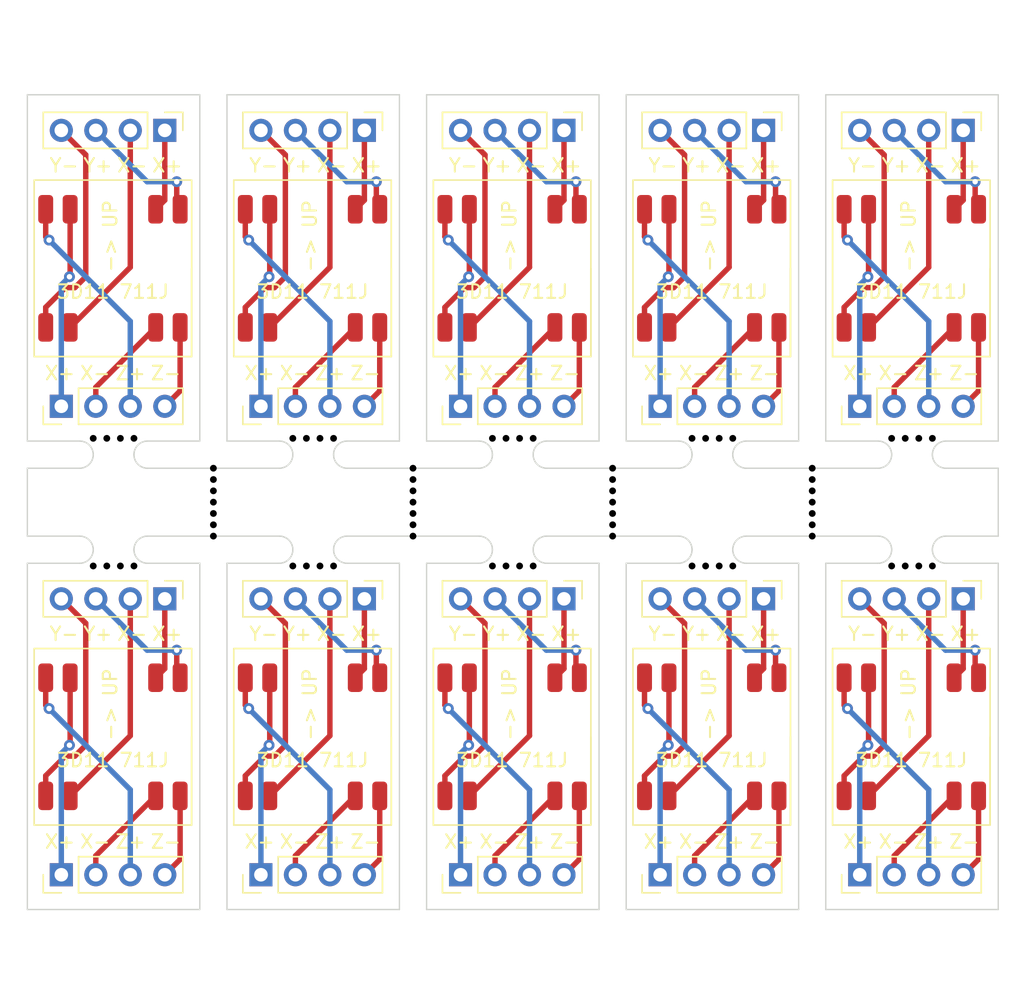
<source format=kicad_pcb>
(kicad_pcb (version 20211014) (generator pcbnew)
  (layers (0 "F.Cu" signal) (31 "B.Cu" signal) (34 "B.Paste" user) (35 "F.Paste" user) (36 "B.SilkS" user "B.Silkscreen") (37 "F.SilkS" user "F.Silkscreen") (38 "B.Mask" user) (39 "F.Mask" user) (44 "Edge.Cuts" user))
  (net 0 "")
  (net 1 "Board_0-Net-(JXY-Pad1)")
  (net 2 "Board_0-Net-(JXY-Pad2)")
  (net 3 "Board_0-Net-(JXY-Pad3)")
  (net 4 "Board_0-Net-(JXY-Pad4)")
  (net 5 "Board_0-Net-(JXZ-Pad1)")
  (net 6 "Board_0-Net-(JXZ-Pad2)")
  (net 7 "Board_0-Net-(JXZ-Pad3)")
  (net 8 "Board_0-Net-(JXZ-Pad4)")
  (net 9 "Board_1-Net-(JXY-Pad1)")
  (net 10 "Board_1-Net-(JXY-Pad2)")
  (net 11 "Board_1-Net-(JXY-Pad3)")
  (net 12 "Board_1-Net-(JXY-Pad4)")
  (net 13 "Board_1-Net-(JXZ-Pad1)")
  (net 14 "Board_1-Net-(JXZ-Pad2)")
  (net 15 "Board_1-Net-(JXZ-Pad3)")
  (net 16 "Board_1-Net-(JXZ-Pad4)")
  (net 17 "Board_2-Net-(JXY-Pad1)")
  (net 18 "Board_2-Net-(JXY-Pad2)")
  (net 19 "Board_2-Net-(JXY-Pad3)")
  (net 20 "Board_2-Net-(JXY-Pad4)")
  (net 21 "Board_2-Net-(JXZ-Pad1)")
  (net 22 "Board_2-Net-(JXZ-Pad2)")
  (net 23 "Board_2-Net-(JXZ-Pad3)")
  (net 24 "Board_2-Net-(JXZ-Pad4)")
  (net 25 "Board_3-Net-(JXY-Pad1)")
  (net 26 "Board_3-Net-(JXY-Pad2)")
  (net 27 "Board_3-Net-(JXY-Pad3)")
  (net 28 "Board_3-Net-(JXY-Pad4)")
  (net 29 "Board_3-Net-(JXZ-Pad1)")
  (net 30 "Board_3-Net-(JXZ-Pad2)")
  (net 31 "Board_3-Net-(JXZ-Pad3)")
  (net 32 "Board_3-Net-(JXZ-Pad4)")
  (net 33 "Board_4-Net-(JXY-Pad1)")
  (net 34 "Board_4-Net-(JXY-Pad2)")
  (net 35 "Board_4-Net-(JXY-Pad3)")
  (net 36 "Board_4-Net-(JXY-Pad4)")
  (net 37 "Board_4-Net-(JXZ-Pad1)")
  (net 38 "Board_4-Net-(JXZ-Pad2)")
  (net 39 "Board_4-Net-(JXZ-Pad3)")
  (net 40 "Board_4-Net-(JXZ-Pad4)")
  (net 41 "Board_5-Net-(JXY-Pad1)")
  (net 42 "Board_5-Net-(JXY-Pad2)")
  (net 43 "Board_5-Net-(JXY-Pad3)")
  (net 44 "Board_5-Net-(JXY-Pad4)")
  (net 45 "Board_5-Net-(JXZ-Pad1)")
  (net 46 "Board_5-Net-(JXZ-Pad2)")
  (net 47 "Board_5-Net-(JXZ-Pad3)")
  (net 48 "Board_5-Net-(JXZ-Pad4)")
  (net 49 "Board_6-Net-(JXY-Pad1)")
  (net 50 "Board_6-Net-(JXY-Pad2)")
  (net 51 "Board_6-Net-(JXY-Pad3)")
  (net 52 "Board_6-Net-(JXY-Pad4)")
  (net 53 "Board_6-Net-(JXZ-Pad1)")
  (net 54 "Board_6-Net-(JXZ-Pad2)")
  (net 55 "Board_6-Net-(JXZ-Pad3)")
  (net 56 "Board_6-Net-(JXZ-Pad4)")
  (net 57 "Board_7-Net-(JXY-Pad1)")
  (net 58 "Board_7-Net-(JXY-Pad2)")
  (net 59 "Board_7-Net-(JXY-Pad3)")
  (net 60 "Board_7-Net-(JXY-Pad4)")
  (net 61 "Board_7-Net-(JXZ-Pad1)")
  (net 62 "Board_7-Net-(JXZ-Pad2)")
  (net 63 "Board_7-Net-(JXZ-Pad3)")
  (net 64 "Board_7-Net-(JXZ-Pad4)")
  (net 65 "Board_8-Net-(JXY-Pad1)")
  (net 66 "Board_8-Net-(JXY-Pad2)")
  (net 67 "Board_8-Net-(JXY-Pad3)")
  (net 68 "Board_8-Net-(JXY-Pad4)")
  (net 69 "Board_8-Net-(JXZ-Pad1)")
  (net 70 "Board_8-Net-(JXZ-Pad2)")
  (net 71 "Board_8-Net-(JXZ-Pad3)")
  (net 72 "Board_8-Net-(JXZ-Pad4)")
  (net 73 "Board_9-Net-(JXY-Pad1)")
  (net 74 "Board_9-Net-(JXY-Pad2)")
  (net 75 "Board_9-Net-(JXY-Pad3)")
  (net 76 "Board_9-Net-(JXY-Pad4)")
  (net 77 "Board_9-Net-(JXZ-Pad1)")
  (net 78 "Board_9-Net-(JXZ-Pad2)")
  (net 79 "Board_9-Net-(JXZ-Pad3)")
  (net 80 "Board_9-Net-(JXZ-Pad4)")
  (footprint "NPTH" (layer "F.Cu") (at 148 54.7)
    (fp_text reference "KiKit_MB_8_2" hide)
    (fp_text value "NPTH" hide)
  )
  (footprint "NPTH" (layer "F.Cu") (at 117.6 45.3)
    (fp_text reference "KiKit_MB_1_4" hide)
    (fp_text value "NPTH" hide)
  )
  (footprint "Connector_PinHeader_2.54mm:PinHeader_1x04_P2.54mm_Vertical" (layer "F.Cu") (at 122.87 22.62 -90)
    (fp_text reference "JXY" hide)
    (fp_text value "Conn_01x04_MountingPin")
  )
  (footprint "Connector_PinHeader_2.54mm:PinHeader_1x04_P2.54mm_Vertical" (layer "F.Cu") (at 181.67 22.62 -90)
    (fp_text reference "JXY" hide)
    (fp_text value "Conn_01x04_MountingPin")
  )
  (footprint "NPTH" (layer "F.Cu") (at 119.6 54.7)
    (fp_text reference "KiKit_MB_6_3" hide)
    (fp_text value "NPTH" hide)
  )
  (footprint "Connector_PinHeader_2.54mm:PinHeader_1x04_P2.54mm_Vertical" (layer "F.Cu") (at 129.95 77.44 90)
    (fp_text reference "JXZ" hide)
    (fp_text value "Conn_01x04_MountingPin")
  )
  (footprint "NPTH" (layer "F.Cu") (at 163.7 54.7)
    (fp_text reference "KiKit_MB_9_3" hide)
    (fp_text value "NPTH" hide)
  )
  (footprint "NPTH" (layer "F.Cu") (at 126.45 47.5005)
    (fp_text reference "KiKit_MB_11_7" hide)
    (fp_text value "NPTH" hide)
  )
  (footprint "NPTH" (layer "F.Cu") (at 134.3 54.7)
    (fp_text reference "KiKit_MB_7_3" hide)
    (fp_text value "NPTH" hide)
  )
  (footprint "NPTH" (layer "F.Cu") (at 149 45.3)
    (fp_text reference "KiKit_MB_3_2" hide)
    (fp_text value "NPTH" hide)
  )
  (footprint "NPTH" (layer "F.Cu") (at 177.4 54.7)
    (fp_text reference "KiKit_MB_10_2" hide)
    (fp_text value "NPTH" hide)
  )
  (footprint "NPTH" (layer "F.Cu") (at 170.55 50.0005)
    (fp_text reference "KiKit_MB_13_4" hide)
    (fp_text value "NPTH" hide)
  )
  (footprint "NPTH" (layer "F.Cu") (at 178.4 45.3)
    (fp_text reference "KiKit_MB_5_2" hide)
    (fp_text value "NPTH" hide)
  )
  (footprint "Connector_PinHeader_2.54mm:PinHeader_1x04_P2.54mm_Vertical" (layer "F.Cu") (at 159.35 42.94 90)
    (fp_text reference "JXZ" hide)
    (fp_text value "Conn_01x04_MountingPin")
  )
  (footprint "NPTH" (layer "F.Cu") (at 135.3 54.7)
    (fp_text reference "KiKit_MB_7_4" hide)
    (fp_text value "NPTH" hide)
  )
  (footprint "RF_Antenna:ZSUCORE_3D11-722J" (layer "F.Cu") (at 148.45 32.78)
    (fp_text reference "3D11 711J")
    (fp_text value "ZSUCORE_3D11-722J")
  )
  (footprint "NPTH" (layer "F.Cu") (at 126.45 51.667166)
    (fp_text reference "KiKit_MB_11_2" hide)
    (fp_text value "NPTH" hide)
  )
  (footprint "Connector_PinHeader_2.54mm:PinHeader_1x04_P2.54mm_Vertical" (layer "F.Cu") (at 174.05 77.44 90)
    (fp_text reference "JXZ" hide)
    (fp_text value "Conn_01x04_MountingPin")
  )
  (footprint "NPTH" (layer "F.Cu") (at 120.6 54.7)
    (fp_text reference "KiKit_MB_6_4" hide)
    (fp_text value "NPTH" hide)
  )
  (footprint "RF_Antenna:ZSUCORE_3D11-722J" (layer "F.Cu") (at 163.15 67.28)
    (fp_text reference "3D11 711J")
    (fp_text value "ZSUCORE_3D11-722J")
  )
  (footprint "NPTH" (layer "F.Cu") (at 155.85 47.5005)
    (fp_text reference "KiKit_MB_14_7" hide)
    (fp_text value "NPTH" hide)
  )
  (footprint "Connector_PinHeader_2.54mm:PinHeader_1x04_P2.54mm_Vertical" (layer "F.Cu") (at 129.95 42.94 90)
    (fp_text reference "JXZ" hide)
    (fp_text value "Conn_01x04_MountingPin")
  )
  (footprint "NPTH" (layer "F.Cu") (at 161.7 54.7)
    (fp_text reference "KiKit_MB_9_1" hide)
    (fp_text value "NPTH" hide)
  )
  (footprint "NPTH" (layer "F.Cu") (at 133.3 54.7)
    (fp_text reference "KiKit_MB_7_2" hide)
    (fp_text value "NPTH" hide)
  )
  (footprint "NPTH" (layer "F.Cu") (at 162.7 45.3)
    (fp_text reference "KiKit_MB_4_3" hide)
    (fp_text value "NPTH" hide)
  )
  (footprint "Connector_PinHeader_2.54mm:PinHeader_1x04_P2.54mm_Vertical" (layer "F.Cu") (at 152.27 22.62 -90)
    (fp_text reference "JXY" hide)
    (fp_text value "Conn_01x04_MountingPin")
  )
  (footprint "Connector_PinHeader_2.54mm:PinHeader_1x04_P2.54mm_Vertical" (layer "F.Cu") (at 152.27 57.12 -90)
    (fp_text reference "JXY" hide)
    (fp_text value "Conn_01x04_MountingPin")
  )
  (footprint "NPTH" (layer "F.Cu") (at 179.4 54.7)
    (fp_text reference "KiKit_MB_10_4" hide)
    (fp_text value "NPTH" hide)
  )
  (footprint "NPTH" (layer "F.Cu") (at 170.55 50.833833)
    (fp_text reference "KiKit_MB_13_3" hide)
    (fp_text value "NPTH" hide)
  )
  (footprint "NPTH" (layer "F.Cu") (at 141.15 50.833833)
    (fp_text reference "KiKit_MB_12_5" hide)
    (fp_text value "NPTH" hide)
  )
  (footprint "NPTH" (layer "F.Cu") (at 150 45.3)
    (fp_text reference "KiKit_MB_3_1" hide)
    (fp_text value "NPTH" hide)
  )
  (footprint "NPTH" (layer "F.Cu") (at 149 54.7)
    (fp_text reference "KiKit_MB_8_3" hide)
    (fp_text value "NPTH" hide)
  )
  (footprint "NPTH" (layer "F.Cu") (at 147 45.3)
    (fp_text reference "KiKit_MB_3_4" hide)
    (fp_text value "NPTH" hide)
  )
  (footprint "Connector_PinHeader_2.54mm:PinHeader_1x04_P2.54mm_Vertical" (layer "F.Cu") (at 166.97 57.12 -90)
    (fp_text reference "JXY" hide)
    (fp_text value "Conn_01x04_MountingPin")
  )
  (footprint "NPTH" (layer "F.Cu") (at 141.15 48.333833)
    (fp_text reference "KiKit_MB_12_2" hide)
    (fp_text value "NPTH" hide)
  )
  (footprint "NPTH" (layer "F.Cu") (at 170.55 52.5005)
    (fp_text reference "KiKit_MB_13_1" hide)
    (fp_text value "NPTH" hide)
  )
  (footprint "NPTH" (layer "F.Cu") (at 176.4 54.7)
    (fp_text reference "KiKit_MB_10_1" hide)
    (fp_text value "NPTH" hide)
  )
  (footprint "Connector_PinHeader_2.54mm:PinHeader_1x04_P2.54mm_Vertical" (layer "F.Cu") (at 137.57 22.62 -90)
    (fp_text reference "JXY" hide)
    (fp_text value "Conn_01x04_MountingPin")
  )
  (footprint "NPTH" (layer "F.Cu") (at 170.55 51.667166)
    (fp_text reference "KiKit_MB_13_2" hide)
    (fp_text value "NPTH" hide)
  )
  (footprint "NPTH" (layer "F.Cu") (at 164.7 54.7)
    (fp_text reference "KiKit_MB_9_4" hide)
    (fp_text value "NPTH" hide)
  )
  (footprint "NPTH" (layer "F.Cu") (at 141.15 47.5005)
    (fp_text reference "KiKit_MB_12_1" hide)
    (fp_text value "NPTH" hide)
  )
  (footprint "Connector_PinHeader_2.54mm:PinHeader_1x04_P2.54mm_Vertical" (layer "F.Cu") (at 122.87 57.12 -90)
    (fp_text reference "JXY" hide)
    (fp_text value "Conn_01x04_MountingPin")
  )
  (footprint "NPTH" (layer "F.Cu") (at 120.6 45.3)
    (fp_text reference "KiKit_MB_1_1" hide)
    (fp_text value "NPTH" hide)
  )
  (footprint "NPTH" (layer "F.Cu") (at 148 45.3)
    (fp_text reference "KiKit_MB_3_3" hide)
    (fp_text value "NPTH" hide)
  )
  (footprint "NPTH" (layer "F.Cu") (at 155.85 49.167166)
    (fp_text reference "KiKit_MB_14_5" hide)
    (fp_text value "NPTH" hide)
  )
  (footprint "Connector_PinHeader_2.54mm:PinHeader_1x04_P2.54mm_Vertical" (layer "F.Cu") (at 181.67 57.12 -90)
    (fp_text reference "JXY" hide)
    (fp_text value "Conn_01x04_MountingPin")
  )
  (footprint "Connector_PinHeader_2.54mm:PinHeader_1x04_P2.54mm_Vertical" (layer "F.Cu") (at 137.57 57.12 -90)
    (fp_text reference "JXY" hide)
    (fp_text value "Conn_01x04_MountingPin")
  )
  (footprint "RF_Antenna:ZSUCORE_3D11-722J" (layer "F.Cu") (at 177.85 32.78)
    (fp_text reference "3D11 711J")
    (fp_text value "ZSUCORE_3D11-722J")
  )
  (footprint "NPTH" (layer "F.Cu") (at 150 54.7)
    (fp_text reference "KiKit_MB_8_4" hide)
    (fp_text value "NPTH" hide)
  )
  (footprint "NPTH" (layer "F.Cu") (at 132.3 45.3)
    (fp_text reference "KiKit_MB_2_4" hide)
    (fp_text value "NPTH" hide)
  )
  (footprint "NPTH" (layer "F.Cu") (at 117.6 54.7)
    (fp_text reference "KiKit_MB_6_1" hide)
    (fp_text value "NPTH" hide)
  )
  (footprint "NPTH" (layer "F.Cu") (at 155.85 48.333833)
    (fp_text reference "KiKit_MB_14_6" hide)
    (fp_text value "NPTH" hide)
  )
  (footprint "NPTH" (layer "F.Cu") (at 118.6 45.3)
    (fp_text reference "KiKit_MB_1_3" hide)
    (fp_text value "NPTH" hide)
  )
  (footprint "Connector_PinHeader_2.54mm:PinHeader_1x04_P2.54mm_Vertical" (layer "F.Cu") (at 144.65 77.44 90)
    (fp_text reference "JXZ" hide)
    (fp_text value "Conn_01x04_MountingPin")
  )
  (footprint "Connector_PinHeader_2.54mm:PinHeader_1x04_P2.54mm_Vertical" (layer "F.Cu") (at 174.05 42.94 90)
    (fp_text reference "JXZ" hide)
    (fp_text value "Conn_01x04_MountingPin")
  )
  (footprint "Connector_PinHeader_2.54mm:PinHeader_1x04_P2.54mm_Vertical" (layer "F.Cu") (at 115.25 42.94 90)
    (fp_text reference "JXZ" hide)
    (fp_text value "Conn_01x04_MountingPin")
  )
  (footprint "RF_Antenna:ZSUCORE_3D11-722J" (layer "F.Cu") (at 119.05 67.28)
    (fp_text reference "3D11 711J")
    (fp_text value "ZSUCORE_3D11-722J")
  )
  (footprint "Connector_PinHeader_2.54mm:PinHeader_1x04_P2.54mm_Vertical" (layer "F.Cu") (at 159.35 77.44 90)
    (fp_text reference "JXZ" hide)
    (fp_text value "Conn_01x04_MountingPin")
  )
  (footprint "NPTH" (layer "F.Cu") (at 141.15 52.5005)
    (fp_text reference "KiKit_MB_12_7" hide)
    (fp_text value "NPTH" hide)
  )
  (footprint "NPTH" (layer "F.Cu") (at 141.15 50.0005)
    (fp_text reference "KiKit_MB_12_4" hide)
    (fp_text value "NPTH" hide)
  )
  (footprint "RF_Antenna:ZSUCORE_3D11-722J" (layer "F.Cu") (at 133.75 67.28)
    (fp_text reference "3D11 711J")
    (fp_text value "ZSUCORE_3D11-722J")
  )
  (footprint "RF_Antenna:ZSUCORE_3D11-722J" (layer "F.Cu") (at 177.85 67.28)
    (fp_text reference "3D11 711J")
    (fp_text value "ZSUCORE_3D11-722J")
  )
  (footprint "NPTH" (layer "F.Cu") (at 133.3 45.3)
    (fp_text reference "KiKit_MB_2_3" hide)
    (fp_text value "NPTH" hide)
  )
  (footprint "NPTH" (layer "F.Cu") (at 178.4 54.7)
    (fp_text reference "KiKit_MB_10_3" hide)
    (fp_text value "NPTH" hide)
  )
  (footprint "NPTH" (layer "F.Cu") (at 155.85 50.0005)
    (fp_text reference "KiKit_MB_14_4" hide)
    (fp_text value "NPTH" hide)
  )
  (footprint "NPTH" (layer "F.Cu") (at 155.85 51.667166)
    (fp_text reference "KiKit_MB_14_2" hide)
    (fp_text value "NPTH" hide)
  )
  (footprint "NPTH" (layer "F.Cu") (at 170.55 49.167166)
    (fp_text reference "KiKit_MB_13_5" hide)
    (fp_text value "NPTH" hide)
  )
  (footprint "RF_Antenna:ZSUCORE_3D11-722J" (layer "F.Cu") (at 133.75 32.78)
    (fp_text reference "3D11 711J")
    (fp_text value "ZSUCORE_3D11-722J")
  )
  (footprint "Connector_PinHeader_2.54mm:PinHeader_1x04_P2.54mm_Vertical" (layer "F.Cu") (at 144.65 42.94 90)
    (fp_text reference "JXZ" hide)
    (fp_text value "Conn_01x04_MountingPin")
  )
  (footprint "NPTH" (layer "F.Cu") (at 177.4 45.3)
    (fp_text reference "KiKit_MB_5_3" hide)
    (fp_text value "NPTH" hide)
  )
  (footprint "NPTH" (layer "F.Cu") (at 162.7 54.7)
    (fp_text reference "KiKit_MB_9_2" hide)
    (fp_text value "NPTH" hide)
  )
  (footprint "NPTH" (layer "F.Cu") (at 118.6 54.7)
    (fp_text reference "KiKit_MB_6_2" hide)
    (fp_text value "NPTH" hide)
  )
  (footprint "NPTH" (layer "F.Cu") (at 135.3 45.3)
    (fp_text reference "KiKit_MB_2_1" hide)
    (fp_text value "NPTH" hide)
  )
  (footprint "NPTH" (layer "F.Cu") (at 147 54.7)
    (fp_text reference "KiKit_MB_8_1" hide)
    (fp_text value "NPTH" hide)
  )
  (footprint "Connector_PinHeader_2.54mm:PinHeader_1x04_P2.54mm_Vertical" (layer "F.Cu") (at 166.97 22.62 -90)
    (fp_text reference "JXY" hide)
    (fp_text value "Conn_01x04_MountingPin")
  )
  (footprint "NPTH" (layer "F.Cu") (at 134.3 45.3)
    (fp_text reference "KiKit_MB_2_2" hide)
    (fp_text value "NPTH" hide)
  )
  (footprint "NPTH" (layer "F.Cu") (at 119.6 45.3)
    (fp_text reference "KiKit_MB_1_2" hide)
    (fp_text value "NPTH" hide)
  )
  (footprint "Connector_PinHeader_2.54mm:PinHeader_1x04_P2.54mm_Vertical" (layer "F.Cu") (at 115.25 77.44 90)
    (fp_text reference "JXZ" hide)
    (fp_text value "Conn_01x04_MountingPin")
  )
  (footprint "RF_Antenna:ZSUCORE_3D11-722J" (layer "F.Cu") (at 163.15 32.78)
    (fp_text reference "3D11 711J")
    (fp_text value "ZSUCORE_3D11-722J")
  )
  (footprint "RF_Antenna:ZSUCORE_3D11-722J" (layer "F.Cu") (at 119.05 32.78)
    (fp_text reference "3D11 711J")
    (fp_text value "ZSUCORE_3D11-722J")
  )
  (footprint "NPTH" (layer "F.Cu") (at 126.45 50.833833)
    (fp_text reference "KiKit_MB_11_3" hide)
    (fp_text value "NPTH" hide)
  )
  (footprint "RF_Antenna:ZSUCORE_3D11-722J" (layer "F.Cu") (at 148.45 67.28)
    (fp_text reference "3D11 711J")
    (fp_text value "ZSUCORE_3D11-722J")
  )
  (footprint "NPTH" (layer "F.Cu") (at 163.7 45.3)
    (fp_text reference "KiKit_MB_4_2" hide)
    (fp_text value "NPTH" hide)
  )
  (footprint "NPTH" (layer "F.Cu") (at 155.85 52.5005)
    (fp_text reference "KiKit_MB_14_1" hide)
    (fp_text value "NPTH" hide)
  )
  (footprint "NPTH" (layer "F.Cu") (at 126.45 48.333833)
    (fp_text reference "KiKit_MB_11_6" hide)
    (fp_text value "NPTH" hide)
  )
  (footprint "NPTH" (layer "F.Cu") (at 179.4 45.3)
    (fp_text reference "KiKit_MB_5_1" hide)
    (fp_text value "NPTH" hide)
  )
  (footprint "NPTH" (layer "F.Cu") (at 170.55 47.5005)
    (fp_text reference "KiKit_MB_13_7" hide)
    (fp_text value "NPTH" hide)
  )
  (footprint "NPTH" (layer "F.Cu") (at 141.15 49.167166)
    (fp_text reference "KiKit_MB_12_3" hide)
    (fp_text value "NPTH" hide)
  )
  (footprint "NPTH" (layer "F.Cu") (at 170.55 48.333833)
    (fp_text reference "KiKit_MB_13_6" hide)
    (fp_text value "NPTH" hide)
  )
  (footprint "NPTH" (layer "F.Cu") (at 126.45 49.167166)
    (fp_text reference "KiKit_MB_11_5" hide)
    (fp_text value "NPTH" hide)
  )
  (footprint "NPTH" (layer "F.Cu") (at 155.85 50.833833)
    (fp_text reference "KiKit_MB_14_3" hide)
    (fp_text value "NPTH" hide)
  )
  (footprint "NPTH" (layer "F.Cu") (at 161.7 45.3)
    (fp_text reference "KiKit_MB_4_4" hide)
    (fp_text value "NPTH" hide)
  )
  (footprint "NPTH" (layer "F.Cu") (at 176.4 45.3)
    (fp_text reference "KiKit_MB_5_4" hide)
    (fp_text value "NPTH" hide)
  )
  (footprint "NPTH" (layer "F.Cu") (at 141.15 51.667166)
    (fp_text reference "KiKit_MB_12_6" hide)
    (fp_text value "NPTH" hide)
  )
  (footprint "NPTH" (layer "F.Cu") (at 132.3 54.7)
    (fp_text reference "KiKit_MB_7_1" hide)
    (fp_text value "NPTH" hide)
  )
  (footprint "NPTH" (layer "F.Cu") (at 164.7 45.3)
    (fp_text reference "KiKit_MB_4_1" hide)
    (fp_text value "NPTH" hide)
  )
  (footprint "NPTH" (layer "F.Cu") (at 126.45 50.0005)
    (fp_text reference "KiKit_MB_11_4" hide)
    (fp_text value "NPTH" hide)
  )
  (footprint "NPTH" (layer "F.Cu") (at 126.45 52.5005)
    (fp_text reference "KiKit_MB_11_1" hide)
    (fp_text value "NPTH" hide)
  )
  (gr_line (start 146.243737 45.529939) (end 146.290994 45.543016) (layer "Edge.Cuts") (width 0.1))
  (gr_line (start 154.849999 20.012247) (end 154.849729 20.001245) (layer "Edge.Cuts") (width 0.1))
  (gr_line (start 132.204085 46.071872) (end 132.223955 46.116699) (layer "Edge.Cuts") (width 0.1))
  (gr_line (start 135.395914 53.928127) (end 135.376044 53.8833) (layer "Edge.Cuts") (width 0.1))
  (gr_line (start 146.290994 54.456983) (end 146.243737 54.47006) (layer "Edge.Cuts") (width 0.1))
  (gr_line (start 136.104104 54.480804) (end 136.056262 54.47006) (layer "Edge.Cuts") (width 0.1))
  (gr_line (start 164.81796 53.028574) (end 164.842129 52.985911) (layer "Edge.Cuts") (width 0.1))
  (gr_line (start 132.27006 46.744237) (end 132.256983 46.791494) (layer "Edge.Cuts") (width 0.1))
  (gr_line (start 117.431637 54.056014) (end 117.403404 54.096103) (layer "Edge.Cuts") (width 0.1))
  (gr_line (start 164.868362 47.056514) (end 164.842129 47.015088) (layer "Edge.Cuts") (width 0.1))
  (gr_line (start 146.337552 52.558897) (end 146.3833 52.576544) (layer "Edge.Cuts") (width 0.1))
  (gr_line (start 132.280804 53.304604) (end 132.289187 53.352916) (layer "Edge.Cuts") (width 0.1))
  (gr_line (start 150.949981 47.499296) (end 150.90108 47.495689) (layer "Edge.Cuts") (width 0.1))
  (gr_line (start 180.016699 52.576544) (end 180.062447 52.558897) (layer "Edge.Cuts") (width 0.1))
  (gr_line (start 136.009005 45.543016) (end 136.056262 45.529939) (layer "Edge.Cuts") (width 0.1))
  (gr_line (start 176.389187 53.352916) (end 176.395189 53.40158) (layer "Edge.Cuts") (width 0.1))
  (gr_line (start 161.656983 46.791494) (end 161.641602 46.838052) (layer "Edge.Cuts") (width 0.1))
  (gr_line (start 179.596595 54.096103) (end 179.568362 54.056014) (layer "Edge.Cuts") (width 0.1))
  (gr_line (start 120.85879 54.171887) (end 120.826762 54.134758) (layer "Edge.Cuts") (width 0.1))
  (gr_line (start 120.601203 46.449981) (end 120.60481 46.40108) (layer "Edge.Cuts") (width 0.1))
  (gr_line (start 150.709005 47.457483) (end 150.662447 47.442102) (layer "Edge.Cuts") (width 0.1))
  (gr_line (start 179.51796 46.028074) (end 179.542129 45.985411) (layer "Edge.Cuts") (width 0.1))
  (gr_line (start 176.173237 47.135258) (end 176.141209 47.172387) (layer "Edge.Cuts") (width 0.1))
  (gr_line (start 146.098919 54.495189) (end 146.050018 54.498796) (layer "Edge.Cuts") (width 0.1))
  (gr_line (start 161.371887 47.241709) (end 161.334758 47.273737) (layer "Edge.Cuts") (width 0.1))
  (gr_line (start 164.95879 54.171887) (end 164.926762 54.134758) (layer "Edge.Cuts") (width 0.1))
  (gr_line (start 136.20108 54.495189) (end 136.152416 54.489187) (layer "Edge.Cuts") (width 0.1))
  (gr_line (start 161.604085 46.928627) (end 161.582039 46.972425) (layer "Edge.Cuts") (width 0.1))
  (gr_line (start 164.9926 52.7931) (end 165.028112 52.75929) (layer "Edge.Cuts") (width 0.1))
  (gr_line (start 117.556983 46.209005) (end 117.57006 46.256262) (layer "Edge.Cuts") (width 0.1))
  (gr_line (start 117.271887 47.241709) (end 117.234758 47.273737) (layer "Edge.Cuts") (width 0.1))
  (gr_line (start 161.67006 53.743737) (end 161.656983 53.790994) (layer "Edge.Cuts") (width 0.1))
  (gr_line (start 160.847583 45.510812) (end 160.895895 45.519195) (layer "Edge.Cuts") (width 0.1))
  (gr_line (start 150.90108 54.495189) (end 150.852416 54.489187) (layer "Edge.Cuts") (width 0.1))
  (gr_line (start 184.249999 47.512747) (end 184.249729 47.501745) (layer "Edge.Cuts") (width 0.1))
  (gr_line (start 132.223955 46.8838) (end 132.204085 46.928627) (layer "Edge.Cuts") (width 0.1))
  (gr_line (start 184.237752 45.499999) (end 184.248754 45.499729) (layer "Edge.Cuts") (width 0.1))
  (gr_line (start 117.57006 46.744237) (end 117.556983 46.791494) (layer "Edge.Cuts") (width 0.1))
  (gr_line (start 150.328112 52.75929) (end 150.365241 52.727262) (layer "Edge.Cuts") (width 0.1))
  (gr_line (start 165.362447 52.558897) (end 165.409005 52.543516) (layer "Edge.Cuts") (width 0.1))
  (gr_line (start 146.956983 53.209505) (end 146.97006 53.256762) (layer "Edge.Cuts") (width 0.1))
  (gr_line (start 146.556014 54.331637) (end 146.514588 54.35787) (layer "Edge.Cuts") (width 0.1))
  (gr_line (start 150.142129 45.985411) (end 150.168362 45.943985) (layer "Edge.Cuts") (width 0.1))
  (gr_line (start 164.743016 46.209005) (end 164.758397 46.162447) (layer "Edge.Cuts") (width 0.1))
  (gr_line (start 165.504104 52.519695) (end 165.552416 52.511312) (layer "Edge.Cuts") (width 0.1))
  (gr_line (start 135.468362 52.944485) (end 135.496595 52.904396) (layer "Edge.Cuts") (width 0.1))
  (gr_line (start 165.316699 54.423955) (end 165.271872 54.404085) (layer "Edge.Cuts") (width 0.1))
  (gr_line (start 161.0833 47.424455) (end 161.037552 47.442102) (layer "Edge.Cuts") (width 0.1))
  (gr_line (start 135.319195 53.304604) (end 135.329939 53.256762) (layer "Edge.Cuts") (width 0.1))
  (gr_line (start 131.398919 54.495189) (end 131.350018 54.498796) (layer "Edge.Cuts") (width 0.1))
  (gr_line (start 150.949981 54.498796) (end 150.90108 54.495189) (layer "Edge.Cuts") (width 0.1))
  (gr_line (start 132.223955 53.117199) (end 132.241602 53.162947) (layer "Edge.Cuts") (width 0.1))
  (gr_line (start 176.356983 46.791494) (end 176.341602 46.838052) (layer "Edge.Cuts") (width 0.1))
  (gr_line (start 180.30108 54.495189) (end 180.252416 54.489187) (layer "Edge.Cuts") (width 0.1))
  (gr_line (start 121.599012 52.5005) (end 131.300987 52.5005) (layer "Edge.Cuts") (width 0.1))
  (gr_line (start 132.15787 45.985411) (end 132.182039 46.028074) (layer "Edge.Cuts") (width 0.1))
  (gr_line (start 175.7833 45.576044) (end 175.828127 45.595914) (layer "Edge.Cuts") (width 0.1))
  (gr_line (start 120.742129 54.014588) (end 120.71796 53.971925) (layer "Edge.Cuts") (width 0.1))
  (gr_line (start 127.462247 20) (end 127.451245 20.00027) (layer "Edge.Cuts") (width 0.1))
  (gr_line (start 136.009005 52.543516) (end 136.056262 52.530439) (layer "Edge.Cuts") (width 0.1))
  (gr_line (start 150.010812 53.352916) (end 150.019195 53.304604) (layer "Edge.Cuts") (width 0.1))
  (gr_line (start 136.249981 52.501703) (end 136.299012 52.5005) (layer "Edge.Cuts") (width 0.1))
  (gr_line (start 135.310812 53.647583) (end 135.30481 53.598919) (layer "Edge.Cuts") (width 0.1))
  (gr_line (start 120.60481 53.598919) (end 120.601203 53.550018) (layer "Edge.Cuts") (width 0.1))
  (gr_line (start 164.795914 53.928127) (end 164.776044 53.8833) (layer "Edge.Cuts") (width 0.1))
  (gr_line (start 132.15787 54.014588) (end 132.131637 54.056014) (layer "Edge.Cuts") (width 0.1))
  (gr_line (start 132.041209 47.172387) (end 132.007399 47.207899) (layer "Edge.Cuts") (width 0.1))
  (gr_line (start 161.698796 46.550518) (end 161.695189 46.599419) (layer "Edge.Cuts") (width 0.1))
  (gr_line (start 116.890994 47.457483) (end 116.843737 47.47056) (layer "Edge.Cuts") (width 0.1))
  (gr_line (start 146.773237 47.135258) (end 146.741209 47.172387) (layer "Edge.Cuts") (width 0.1))
  (gr_line (start 175.595895 54.480804) (end 175.547583 54.489187) (layer "Edge.Cuts") (width 0.1))
  (gr_line (start 120.610812 53.647583) (end 120.60481 53.598919) (layer "Edge.Cuts") (width 0.1))
  (gr_line (start 146.596103 54.303404) (end 146.556014 54.331637) (layer "Edge.Cuts") (width 0.1))
  (gr_line (start 179.495914 53.928127) (end 179.476044 53.8833) (layer "Edge.Cuts") (width 0.1))
  (gr_line (start 121.599012 45.5) (end 125.437727 45.5) (layer "Edge.Cuts") (width 0.1))
  (gr_line (start 132.041209 52.828612) (end 132.073237 52.865741) (layer "Edge.Cuts") (width 0.1))
  (gr_line (start 146.147583 54.489187) (end 146.098919 54.495189) (layer "Edge.Cuts") (width 0.1))
  (gr_line (start 127.462272 80) (end 140.137727 80) (layer "Edge.Cuts") (width 0.1))
  (gr_line (start 180.252416 54.489187) (end 180.204104 54.480804) (layer "Edge.Cuts") (width 0.1))
  (gr_line (start 180.156262 54.47006) (end 180.109005 54.456983) (layer "Edge.Cuts") (width 0.1))
  (gr_line (start 164.776044 46.8838) (end 164.758397 46.838052) (layer "Edge.Cuts") (width 0.1))
  (gr_line (start 117.598796 46.449981) (end 117.6 46.499012) (layer "Edge.Cuts") (width 0.1))
  (gr_line (start 150.001203 46.449981) (end 150.00481 46.40108) (layer "Edge.Cuts") (width 0.1))
  (gr_line (start 161.0833 54.423955) (end 161.037552 54.441602) (layer "Edge.Cuts") (width 0.1))
  (gr_line (start 112.762272 45.5) (end 116.600987 45.5) (layer "Edge.Cuts") (width 0.1))
  (gr_line (start 179.4 46.501487) (end 179.4 46.499012) (layer "Edge.Cuts") (width 0.1))
  (gr_line (start 169.548754 54.50027) (end 169.537752 54.5) (layer "Edge.Cuts") (width 0.1))
  (gr_line (start 184.249729 52.499254) (end 184.249999 52.488252) (layer "Edge.Cuts") (width 0.1))
  (gr_line (start 176.4 53.500987) (end 176.398796 53.550018) (layer "Edge.Cuts") (width 0.1))
  (gr_line (start 121.549981 45.501203) (end 121.599012 45.5) (layer "Edge.Cuts") (width 0.1))
  (gr_line (start 135.916699 47.424455) (end 135.871872 47.404585) (layer "Edge.Cuts") (width 0.1))
  (gr_line (start 121.085411 54.35787) (end 121.043985 54.331637) (layer "Edge.Cuts") (width 0.1))
  (gr_line (start 146.514588 54.35787) (end 146.471925 54.382039) (layer "Edge.Cuts") (width 0.1))
  (gr_line (start 112.762272 52.5005) (end 116.600987 52.5005) (layer "Edge.Cuts") (width 0.1))
  (gr_line (start 131.398919 52.50531) (end 131.447583 52.511312) (layer "Edge.Cuts") (width 0.1))
  (gr_line (start 117.45787 54.014588) (end 117.431637 54.056014) (layer "Edge.Cuts") (width 0.1))
  (gr_line (start 135.665241 45.726762) (end 135.703896 45.696595) (layer "Edge.Cuts") (width 0.1))
  (gr_line (start 135.871872 45.595914) (end 135.916699 45.576044) (layer "Edge.Cuts") (width 0.1))
  (gr_line (start 146.671887 47.241709) (end 146.634758 47.273737) (layer "Edge.Cuts") (width 0.1))
  (gr_line (start 135.442129 45.985411) (end 135.468362 45.943985) (layer "Edge.Cuts") (width 0.1))
  (gr_line (start 142.162247 54.5) (end 142.151245 54.50027) (layer "Edge.Cuts") (width 0.1))
  (gr_line (start 120.826762 54.134758) (end 120.796595 54.096103) (layer "Edge.Cuts") (width 0.1))
  (gr_line (start 127.45 20.012272) (end 127.45 45.487727) (layer "Edge.Cuts") (width 0.1))
  (gr_line (start 175.690994 52.543516) (end 175.737552 52.558897) (layer "Edge.Cuts") (width 0.1))
  (gr_line (start 131.637552 54.441602) (end 131.590994 54.456983) (layer "Edge.Cuts") (width 0.1))
  (gr_line (start 180.062447 52.558897) (end 180.109005 52.543516) (layer "Edge.Cuts") (width 0.1))
  (gr_line (start 156.85 45.487752) (end 156.85027 45.498754) (layer "Edge.Cuts") (width 0.1))
  (gr_line (start 132.073237 47.135258) (end 132.041209 47.172387) (layer "Edge.Cuts") (width 0.1))
  (gr_line (start 150.142129 47.015088) (end 150.11796 46.972425) (layer "Edge.Cuts") (width 0.1))
  (gr_line (start 179.596595 47.096603) (end 179.568362 47.056514) (layer "Edge.Cuts") (width 0.1))
  (gr_line (start 165.699012 47.5005) (end 165.649981 47.499296) (layer "Edge.Cuts") (width 0.1))
  (gr_line (start 132.073237 45.865241) (end 132.103404 45.903896) (layer "Edge.Cuts") (width 0.1))
  (gr_line (start 146.428127 52.596414) (end 146.471925 52.61846) (layer "Edge.Cuts") (width 0.1))
  (gr_line (start 125.449729 79.998754) (end 125.449999 79.987752) (layer "Edge.Cuts") (width 0.1))
  (gr_line (start 164.70481 46.599419) (end 164.701203 46.550518) (layer "Edge.Cuts") (width 0.1))
  (gr_line (start 179.495914 53.072372) (end 179.51796 53.028574) (layer "Edge.Cuts") (width 0.1))
  (gr_line (start 132.223955 46.116699) (end 132.241602 46.162447) (layer "Edge.Cuts") (width 0.1))
  (gr_line (start 184.248754 20.00027) (end 184.237752 20) (layer "Edge.Cuts") (width 0.1))
  (gr_line (start 120.8926 54.207399) (end 120.85879 54.171887) (layer "Edge.Cuts") (width 0.1))
  (gr_line (start 117.595189 46.40108) (end 117.598796 46.449981) (layer "Edge.Cuts") (width 0.1))
  (gr_line (start 117.114588 54.35787) (end 117.071925 54.382039) (layer "Edge.Cuts") (width 0.1))
  (gr_line (start 117.504085 46.928627) (end 117.482039 46.972425) (layer "Edge.Cuts") (width 0.1))
  (gr_line (start 135.871872 47.404585) (end 135.828074 47.382539) (layer "Edge.Cuts") (width 0.1))
  (gr_line (start 135.703896 54.303404) (end 135.665241 54.273237) (layer "Edge.Cuts") (width 0.1))
  (gr_line (start 154.849729 45.498754) (end 154.849999 45.487752) (layer "Edge.Cuts") (width 0.1))
  (gr_line (start 135.916699 54.423955) (end 135.871872 54.404085) (layer "Edge.Cuts") (width 0.1))
  (gr_line (start 160.700987 45.5) (end 160.750018 45.501203) (layer "Edge.Cuts") (width 0.1))
  (gr_line (start 146.337552 45.558397) (end 146.3833 45.576044) (layer "Edge.Cuts") (width 0.1))
  (gr_line (start 175.400987 52.5005) (end 175.450018 52.501703) (layer "Edge.Cuts") (width 0.1))
  (gr_line (start 179.6926 47.207899) (end 179.65879 47.172387) (layer "Edge.Cuts") (width 0.1))
  (gr_line (start 180.30108 47.495689) (end 180.252416 47.489687) (layer "Edge.Cuts") (width 0.1))
  (gr_line (start 140.149999 54.512247) (end 140.149729 54.501245) (layer "Edge.Cuts") (width 0.1))
  (gr_line (start 154.85 79.987727) (end 154.85 54.512272) (layer "Edge.Cuts") (width 0.1))
  (gr_line (start 176.341602 46.838052) (end 176.323955 46.8838) (layer "Edge.Cuts") (width 0.1))
  (gr_line (start 176.071887 47.241709) (end 176.034758 47.273737) (layer "Edge.Cuts") (width 0.1))
  (gr_line (start 116.650018 54.498796) (end 116.600987 54.5) (layer "Edge.Cuts") (width 0.1))
  (gr_line (start 146.596103 45.696595) (end 146.634758 45.726762) (layer "Edge.Cuts") (width 0.1))
  (gr_line (start 121.356262 52.530439) (end 121.404104 52.519695) (layer "Edge.Cuts") (width 0.1))
  (gr_line (start 150.25879 47.172387) (end 150.226762 47.135258) (layer "Edge.Cuts") (width 0.1))
  (gr_line (start 161.641602 53.837552) (end 161.623955 53.8833) (layer "Edge.Cuts") (width 0.1))
  (gr_line (start 121.452416 45.510812) (end 121.50108 45.50481) (layer "Edge.Cuts") (width 0.1))
  (gr_line (start 135.358397 46.162447) (end 135.376044 46.116699) (layer "Edge.Cuts") (width 0.1))
  (gr_line (start 146.995189 53.598919) (end 146.989187 53.647583) (layer "Edge.Cuts") (width 0.1))
  (gr_line (start 169.549729 45.498754) (end 169.549999 45.487752) (layer "Edge.Cuts") (width 0.1))
  (gr_line (start 156.85 20.012272) (end 156.85 45.487727) (layer "Edge.Cuts") (width 0.1))
  (gr_line (start 150.029939 53.743737) (end 150.019195 53.695895) (layer "Edge.Cuts") (width 0.1))
  (gr_line (start 135.785411 45.642129) (end 135.828074 45.61796) (layer "Edge.Cuts") (width 0.1))
  (gr_line (start 135.395914 46.928627) (end 135.376044 46.8838) (layer "Edge.Cuts") (width 0.1))
  (gr_line (start 176.398796 46.550518) (end 176.395189 46.599419) (layer "Edge.Cuts") (width 0.1))
  (gr_line (start 146.428127 54.404085) (end 146.3833 54.423955) (layer "Edge.Cuts") (width 0.1))
  (gr_line (start 135.301203 53.450481) (end 135.30481 53.40158) (layer "Edge.Cuts") (width 0.1))
  (gr_line (start 146.904085 46.928627) (end 146.882039 46.972425) (layer "Edge.Cuts") (width 0.1))
  (gr_line (start 176.203404 52.904396) (end 176.231637 52.944485) (layer "Edge.Cuts") (width 0.1))
  (gr_line (start 146.290994 45.543016) (end 146.337552 45.558397) (layer "Edge.Cuts") (width 0.1))
  (gr_line (start 117.307399 52.7931) (end 117.341209 52.828612) (layer "Edge.Cuts") (width 0.1))
  (gr_line (start 146.956983 46.209005) (end 146.97006 46.256262) (layer "Edge.Cuts") (width 0.1))
  (gr_line (start 176.389187 46.352416) (end 176.395189 46.40108) (layer "Edge.Cuts") (width 0.1))
  (gr_line (start 161.689187 53.647583) (end 161.680804 53.695895) (layer "Edge.Cuts") (width 0.1))
  (gr_line (start 146.741209 45.828112) (end 146.773237 45.865241) (layer "Edge.Cuts") (width 0.1))
  (gr_line (start 132.103404 45.903896) (end 132.131637 45.943985) (layer "Edge.Cuts") (width 0.1))
  (gr_line (start 146.998796 46.550518) (end 146.995189 46.599419) (layer "Edge.Cuts") (width 0.1))
  (gr_line (start 135.496595 52.904396) (end 135.526762 52.865741) (layer "Edge.Cuts") (width 0.1))
  (gr_line (start 161.55787 52.985911) (end 161.582039 53.028574) (layer "Edge.Cuts") (width 0.1))
  (gr_line (start 135.526762 47.135258) (end 135.496595 47.096603) (layer "Edge.Cuts") (width 0.1))
  (gr_line (start 179.6926 54.207399) (end 179.65879 54.171887) (layer "Edge.Cuts") (width 0.1))
  (gr_line (start 150.019195 46.696395) (end 150.010812 46.648083) (layer "Edge.Cuts") (width 0.1))
  (gr_line (start 131.728127 47.404585) (end 131.6833 47.424455) (layer "Edge.Cuts") (width 0.1))
  (gr_line (start 150.00481 46.599419) (end 150.001203 46.550518) (layer "Edge.Cuts") (width 0.1))
  (gr_line (start 179.429939 46.256262) (end 179.443016 46.209005) (layer "Edge.Cuts") (width 0.1))
  (gr_line (start 125.45 45.487727) (end 125.45 20.012272) (layer "Edge.Cuts") (width 0.1))
  (gr_line (start 136.152416 52.511312) (end 136.20108 52.50531) (layer "Edge.Cuts") (width 0.1))
  (gr_line (start 175.690994 54.456983) (end 175.643737 54.47006) (layer "Edge.Cuts") (width 0.1))
  (gr_line (start 117.57006 53.743737) (end 117.556983 53.790994) (layer "Edge.Cuts") (width 0.1))
  (gr_line (start 150.756262 45.529939) (end 150.804104 45.519195) (layer "Edge.Cuts") (width 0.1))
  (gr_line (start 176.107399 54.207399) (end 176.071887 54.241209) (layer "Edge.Cuts") (width 0.1))
  (gr_line (start 146.882039 53.028574) (end 146.904085 53.072372) (layer "Edge.Cuts") (width 0.1))
  (gr_line (start 164.81796 53.971925) (end 164.795914 53.928127) (layer "Edge.Cuts") (width 0.1))
  (gr_line (start 146.995189 46.40108) (end 146.998796 46.449981) (layer "Edge.Cuts") (width 0.1))
  (gr_line (start 132.103404 54.096103) (end 132.073237 54.134758) (layer "Edge.Cuts") (width 0.1))
  (gr_line (start 150.571872 54.404085) (end 150.528074 54.382039) (layer "Edge.Cuts") (width 0.1))
  (gr_line (start 146.195895 47.481304) (end 146.147583 47.489687) (layer "Edge.Cuts") (width 0.1))
  (gr_line (start 146.337552 54.441602) (end 146.290994 54.456983) (layer "Edge.Cuts") (width 0.1))
  (gr_line (start 164.70481 46.40108) (end 164.710812 46.352416) (layer "Edge.Cuts") (width 0.1))
  (gr_line (start 150.999012 45.5) (end 154.837727 45.5) (layer "Edge.Cuts") (width 0.1))
  (gr_line (start 117.482039 53.971925) (end 117.45787 54.014588) (layer "Edge.Cuts") (width 0.1))
  (gr_line (start 120.965241 52.727262) (end 121.003896 52.697095) (layer "Edge.Cuts") (width 0.1))
  (gr_line (start 176.37006 46.744237) (end 176.356983 46.791494) (layer "Edge.Cuts") (width 0.1))
  (gr_line (start 161.680804 53.695895) (end 161.67006 53.743737) (layer "Edge.Cuts") (width 0.1))
  (gr_line (start 131.447583 52.511312) (end 131.495895 52.519695) (layer "Edge.Cuts") (width 0.1))
  (gr_line (start 165.028112 47.241709) (end 164.9926 47.207899) (layer "Edge.Cuts") (width 0.1))
  (gr_line (start 146.3833 54.423955) (end 146.337552 54.441602) (layer "Edge.Cuts") (width 0.1))
  (gr_line (start 176.034758 47.273737) (end 175.996103 47.303904) (layer "Edge.Cuts") (width 0.1))
  (gr_line (start 132.27006 53.743737) (end 132.256983 53.790994) (layer "Edge.Cuts") (width 0.1))
  (gr_line (start 117.431637 52.944485) (end 117.45787 52.985911) (layer "Edge.Cuts") (width 0.1))
  (gr_line (start 179.40481 46.599419) (end 179.401203 46.550518) (layer "Edge.Cuts") (width 0.1))
  (gr_line (start 180.109005 47.457483) (end 180.062447 47.442102) (layer "Edge.Cuts") (width 0.1))
  (gr_line (start 127.45 79.987752) (end 127.45027 79.998754) (layer "Edge.Cuts") (width 0.1))
  (gr_line (start 164.926762 45.865241) (end 164.95879 45.828112) (layer "Edge.Cuts") (width 0.1))
  (gr_line (start 176.203404 54.096103) (end 176.173237 54.134758) (layer "Edge.Cuts") (width 0.1))
  (gr_line (start 165.028112 45.75879) (end 165.065241 45.726762) (layer "Edge.Cuts") (width 0.1))
  (gr_line (start 175.737552 52.558897) (end 175.7833 52.576544) (layer "Edge.Cuts") (width 0.1))
  (gr_line (start 165.103896 54.303404) (end 165.065241 54.273237) (layer "Edge.Cuts") (width 0.1))
  (gr_line (start 150.043016 53.790994) (end 150.029939 53.743737) (layer "Edge.Cuts") (width 0.1))
  (gr_line (start 160.798919 52.50531) (end 160.847583 52.511312) (layer "Edge.Cuts") (width 0.1))
  (gr_line (start 150.2926 47.207899) (end 150.25879 47.172387) (layer "Edge.Cuts") (width 0.1))
  (gr_line (start 176.034758 45.726762) (end 176.071887 45.75879) (layer "Edge.Cuts") (width 0.1))
  (gr_line (start 147 53.500987) (end 146.998796 53.550018) (layer "Edge.Cuts") (width 0.1))
  (gr_line (start 165.504104 54.480804) (end 165.456262 54.47006) (layer "Edge.Cuts") (width 0.1))
  (gr_line (start 131.543737 52.530439) (end 131.590994 52.543516) (layer "Edge.Cuts") (width 0.1))
  (gr_line (start 127.45027 54.501245) (end 127.45 54.512247) (layer "Edge.Cuts") (width 0.1))
  (gr_line (start 150.029939 46.744237) (end 150.019195 46.696395) (layer "Edge.Cuts") (width 0.1))
  (gr_line (start 161.531637 45.943985) (end 161.55787 45.985411) (layer "Edge.Cuts") (width 0.1))
  (gr_line (start 135.55879 45.828112) (end 135.5926 45.7926) (layer "Edge.Cuts") (width 0.1))
  (gr_line (start 135.526762 54.134758) (end 135.496595 54.096103) (layer "Edge.Cuts") (width 0.1))
  (gr_line (start 161.641602 46.838052) (end 161.623955 46.8838) (layer "Edge.Cuts") (width 0.1))
  (gr_line (start 171.55 20.012272) (end 171.55 45.487727) (layer "Edge.Cuts") (width 0.1))
  (gr_line (start 161.604085 53.928127) (end 161.582039 53.971925) (layer "Edge.Cuts") (width 0.1))
  (gr_line (start 131.447583 45.510812) (end 131.495895 45.519195) (layer "Edge.Cuts") (width 0.1))
  (gr_line (start 146.85787 52.985911) (end 146.882039 53.028574) (layer "Edge.Cuts") (width 0.1))
  (gr_line (start 117.541602 46.162447) (end 117.556983 46.209005) (layer "Edge.Cuts") (width 0.1))
  (gr_line (start 135.962447 54.441602) (end 135.916699 54.423955) (layer "Edge.Cuts") (width 0.1))
  (gr_line (start 165.552416 47.489687) (end 165.504104 47.481304) (layer "Edge.Cuts") (width 0.1))
  (gr_line (start 161.656983 53.790994) (end 161.641602 53.837552) (layer "Edge.Cuts") (width 0.1))
  (gr_line (start 117.373237 52.865741) (end 117.403404 52.904396) (layer "Edge.Cuts") (width 0.1))
  (gr_line (start 156.862272 80) (end 169.537727 80) (layer "Edge.Cuts") (width 0.1))
  (gr_line (start 140.15 79.987727) (end 140.15 54.512272) (layer "Edge.Cuts") (width 0.1))
  (gr_line (start 117.071925 47.382539) (end 117.028127 47.404585) (layer "Edge.Cuts") (width 0.1))
  (gr_line (start 175.547583 47.489687) (end 175.498919 47.495689) (layer "Edge.Cuts") (width 0.1))
  (gr_line (start 161.695189 46.599419) (end 161.689187 46.648083) (layer "Edge.Cuts") (width 0.1))
  (gr_line (start 161.503404 45.903896) (end 161.531637 45.943985) (layer "Edge.Cuts") (width 0.1))
  (gr_line (start 179.401203 46.550518) (end 179.4 46.501487) (layer "Edge.Cuts") (width 0.1))
  (gr_line (start 140.137727 20) (end 127.462272 20) (layer "Edge.Cuts") (width 0.1))
  (gr_line (start 179.542129 47.015088) (end 179.51796 46.972425) (layer "Edge.Cuts") (width 0.1))
  (gr_line (start 150.029939 46.256262) (end 150.043016 46.209005) (layer "Edge.Cuts") (width 0.1))
  (gr_line (start 117.541602 53.162947) (end 117.556983 53.209505) (layer "Edge.Cuts") (width 0.1))
  (gr_line (start 135.310812 46.352416) (end 135.319195 46.304104) (layer "Edge.Cuts") (width 0.1))
  (gr_line (start 117.307399 54.207399) (end 117.271887 54.241209) (layer "Edge.Cuts") (width 0.1))
  (gr_line (start 146.671887 54.241209) (end 146.634758 54.273237) (layer "Edge.Cuts") (width 0.1))
  (gr_line (start 154.837752 45.499999) (end 154.848754 45.499729) (layer "Edge.Cuts") (width 0.1))
  (gr_line (start 150.443985 54.331637) (end 150.403896 54.303404) (layer "Edge.Cuts") (width 0.1))
  (gr_line (start 150.010812 46.648083) (end 150.00481 46.599419) (layer "Edge.Cuts") (width 0.1))
  (gr_line (start 117.598796 53.550018) (end 117.595189 53.598919) (layer "Edge.Cuts") (width 0.1))
  (gr_line (start 121.003896 54.303404) (end 120.965241 54.273237) (layer "Edge.Cuts") (width 0.1))
  (gr_line (start 135.30481 46.40108) (end 135.310812 46.352416) (layer "Edge.Cuts") (width 0.1))
  (gr_line (start 132.280804 46.304104) (end 132.289187 46.352416) (layer "Edge.Cuts") (width 0.1))
  (gr_line (start 164.743016 53.790994) (end 164.729939 53.743737) (layer "Edge.Cuts") (width 0.1))
  (gr_line (start 179.596595 52.904396) (end 179.626762 52.865741) (layer "Edge.Cuts") (width 0.1))
  (gr_line (start 150.076044 53.8833) (end 150.058397 53.837552) (layer "Edge.Cuts") (width 0.1))
  (gr_line (start 117.580804 46.696395) (end 117.57006 46.744237) (layer "Edge.Cuts") (width 0.1))
  (gr_line (start 116.600987 45.5) (end 116.650018 45.501203) (layer "Edge.Cuts") (width 0.1))
  (gr_line (start 164.729939 46.744237) (end 164.719195 46.696395) (layer "Edge.Cuts") (width 0.1))
  (gr_line (start 150.25879 45.828112) (end 150.2926 45.7926) (layer "Edge.Cuts") (width 0.1))
  (gr_line (start 150.365241 54.273237) (end 150.328112 54.241209) (layer "Edge.Cuts") (width 0.1))
  (gr_line (start 150.196595 54.096103) (end 150.168362 54.056014) (layer "Edge.Cuts") (width 0.1))
  (gr_line (start 147 46.501487) (end 146.998796 46.550518) (layer "Edge.Cuts") (width 0.1))
  (gr_line (start 146.000987 54.5) (end 142.162272 54.5) (layer "Edge.Cuts") (width 0.1))
  (gr_line (start 184.248754 54.50027) (end 184.237752 54.5) (layer "Edge.Cuts") (width 0.1))
  (gr_line (start 165.065241 47.273737) (end 165.028112 47.241709) (layer "Edge.Cuts") (width 0.1))
  (gr_line (start 176.37006 46.256262) (end 176.380804 46.304104) (layer "Edge.Cuts") (width 0.1))
  (gr_line (start 150.403896 54.303404) (end 150.365241 54.273237) (layer "Edge.Cuts") (width 0.1))
  (gr_line (start 175.498919 47.495689) (end 175.450018 47.499296) (layer "Edge.Cuts") (width 0.1))
  (gr_line (start 136.299012 47.5005) (end 136.249981 47.499296) (layer "Edge.Cuts") (width 0.1))
  (gr_line (start 180.349981 52.501703) (end 180.399012 52.5005) (layer "Edge.Cuts") (width 0.1))
  (gr_line (start 164.701203 53.450481) (end 164.70481 53.40158) (layer "Edge.Cuts") (width 0.1))
  (gr_line (start 135.962447 47.442102) (end 135.916699 47.424455) (layer "Edge.Cuts") (width 0.1))
  (gr_line (start 131.971887 47.241709) (end 131.934758 47.273737) (layer "Edge.Cuts") (width 0.1))
  (gr_line (start 165.362447 45.558397) (end 165.409005 45.543016) (layer "Edge.Cuts") (width 0.1))
  (gr_line (start 146.831637 45.943985) (end 146.85787 45.985411) (layer "Edge.Cuts") (width 0.1))
  (gr_line (start 117.307399 47.207899) (end 117.271887 47.241709) (layer "Edge.Cuts") (width 0.1))
  (gr_line (start 135.442129 52.985911) (end 135.468362 52.944485) (layer "Edge.Cuts") (width 0.1))
  (gr_line (start 135.41796 46.028074) (end 135.442129 45.985411) (layer "Edge.Cuts") (width 0.1))
  (gr_line (start 161.695189 46.40108) (end 161.698796 46.449981) (layer "Edge.Cuts") (width 0.1))
  (gr_line (start 150.058397 46.162447) (end 150.076044 46.116699) (layer "Edge.Cuts") (width 0.1))
  (gr_line (start 150.328112 54.241209) (end 150.2926 54.207399) (layer "Edge.Cuts") (width 0.1))
  (gr_line (start 179.419195 53.304604) (end 179.429939 53.256762) (layer "Edge.Cuts") (width 0.1))
  (gr_line (start 146.195895 54.480804) (end 146.147583 54.489187) (layer "Edge.Cuts") (width 0.1))
  (gr_line (start 179.765241 45.726762) (end 179.803896 45.696595) (layer "Edge.Cuts") (width 0.1))
  (gr_line (start 146.998796 53.550018) (end 146.995189 53.598919) (layer "Edge.Cuts") (width 0.1))
  (gr_line (start 120.826762 47.135258) (end 120.796595 47.096603) (layer "Edge.Cuts") (width 0.1))
  (gr_line (start 120.826762 52.865741) (end 120.85879 52.828612) (layer "Edge.Cuts") (width 0.1))
  (gr_line (start 150.2926 54.207399) (end 150.25879 54.171887) (layer "Edge.Cuts") (width 0.1))
  (gr_line (start 150.168362 47.056514) (end 150.142129 47.015088) (layer "Edge.Cuts") (width 0.1))
  (gr_line (start 164.896595 47.096603) (end 164.868362 47.056514) (layer "Edge.Cuts") (width 0.1))
  (gr_line (start 146.514588 47.35837) (end 146.471925 47.382539) (layer "Edge.Cuts") (width 0.1))
  (gr_line (start 117.156014 47.332137) (end 117.114588 47.35837) (layer "Edge.Cuts") (width 0.1))
  (gr_line (start 135.962447 45.558397) (end 136.009005 45.543016) (layer "Edge.Cuts") (width 0.1))
  (gr_line (start 165.185411 47.35837) (end 165.143985 47.332137) (layer "Edge.Cuts") (width 0.1))
  (gr_line (start 161.037552 54.441602) (end 160.990994 54.456983) (layer "Edge.Cuts") (width 0.1))
  (gr_line (start 165.409005 52.543516) (end 165.456262 52.530439) (layer "Edge.Cuts") (width 0.1))
  (gr_line (start 146.989187 46.352416) (end 146.995189 46.40108) (layer "Edge.Cuts") (width 0.1))
  (gr_line (start 161.256014 47.332137) (end 161.214588 47.35837) (layer "Edge.Cuts") (width 0.1))
  (gr_line (start 161.55787 54.014588) (end 161.531637 54.056014) (layer "Edge.Cuts") (width 0.1))
  (gr_line (start 165.271872 47.404585) (end 165.228074 47.382539) (layer "Edge.Cuts") (width 0.1))
  (gr_line (start 179.728112 47.241709) (end 179.6926 47.207899) (layer "Edge.Cuts") (width 0.1))
  (gr_line (start 161.296103 47.303904) (end 161.256014 47.332137) (layer "Edge.Cuts") (width 0.1))
  (gr_line (start 169.537727 54.5) (end 165.699012 54.5) (layer "Edge.Cuts") (width 0.1))
  (gr_line (start 176.071887 45.75879) (end 176.107399 45.7926) (layer "Edge.Cuts") (width 0.1))
  (gr_line (start 136.056262 54.47006) (end 136.009005 54.456983) (layer "Edge.Cuts") (width 0.1))
  (gr_line (start 161.604085 46.071872) (end 161.623955 46.116699) (layer "Edge.Cuts") (width 0.1))
  (gr_line (start 180.016699 54.423955) (end 179.971872 54.404085) (layer "Edge.Cuts") (width 0.1))
  (gr_line (start 132.103404 47.096603) (end 132.073237 47.135258) (layer "Edge.Cuts") (width 0.1))
  (gr_line (start 132.280804 46.696395) (end 132.27006 46.744237) (layer "Edge.Cuts") (width 0.1))
  (gr_line (start 175.450018 45.501203) (end 175.498919 45.50481) (layer "Edge.Cuts") (width 0.1))
  (gr_line (start 120.85879 52.828612) (end 120.8926 52.7931) (layer "Edge.Cuts") (width 0.1))
  (gr_line (start 146.050018 54.498796) (end 146.000987 54.5) (layer "Edge.Cuts") (width 0.1))
  (gr_line (start 135.395914 46.071872) (end 135.41796 46.028074) (layer "Edge.Cuts") (width 0.1))
  (gr_line (start 179.4 53.500987) (end 179.4 53.499512) (layer "Edge.Cuts") (width 0.1))
  (gr_line (start 164.729939 53.256762) (end 164.743016 53.209505) (layer "Edge.Cuts") (width 0.1))
  (gr_line (start 136.249981 54.498796) (end 136.20108 54.495189) (layer "Edge.Cuts") (width 0.1))
  (gr_line (start 121.043985 54.331637) (end 121.003896 54.303404) (layer "Edge.Cuts") (width 0.1))
  (gr_line (start 131.543737 47.47056) (end 131.495895 47.481304) (layer "Edge.Cuts") (width 0.1))
  (gr_line (start 165.316699 45.576044) (end 165.362447 45.558397) (layer "Edge.Cuts") (width 0.1))
  (gr_line (start 179.803896 47.303904) (end 179.765241 47.273737) (layer "Edge.Cuts") (width 0.1))
  (gr_line (start 131.350018 45.501203) (end 131.398919 45.50481) (layer "Edge.Cuts") (width 0.1))
  (gr_line (start 150.571872 52.596414) (end 150.616699 52.576544) (layer "Edge.Cuts") (width 0.1))
  (gr_line (start 117.589187 53.352916) (end 117.595189 53.40158) (layer "Edge.Cuts") (width 0.1))
  (gr_line (start 120.928112 52.75929) (end 120.965241 52.727262) (layer "Edge.Cuts") (width 0.1))
  (gr_line (start 165.143985 52.668862) (end 165.185411 52.642629) (layer "Edge.Cuts") (width 0.1))
  (gr_line (start 164.719195 53.695895) (end 164.710812 53.647583) (layer "Edge.Cuts") (width 0.1))
  (gr_line (start 120.965241 54.273237) (end 120.928112 54.241209) (layer "Edge.Cuts") (width 0.1))
  (gr_line (start 150.076044 46.8838) (end 150.058397 46.838052) (layer "Edge.Cuts") (width 0.1))
  (gr_line (start 121.404104 54.480804) (end 121.356262 54.47006) (layer "Edge.Cuts") (width 0.1))
  (gr_line (start 125.448754 20.00027) (end 125.437752 20) (layer "Edge.Cuts") (width 0.1))
  (gr_line (start 135.871872 52.596414) (end 135.916699 52.576544) (layer "Edge.Cuts") (width 0.1))
  (gr_line (start 146.904085 46.071872) (end 146.923955 46.116699) (layer "Edge.Cuts") (width 0.1))
  (gr_line (start 146.85787 45.985411) (end 146.882039 46.028074) (layer "Edge.Cuts") (width 0.1))
  (gr_line (start 135.319195 46.696395) (end 135.310812 46.648083) (layer "Edge.Cuts") (width 0.1))
  (gr_line (start 179.928074 47.382539) (end 179.885411 47.35837) (layer "Edge.Cuts") (width 0.1))
  (gr_line (start 175.956014 52.668862) (end 175.996103 52.697095) (layer "Edge.Cuts") (width 0.1))
  (gr_line (start 117.589187 46.648083) (end 117.580804 46.696395) (layer "Edge.Cuts") (width 0.1))
  (gr_line (start 131.728127 54.404085) (end 131.6833 54.423955) (layer "Edge.Cuts") (width 0.1))
  (gr_line (start 169.537727 20) (end 156.862272 20) (layer "Edge.Cuts") (width 0.1))
  (gr_line (start 150.756262 47.47056) (end 150.709005 47.457483) (layer "Edge.Cuts") (width 0.1))
  (gr_line (start 146.634758 52.727262) (end 146.671887 52.75929) (layer "Edge.Cuts") (width 0.1))
  (gr_line (start 136.249981 47.499296) (end 136.20108 47.495689) (layer "Edge.Cuts") (width 0.1))
  (gr_line (start 161.214588 45.642129) (end 161.256014 45.668362) (layer "Edge.Cuts") (width 0.1))
  (gr_line (start 171.562272 80) (end 184.237727 80) (layer "Edge.Cuts") (width 0.1))
  (gr_line (start 179.401203 53.450481) (end 179.40481 53.40158) (layer "Edge.Cuts") (width 0.1))
  (gr_line (start 131.398919 45.50481) (end 131.447583 45.510812) (layer "Edge.Cuts") (width 0.1))
  (gr_line (start 117.114588 47.35837) (end 117.071925 47.382539) (layer "Edge.Cuts") (width 0.1))
  (gr_line (start 150.403896 52.697095) (end 150.443985 52.668862) (layer "Edge.Cuts") (width 0.1))
  (gr_line (start 132.131637 45.943985) (end 132.15787 45.985411) (layer "Edge.Cuts") (width 0.1))
  (gr_line (start 132.27006 46.256262) (end 132.280804 46.304104) (layer "Edge.Cuts") (width 0.1))
  (gr_line (start 132.289187 53.647583) (end 132.280804 53.695895) (layer "Edge.Cuts") (width 0.1))
  (gr_line (start 131.771925 47.382539) (end 131.728127 47.404585) (layer "Edge.Cuts") (width 0.1))
  (gr_line (start 171.551245 79.999729) (end 171.562247 79.999999) (layer "Edge.Cuts") (width 0.1))
  (gr_line (start 161.128127 52.596414) (end 161.171925 52.61846) (layer "Edge.Cuts") (width 0.1))
  (gr_line (start 165.185411 52.642629) (end 165.228074 52.61846) (layer "Edge.Cuts") (width 0.1))
  (gr_line (start 176.341602 53.837552) (end 176.323955 53.8833) (layer "Edge.Cuts") (width 0.1))
  (gr_line (start 150.029939 53.256762) (end 150.043016 53.209505) (layer "Edge.Cuts") (width 0.1))
  (gr_line (start 169.549999 54.512247) (end 169.549729 54.501245) (layer "Edge.Cuts") (width 0.1))
  (gr_line (start 112.75 52.488252) (end 112.75027 52.499254) (layer "Edge.Cuts") (width 0.1))
  (gr_line (start 150.11796 46.028074) (end 150.142129 45.985411) (layer "Edge.Cuts") (width 0.1))
  (gr_line (start 117.341209 54.171887) (end 117.307399 54.207399) (layer "Edge.Cuts") (width 0.1))
  (gr_line (start 179.458397 53.162947) (end 179.476044 53.117199) (layer "Edge.Cuts") (width 0.1))
  (gr_line (start 175.643737 47.47056) (end 175.595895 47.481304) (layer "Edge.Cuts") (width 0.1))
  (gr_line (start 150.403896 47.303904) (end 150.365241 47.273737) (layer "Edge.Cuts") (width 0.1))
  (gr_line (start 146.3833 45.576044) (end 146.428127 45.595914) (layer "Edge.Cuts") (width 0.1))
  (gr_line (start 135.628112 54.241209) (end 135.5926 54.207399) (layer "Edge.Cuts") (width 0.1))
  (gr_line (start 131.637552 47.442102) (end 131.590994 47.457483) (layer "Edge.Cuts") (width 0.1))
  (gr_line (start 156.851245 45.499729) (end 156.862247 45.499999) (layer "Edge.Cuts") (width 0.1))
  (gr_line (start 175.914588 52.642629) (end 175.956014 52.668862) (layer "Edge.Cuts") (width 0.1))
  (gr_line (start 179.885411 45.642129) (end 179.928074 45.61796) (layer "Edge.Cuts") (width 0.1))
  (gr_line (start 146.707399 47.207899) (end 146.671887 47.241709) (layer "Edge.Cuts") (width 0.1))
  (gr_line (start 142.15027 54.501245) (end 142.15 54.512247) (layer "Edge.Cuts") (width 0.1))
  (gr_line (start 156.85027 54.501245) (end 156.85 54.512247) (layer "Edge.Cuts") (width 0.1))
  (gr_line (start 179.971872 52.596414) (end 180.016699 52.576544) (layer "Edge.Cuts") (width 0.1))
  (gr_line (start 176.231637 45.943985) (end 176.25787 45.985411) (layer "Edge.Cuts") (width 0.1))
  (gr_line (start 184.249729 45.498754) (end 184.249999 45.487752) (layer "Edge.Cuts") (width 0.1))
  (gr_line (start 169.55 45.487727) (end 169.55 20.012272) (layer "Edge.Cuts") (width 0.1))
  (gr_line (start 150.804104 45.519195) (end 150.852416 45.510812) (layer "Edge.Cuts") (width 0.1))
  (gr_line (start 150.365241 47.273737) (end 150.328112 47.241709) (layer "Edge.Cuts") (width 0.1))
  (gr_line (start 176.203404 47.096603) (end 176.173237 47.135258) (layer "Edge.Cuts") (width 0.1))
  (gr_line (start 146.995189 53.40158) (end 146.998796 53.450481) (layer "Edge.Cuts") (width 0.1))
  (gr_line (start 179.6926 45.7926) (end 179.728112 45.75879) (layer "Edge.Cuts") (width 0.1))
  (gr_line (start 150 46.499012) (end 150.001203 46.449981) (layer "Edge.Cuts") (width 0.1))
  (gr_line (start 150.949981 52.501703) (end 150.999012 52.5005) (layer "Edge.Cuts") (width 0.1))
  (gr_line (start 161.473237 52.865741) (end 161.503404 52.904396) (layer "Edge.Cuts") (width 0.1))
  (gr_line (start 120.796595 45.903896) (end 120.826762 45.865241) (layer "Edge.Cuts") (width 0.1))
  (gr_line (start 179.40481 53.598919) (end 179.401203 53.550018) (layer "Edge.Cuts") (width 0.1))
  (gr_line (start 164.868362 54.056014) (end 164.842129 54.014588) (layer "Edge.Cuts") (width 0.1))
  (gr_line (start 136.299012 52.5005) (end 146.000987 52.5005) (layer "Edge.Cuts") (width 0.1))
  (gr_line (start 120.742129 47.015088) (end 120.71796 46.972425) (layer "Edge.Cuts") (width 0.1))
  (gr_line (start 164.719195 46.304104) (end 164.729939 46.256262) (layer "Edge.Cuts") (width 0.1))
  (gr_line (start 121.128074 52.61846) (end 121.171872 52.596414) (layer "Edge.Cuts") (width 0.1))
  (gr_line (start 154.849729 79.998754) (end 154.849999 79.987752) (layer "Edge.Cuts") (width 0.1))
  (gr_line (start 135.526762 45.865241) (end 135.55879 45.828112) (layer "Edge.Cuts") (width 0.1))
  (gr_line (start 161.441209 52.828612) (end 161.473237 52.865741) (layer "Edge.Cuts") (width 0.1))
  (gr_line (start 161.641602 53.162947) (end 161.656983 53.209505) (layer "Edge.Cuts") (width 0.1))
  (gr_line (start 176.071887 52.75929) (end 176.107399 52.7931) (layer "Edge.Cuts") (width 0.1))
  (gr_line (start 150.168362 45.943985) (end 150.196595 45.903896) (layer "Edge.Cuts") (width 0.1))
  (gr_line (start 116.795895 54.480804) (end 116.747583 54.489187) (layer "Edge.Cuts") (width 0.1))
  (gr_line (start 142.15 20.012272) (end 142.15 45.487727) (layer "Edge.Cuts") (width 0.1))
  (gr_line (start 140.149999 20.012247) (end 140.149729 20.001245) (layer "Edge.Cuts") (width 0.1))
  (gr_line (start 160.750018 47.499296) (end 160.700987 47.5005) (layer "Edge.Cuts") (width 0.1))
  (gr_line (start 161.128127 47.404585) (end 161.0833 47.424455) (layer "Edge.Cuts") (width 0.1))
  (gr_line (start 117.071925 54.382039) (end 117.028127 54.404085) (layer "Edge.Cuts") (width 0.1))
  (gr_line (start 136.152416 45.510812) (end 136.20108 45.50481) (layer "Edge.Cuts") (width 0.1))
  (gr_line (start 165.456262 52.530439) (end 165.504104 52.519695) (layer "Edge.Cuts") (width 0.1))
  (gr_line (start 164.743016 46.791494) (end 164.729939 46.744237) (layer "Edge.Cuts") (width 0.1))
  (gr_line (start 161.037552 47.442102) (end 160.990994 47.457483) (layer "Edge.Cuts") (width 0.1))
  (gr_line (start 179.971872 54.404085) (end 179.928074 54.382039) (layer "Edge.Cuts") (width 0.1))
  (gr_line (start 150.043016 46.209005) (end 150.058397 46.162447) (layer "Edge.Cuts") (width 0.1))
  (gr_line (start 135.628112 47.241709) (end 135.5926 47.207899) (layer "Edge.Cuts") (width 0.1))
  (gr_line (start 161.441209 54.171887) (end 161.407399 54.207399) (layer "Edge.Cuts") (width 0.1))
  (gr_line (start 165.409005 47.457483) (end 165.362447 47.442102) (layer "Edge.Cuts") (width 0.1))
  (gr_line (start 175.7833 47.424455) (end 175.737552 47.442102) (layer "Edge.Cuts") (width 0.1))
  (gr_line (start 176.323955 53.117199) (end 176.341602 53.162947) (layer "Edge.Cuts") (width 0.1))
  (gr_line (start 136.249981 45.501203) (end 136.299012 45.5) (layer "Edge.Cuts") (width 0.1))
  (gr_line (start 165.60108 45.50481) (end 165.649981 45.501203) (layer "Edge.Cuts") (width 0.1))
  (gr_line (start 176.4 53.499512) (end 176.4 53.500987) (layer "Edge.Cuts") (width 0.1))
  (gr_line (start 131.728127 52.596414) (end 131.771925 52.61846) (layer "Edge.Cuts") (width 0.1))
  (gr_line (start 164.729939 46.256262) (end 164.743016 46.209005) (layer "Edge.Cuts") (width 0.1))
  (gr_line (start 135.628112 52.75929) (end 135.665241 52.727262) (layer "Edge.Cuts") (width 0.1))
  (gr_line (start 161.171925 54.382039) (end 161.128127 54.404085) (layer "Edge.Cuts") (width 0.1))
  (gr_line (start 131.590994 45.543016) (end 131.637552 45.558397) (layer "Edge.Cuts") (width 0.1))
  (gr_line (start 121.216699 47.424455) (end 121.171872 47.404585) (layer "Edge.Cuts") (width 0.1))
  (gr_line (start 150.709005 52.543516) (end 150.756262 52.530439) (layer "Edge.Cuts") (width 0.1))
  (gr_line (start 125.449999 54.512247) (end 125.449729 54.501245) (layer "Edge.Cuts") (width 0.1))
  (gr_line (start 116.937552 54.441602) (end 116.890994 54.456983) (layer "Edge.Cuts") (width 0.1))
  (gr_line (start 176.173237 54.134758) (end 176.141209 54.171887) (layer "Edge.Cuts") (width 0.1))
  (gr_line (start 161.680804 46.696395) (end 161.67006 46.744237) (layer "Edge.Cuts") (width 0.1))
  (gr_line (start 117.523955 53.8833) (end 117.504085 53.928127) (layer "Edge.Cuts") (width 0.1))
  (gr_line (start 165.60108 52.50531) (end 165.649981 52.501703) (layer "Edge.Cuts") (width 0.1))
  (gr_line (start 146.098919 47.495689) (end 146.050018 47.499296) (layer "Edge.Cuts") (width 0.1))
  (gr_line (start 164.95879 52.828612) (end 164.9926 52.7931) (layer "Edge.Cuts") (width 0.1))
  (gr_line (start 180.062447 47.442102) (end 180.016699 47.424455) (layer "Edge.Cuts") (width 0.1))
  (gr_line (start 164.896595 45.903896) (end 164.926762 45.865241) (layer "Edge.Cuts") (width 0.1))
  (gr_line (start 146.195895 52.519695) (end 146.243737 52.530439) (layer "Edge.Cuts") (width 0.1))
  (gr_line (start 164.7 46.501487) (end 164.7 46.499012) (layer "Edge.Cuts") (width 0.1))
  (gr_line (start 135.916699 45.576044) (end 135.962447 45.558397) (layer "Edge.Cuts") (width 0.1))
  (gr_line (start 116.795895 45.519195) (end 116.843737 45.529939) (layer "Edge.Cuts") (width 0.1))
  (gr_line (start 150.095914 46.928627) (end 150.076044 46.8838) (layer "Edge.Cuts") (width 0.1))
  (gr_line (start 131.590994 54.456983) (end 131.543737 54.47006) (layer "Edge.Cuts") (width 0.1))
  (gr_line (start 150.662447 47.442102) (end 150.616699 47.424455) (layer "Edge.Cuts") (width 0.1))
  (gr_line (start 164.795914 53.072372) (end 164.81796 53.028574) (layer "Edge.Cuts") (width 0.1))
  (gr_line (start 132.131637 54.056014) (end 132.103404 54.096103) (layer "Edge.Cuts") (width 0.1))
  (gr_line (start 161.623955 46.116699) (end 161.641602 46.162447) (layer "Edge.Cuts") (width 0.1))
  (gr_line (start 150.076044 46.116699) (end 150.095914 46.071872) (layer "Edge.Cuts") (width 0.1))
  (gr_line (start 121.50108 54.495189) (end 121.452416 54.489187) (layer "Edge.Cuts") (width 0.1))
  (gr_line (start 150.2926 45.7926) (end 150.328112 45.75879) (layer "Edge.Cuts") (width 0.1))
  (gr_line (start 164.710812 46.352416) (end 164.719195 46.304104) (layer "Edge.Cuts") (width 0.1))
  (gr_line (start 132.007399 52.7931) (end 132.041209 52.828612) (layer "Edge.Cuts") (width 0.1))
  (gr_line (start 176.37006 53.743737) (end 176.356983 53.790994) (layer "Edge.Cuts") (width 0.1))
  (gr_line (start 156.862272 45.5) (end 160.700987 45.5) (layer "Edge.Cuts") (width 0.1))
  (gr_line (start 165.065241 45.726762) (end 165.103896 45.696595) (layer "Edge.Cuts") (width 0.1))
  (gr_line (start 164.729939 53.743737) (end 164.719195 53.695895) (layer "Edge.Cuts") (width 0.1))
  (gr_line (start 131.495895 54.480804) (end 131.447583 54.489187) (layer "Edge.Cuts") (width 0.1))
  (gr_line (start 135.703896 47.303904) (end 135.665241 47.273737) (layer "Edge.Cuts") (width 0.1))
  (gr_line (start 112.762247 20) (end 112.751245 20.00027) (layer "Edge.Cuts") (width 0.1))
  (gr_line (start 179.885411 54.35787) (end 179.843985 54.331637) (layer "Edge.Cuts") (width 0.1))
  (gr_line (start 135.5926 47.207899) (end 135.55879 47.172387) (layer "Edge.Cuts") (width 0.1))
  (gr_line (start 131.896103 45.696595) (end 131.934758 45.726762) (layer "Edge.Cuts") (width 0.1))
  (gr_line (start 176.141209 54.171887) (end 176.107399 54.207399) (layer "Edge.Cuts") (width 0.1))
  (gr_line (start 131.398919 47.495689) (end 131.350018 47.499296) (layer "Edge.Cuts") (width 0.1))
  (gr_line (start 165.228074 54.382039) (end 165.185411 54.35787) (layer "Edge.Cuts") (width 0.1))
  (gr_line (start 165.028112 52.75929) (end 165.065241 52.727262) (layer "Edge.Cuts") (width 0.1))
  (gr_line (start 164.842129 47.015088) (end 164.81796 46.972425) (layer "Edge.Cuts") (width 0.1))
  (gr_line (start 146.337552 47.442102) (end 146.290994 47.457483) (layer "Edge.Cuts") (width 0.1))
  (gr_line (start 120.619195 53.695895) (end 120.610812 53.647583) (layer "Edge.Cuts") (width 0.1))
  (gr_line (start 164.842129 45.985411) (end 164.868362 45.943985) (layer "Edge.Cuts") (width 0.1))
  (gr_line (start 175.450018 47.499296) (end 175.400987 47.5005) (layer "Edge.Cuts") (width 0.1))
  (gr_line (start 120.643016 53.790994) (end 120.629939 53.743737) (layer "Edge.Cuts") (width 0.1))
  (gr_line (start 176.323955 46.116699) (end 176.341602 46.162447) (layer "Edge.Cuts") (width 0.1))
  (gr_line (start 179.40481 53.40158) (end 179.410812 53.352916) (layer "Edge.Cuts") (width 0.1))
  (gr_line (start 175.7833 54.423955) (end 175.737552 54.441602) (layer "Edge.Cuts") (width 0.1))
  (gr_line (start 160.847583 54.489187) (end 160.798919 54.495189) (layer "Edge.Cuts") (width 0.1))
  (gr_line (start 156.85 79.987752) (end 156.85027 79.998754) (layer "Edge.Cuts") (width 0.1))
  (gr_line (start 132.182039 53.028574) (end 132.204085 53.072372) (layer "Edge.Cuts") (width 0.1))
  (gr_line (start 150.528074 47.382539) (end 150.485411 47.35837) (layer "Edge.Cuts") (width 0.1))
  (gr_line (start 135.785411 52.642629) (end 135.828074 52.61846) (layer "Edge.Cuts") (width 0.1))
  (gr_line (start 135.665241 47.273737) (end 135.628112 47.241709) (layer "Edge.Cuts") (width 0.1))
  (gr_line (start 150.852416 45.510812) (end 150.90108 45.50481) (layer "Edge.Cuts") (width 0.1))
  (gr_line (start 176.141209 45.828112) (end 176.173237 45.865241) (layer "Edge.Cuts") (width 0.1))
  (gr_line (start 120.768362 52.944485) (end 120.796595 52.904396) (layer "Edge.Cuts") (width 0.1))
  (gr_line (start 121.085411 47.35837) (end 121.043985 47.332137) (layer "Edge.Cuts") (width 0.1))
  (gr_line (start 120.658397 53.162947) (end 120.676044 53.117199) (layer "Edge.Cuts") (width 0.1))
  (gr_line (start 179.476044 46.116699) (end 179.495914 46.071872) (layer "Edge.Cuts") (width 0.1))
  (gr_line (start 135.395914 53.072372) (end 135.41796 53.028574) (layer "Edge.Cuts") (width 0.1))
  (gr_line (start 175.595895 47.481304) (end 175.547583 47.489687) (layer "Edge.Cuts") (width 0.1))
  (gr_line (start 136.20108 47.495689) (end 136.152416 47.489687) (layer "Edge.Cuts") (width 0.1))
  (gr_line (start 180.399012 47.5005) (end 180.349981 47.499296) (layer "Edge.Cuts") (width 0.1))
  (gr_line (start 136.152416 47.489687) (end 136.104104 47.481304) (layer "Edge.Cuts") (width 0.1))
  (gr_line (start 116.747583 54.489187) (end 116.698919 54.495189) (layer "Edge.Cuts") (width 0.1))
  (gr_line (start 150.756262 54.47006) (end 150.709005 54.456983) (layer "Edge.Cuts") (width 0.1))
  (gr_line (start 116.698919 45.50481) (end 116.747583 45.510812) (layer "Edge.Cuts") (width 0.1))
  (gr_line (start 135.343016 46.791494) (end 135.329939 46.744237) (layer "Edge.Cuts") (width 0.1))
  (gr_line (start 179.443016 53.209505) (end 179.458397 53.162947) (layer "Edge.Cuts") (width 0.1))
  (gr_line (start 146.000987 52.5005) (end 146.050018 52.501703) (layer "Edge.Cuts") (width 0.1))
  (gr_line (start 117.028127 54.404085) (end 116.9833 54.423955) (layer "Edge.Cuts") (width 0.1))
  (gr_line (start 146.514588 52.642629) (end 146.556014 52.668862) (layer "Edge.Cuts") (width 0.1))
  (gr_line (start 161.441209 47.172387) (end 161.407399 47.207899) (layer "Edge.Cuts") (width 0.1))
  (gr_line (start 179.542129 45.985411) (end 179.568362 45.943985) (layer "Edge.Cuts") (width 0.1))
  (gr_line (start 120.629939 46.256262) (end 120.643016 46.209005) (layer "Edge.Cuts") (width 0.1))
  (gr_line (start 179.443016 46.791494) (end 179.429939 46.744237) (layer "Edge.Cuts") (width 0.1))
  (gr_line (start 120.676044 53.8833) (end 120.658397 53.837552) (layer "Edge.Cuts") (width 0.1))
  (gr_line (start 150.999012 47.5005) (end 150.949981 47.499296) (layer "Edge.Cuts") (width 0.1))
  (gr_line (start 154.837727 20) (end 142.162272 20) (layer "Edge.Cuts") (width 0.1))
  (gr_line (start 117.6 53.499512) (end 117.6 53.500987) (layer "Edge.Cuts") (width 0.1))
  (gr_line (start 179.65879 47.172387) (end 179.626762 47.135258) (layer "Edge.Cuts") (width 0.1))
  (gr_line (start 121.171872 52.596414) (end 121.216699 52.576544) (layer "Edge.Cuts") (width 0.1))
  (gr_line (start 161.256014 54.331637) (end 161.214588 54.35787) (layer "Edge.Cuts") (width 0.1))
  (gr_line (start 121.452416 54.489187) (end 121.404104 54.480804) (layer "Edge.Cuts") (width 0.1))
  (gr_line (start 121.262447 52.558897) (end 121.309005 52.543516) (layer "Edge.Cuts") (width 0.1))
  (gr_line (start 164.926762 54.134758) (end 164.896595 54.096103) (layer "Edge.Cuts") (width 0.1))
  (gr_line (start 179.765241 52.727262) (end 179.803896 52.697095) (layer "Edge.Cuts") (width 0.1))
  (gr_line (start 146.923955 46.116699) (end 146.941602 46.162447) (layer "Edge.Cuts") (width 0.1))
  (gr_line (start 146.556014 47.332137) (end 146.514588 47.35837) (layer "Edge.Cuts") (width 0.1))
  (gr_line (start 150.00481 46.40108) (end 150.010812 46.352416) (layer "Edge.Cuts") (width 0.1))
  (gr_line (start 132.131637 52.944485) (end 132.15787 52.985911) (layer "Edge.Cuts") (width 0.1))
  (gr_line (start 161.473237 54.134758) (end 161.441209 54.171887) (layer "Edge.Cuts") (width 0.1))
  (gr_line (start 132.241602 46.162447) (end 132.256983 46.209005) (layer "Edge.Cuts") (width 0.1))
  (gr_line (start 135.376044 46.116699) (end 135.395914 46.071872) (layer "Edge.Cuts") (width 0.1))
  (gr_line (start 161.582039 46.028074) (end 161.604085 46.071872) (layer "Edge.Cuts") (width 0.1))
  (gr_line (start 150.804104 52.519695) (end 150.852416 52.511312) (layer "Edge.Cuts") (width 0.1))
  (gr_line (start 176.37006 53.256762) (end 176.380804 53.304604) (layer "Edge.Cuts") (width 0.1))
  (gr_line (start 146.147583 47.489687) (end 146.098919 47.495689) (layer "Edge.Cuts") (width 0.1))
  (gr_line (start 147 53.499512) (end 147 53.500987) (layer "Edge.Cuts") (width 0.1))
  (gr_line (start 132.204085 53.928127) (end 132.182039 53.971925) (layer "Edge.Cuts") (width 0.1))
  (gr_line (start 117.595189 53.598919) (end 117.589187 53.647583) (layer "Edge.Cuts") (width 0.1))
  (gr_line (start 176.395189 53.598919) (end 176.389187 53.647583) (layer "Edge.Cuts") (width 0.1))
  (gr_line (start 116.843737 45.529939) (end 116.890994 45.543016) (layer "Edge.Cuts") (width 0.1))
  (gr_line (start 179.495914 46.071872) (end 179.51796 46.028074) (layer "Edge.Cuts") (width 0.1))
  (gr_line (start 117.028127 45.595914) (end 117.071925 45.61796) (layer "Edge.Cuts") (width 0.1))
  (gr_line (start 146.998796 53.450481) (end 147 53.499512) (layer "Edge.Cuts") (width 0.1))
  (gr_line (start 140.137727 54.5) (end 136.299012 54.5) (layer "Edge.Cuts") (width 0.1))
  (gr_line (start 150.616699 54.423955) (end 150.571872 54.404085) (layer "Edge.Cuts") (width 0.1))
  (gr_line (start 121.003896 45.696595) (end 121.043985 45.668362) (layer "Edge.Cuts") (width 0.1))
  (gr_line (start 131.856014 52.668862) (end 131.896103 52.697095) (layer "Edge.Cuts") (width 0.1))
  (gr_line (start 131.495895 47.481304) (end 131.447583 47.489687) (layer "Edge.Cuts") (width 0.1))
  (gr_line (start 120.643016 46.791494) (end 120.629939 46.744237) (layer "Edge.Cuts") (width 0.1))
  (gr_line (start 150 46.501487) (end 150 46.499012) (layer "Edge.Cuts") (width 0.1))
  (gr_line (start 176.107399 45.7926) (end 176.141209 45.828112) (layer "Edge.Cuts") (width 0.1))
  (gr_line (start 150.90108 52.50531) (end 150.949981 52.501703) (layer "Edge.Cuts") (width 0.1))
  (gr_line (start 164.842129 54.014588) (end 164.81796 53.971925) (layer "Edge.Cuts") (width 0.1))
  (gr_line (start 175.498919 52.50531) (end 175.547583 52.511312) (layer "Edge.Cuts") (width 0.1))
  (gr_line (start 184.248754 47.50077) (end 184.237752 47.5005) (layer "Edge.Cuts") (width 0.1))
  (gr_line (start 179.476044 46.8838) (end 179.458397 46.838052) (layer "Edge.Cuts") (width 0.1))
  (gr_line (start 180.204104 45.519195) (end 180.252416 45.510812) (layer "Edge.Cuts") (width 0.1))
  (gr_line (start 112.75 54.512272) (end 112.75 79.987727) (layer "Edge.Cuts") (width 0.1))
  (gr_line (start 161.334758 47.273737) (end 161.296103 47.303904) (layer "Edge.Cuts") (width 0.1))
  (gr_line (start 135.55879 47.172387) (end 135.526762 47.135258) (layer "Edge.Cuts") (width 0.1))
  (gr_line (start 150.528074 54.382039) (end 150.485411 54.35787) (layer "Edge.Cuts") (width 0.1))
  (gr_line (start 160.895895 52.519695) (end 160.943737 52.530439) (layer "Edge.Cuts") (width 0.1))
  (gr_line (start 164.70481 53.598919) (end 164.701203 53.550018) (layer "Edge.Cuts") (width 0.1))
  (gr_line (start 117.234758 52.727262) (end 117.271887 52.75929) (layer "Edge.Cuts") (width 0.1))
  (gr_line (start 135.442129 47.015088) (end 135.41796 46.972425) (layer "Edge.Cuts") (width 0.1))
  (gr_line (start 179.65879 45.828112) (end 179.6926 45.7926) (layer "Edge.Cuts") (width 0.1))
  (gr_line (start 131.934758 52.727262) (end 131.971887 52.75929) (layer "Edge.Cuts") (width 0.1))
  (gr_line (start 146.923955 53.8833) (end 146.904085 53.928127) (layer "Edge.Cuts") (width 0.1))
  (gr_line (start 131.814588 45.642129) (end 131.856014 45.668362) (layer "Edge.Cuts") (width 0.1))
  (gr_line (start 140.149729 45.498754) (end 140.149999 45.487752) (layer "Edge.Cuts") (width 0.1))
  (gr_line (start 135.343016 53.209505) (end 135.358397 53.162947) (layer "Edge.Cuts") (width 0.1))
  (gr_line (start 146.989187 53.352916) (end 146.995189 53.40158) (layer "Edge.Cuts") (width 0.1))
  (gr_line (start 161.171925 52.61846) (end 161.214588 52.642629) (layer "Edge.Cuts") (width 0.1))
  (gr_line (start 135.665241 54.273237) (end 135.628112 54.241209) (layer "Edge.Cuts") (width 0.1))
  (gr_line (start 120.601203 46.550518) (end 120.6 46.501487) (layer "Edge.Cuts") (width 0.1))
  (gr_line (start 146.671887 52.75929) (end 146.707399 52.7931) (layer "Edge.Cuts") (width 0.1))
  (gr_line (start 161.371887 52.75929) (end 161.407399 52.7931) (layer "Edge.Cuts") (width 0.1))
  (gr_line (start 150.168362 52.944485) (end 150.196595 52.904396) (layer "Edge.Cuts") (width 0.1))
  (gr_line (start 171.55 45.487752) (end 171.55027 45.498754) (layer "Edge.Cuts") (width 0.1))
  (gr_line (start 135.442129 54.014588) (end 135.41796 53.971925) (layer "Edge.Cuts") (width 0.1))
  (gr_line (start 120.610812 53.352916) (end 120.619195 53.304604) (layer "Edge.Cuts") (width 0.1))
  (gr_line (start 150.142129 52.985911) (end 150.168362 52.944485) (layer "Edge.Cuts") (width 0.1))
  (gr_line (start 165.228074 47.382539) (end 165.185411 47.35837) (layer "Edge.Cuts") (width 0.1))
  (gr_line (start 136.20108 52.50531) (end 136.249981 52.501703) (layer "Edge.Cuts") (width 0.1))
  (gr_line (start 146.243737 54.47006) (end 146.195895 54.480804) (layer "Edge.Cuts") (width 0.1))
  (gr_line (start 179.458397 46.162447) (end 179.476044 46.116699) (layer "Edge.Cuts") (width 0.1))
  (gr_line (start 146.980804 53.304604) (end 146.989187 53.352916) (layer "Edge.Cuts") (width 0.1))
  (gr_line (start 132.15787 52.985911) (end 132.182039 53.028574) (layer "Edge.Cuts") (width 0.1))
  (gr_line (start 179.401203 53.550018) (end 179.4 53.500987) (layer "Edge.Cuts") (width 0.1))
  (gr_line (start 150.076044 53.117199) (end 150.095914 53.072372) (layer "Edge.Cuts") (width 0.1))
  (gr_line (start 146.471925 52.61846) (end 146.514588 52.642629) (layer "Edge.Cuts") (width 0.1))
  (gr_line (start 175.828127 45.595914) (end 175.871925 45.61796) (layer "Edge.Cuts") (width 0.1))
  (gr_line (start 120.601203 53.450481) (end 120.60481 53.40158) (layer "Edge.Cuts") (width 0.1))
  (gr_line (start 179.843985 45.668362) (end 179.885411 45.642129) (layer "Edge.Cuts") (width 0.1))
  (gr_line (start 179.885411 47.35837) (end 179.843985 47.332137) (layer "Edge.Cuts") (width 0.1))
  (gr_line (start 120.695914 53.072372) (end 120.71796 53.028574) (layer "Edge.Cuts") (width 0.1))
  (gr_line (start 175.547583 45.510812) (end 175.595895 45.519195) (layer "Edge.Cuts") (width 0.1))
  (gr_line (start 120.928112 54.241209) (end 120.8926 54.207399) (layer "Edge.Cuts") (width 0.1))
  (gr_line (start 120.768362 54.056014) (end 120.742129 54.014588) (layer "Edge.Cuts") (width 0.1))
  (gr_line (start 176.323955 46.8838) (end 176.304085 46.928627) (layer "Edge.Cuts") (width 0.1))
  (gr_line (start 164.7 53.499512) (end 164.701203 53.450481) (layer "Edge.Cuts") (width 0.1))
  (gr_line (start 131.543737 54.47006) (end 131.495895 54.480804) (layer "Edge.Cuts") (width 0.1))
  (gr_line (start 164.758397 46.838052) (end 164.743016 46.791494) (layer "Edge.Cuts") (width 0.1))
  (gr_line (start 131.934758 47.273737) (end 131.896103 47.303904) (layer "Edge.Cuts") (width 0.1))
  (gr_line (start 140.149729 79.998754) (end 140.149999 79.987752) (layer "Edge.Cuts") (width 0.1))
  (gr_line (start 135.301203 46.550518) (end 135.3 46.501487) (layer "Edge.Cuts") (width 0.1))
  (gr_line (start 132.204085 53.072372) (end 132.223955 53.117199) (layer "Edge.Cuts") (width 0.1))
  (gr_line (start 135.743985 52.668862) (end 135.785411 52.642629) (layer "Edge.Cuts") (width 0.1))
  (gr_line (start 161.604085 53.072372) (end 161.623955 53.117199) (layer "Edge.Cuts") (width 0.1))
  (gr_line (start 132.27006 53.256762) (end 132.280804 53.304604) (layer "Edge.Cuts") (width 0.1))
  (gr_line (start 132.007399 54.207399) (end 131.971887 54.241209) (layer "Edge.Cuts") (width 0.1))
  (gr_line (start 150.709005 45.543016) (end 150.756262 45.529939) (layer "Edge.Cuts") (width 0.1))
  (gr_line (start 135.703896 45.696595) (end 135.743985 45.668362) (layer "Edge.Cuts") (width 0.1))
  (gr_line (start 146.050018 47.499296) (end 146.000987 47.5005) (layer "Edge.Cuts") (width 0.1))
  (gr_line (start 121.043985 52.668862) (end 121.085411 52.642629) (layer "Edge.Cuts") (width 0.1))
  (gr_line (start 117.504085 53.928127) (end 117.482039 53.971925) (layer "Edge.Cuts") (width 0.1))
  (gr_line (start 121.085411 52.642629) (end 121.128074 52.61846) (layer "Edge.Cuts") (width 0.1))
  (gr_line (start 132.204085 46.928627) (end 132.182039 46.972425) (layer "Edge.Cuts") (width 0.1))
  (gr_line (start 131.6833 45.576044) (end 131.728127 45.595914) (layer "Edge.Cuts") (width 0.1))
  (gr_line (start 184.237752 52.500499) (end 184.248754 52.500229) (layer "Edge.Cuts") (width 0.1))
  (gr_line (start 117.523955 53.117199) (end 117.541602 53.162947) (layer "Edge.Cuts") (width 0.1))
  (gr_line (start 146.3833 47.424455) (end 146.337552 47.442102) (layer "Edge.Cuts") (width 0.1))
  (gr_line (start 175.871925 52.61846) (end 175.914588 52.642629) (layer "Edge.Cuts") (width 0.1))
  (gr_line (start 165.649981 52.501703) (end 165.699012 52.5005) (layer "Edge.Cuts") (width 0.1))
  (gr_line (start 180.252416 45.510812) (end 180.30108 45.50481) (layer "Edge.Cuts") (width 0.1))
  (gr_line (start 179.65879 54.171887) (end 179.626762 54.134758) (layer "Edge.Cuts") (width 0.1))
  (gr_line (start 164.9926 47.207899) (end 164.95879 47.172387) (layer "Edge.Cuts") (width 0.1))
  (gr_line (start 131.350018 47.499296) (end 131.300987 47.5005) (layer "Edge.Cuts") (width 0.1))
  (gr_line (start 165.552416 54.489187) (end 165.504104 54.480804) (layer "Edge.Cuts") (width 0.1))
  (gr_line (start 120.658397 46.162447) (end 120.676044 46.116699) (layer "Edge.Cuts") (width 0.1))
  (gr_line (start 120.643016 53.209505) (end 120.658397 53.162947) (layer "Edge.Cuts") (width 0.1))
  (gr_line (start 121.262447 45.558397) (end 121.309005 45.543016) (layer "Edge.Cuts") (width 0.1))
  (gr_line (start 120.60481 53.40158) (end 120.610812 53.352916) (layer "Edge.Cuts") (width 0.1))
  (gr_line (start 161.171925 47.382539) (end 161.128127 47.404585) (layer "Edge.Cuts") (width 0.1))
  (gr_line (start 146.980804 46.696395) (end 146.97006 46.744237) (layer "Edge.Cuts") (width 0.1))
  (gr_line (start 117.234758 47.273737) (end 117.196103 47.303904) (layer "Edge.Cuts") (width 0.1))
  (gr_line (start 150.226762 45.865241) (end 150.25879 45.828112) (layer "Edge.Cuts") (width 0.1))
  (gr_line (start 175.595895 52.519695) (end 175.643737 52.530439) (layer "Edge.Cuts") (width 0.1))
  (gr_line (start 150.328112 47.241709) (end 150.2926 47.207899) (layer "Edge.Cuts") (width 0.1))
  (gr_line (start 140.148754 20.00027) (end 140.137752 20) (layer "Edge.Cuts") (width 0.1))
  (gr_line (start 146.3833 52.576544) (end 146.428127 52.596414) (layer "Edge.Cuts") (width 0.1))
  (gr_line (start 121.085411 45.642129) (end 121.128074 45.61796) (layer "Edge.Cuts") (width 0.1))
  (gr_line (start 165.60108 54.495189) (end 165.552416 54.489187) (layer "Edge.Cuts") (width 0.1))
  (gr_line (start 164.701203 46.550518) (end 164.7 46.501487) (layer "Edge.Cuts") (width 0.1))
  (gr_line (start 117.234758 45.726762) (end 117.271887 45.75879) (layer "Edge.Cuts") (width 0.1))
  (gr_line (start 146.956983 53.790994) (end 146.941602 53.837552) (layer "Edge.Cuts") (width 0.1))
  (gr_line (start 176.141209 52.828612) (end 176.173237 52.865741) (layer "Edge.Cuts") (width 0.1))
  (gr_line (start 150.999012 52.5005) (end 160.700987 52.5005) (layer "Edge.Cuts") (width 0.1))
  (gr_line (start 150.365241 52.727262) (end 150.403896 52.697095) (layer "Edge.Cuts") (width 0.1))
  (gr_line (start 150.756262 52.530439) (end 150.804104 52.519695) (layer "Edge.Cuts") (width 0.1))
  (gr_line (start 135.41796 46.972425) (end 135.395914 46.928627) (layer "Edge.Cuts") (width 0.1))
  (gr_line (start 150.058397 46.838052) (end 150.043016 46.791494) (layer "Edge.Cuts") (width 0.1))
  (gr_line (start 164.758397 46.162447) (end 164.776044 46.116699) (layer "Edge.Cuts") (width 0.1))
  (gr_line (start 132.256983 53.790994) (end 132.241602 53.837552) (layer "Edge.Cuts") (width 0.1))
  (gr_line (start 135.743985 45.668362) (end 135.785411 45.642129) (layer "Edge.Cuts") (width 0.1))
  (gr_line (start 120.695914 46.928627) (end 120.676044 46.8838) (layer "Edge.Cuts") (width 0.1))
  (gr_line (start 120.676044 46.8838) (end 120.658397 46.838052) (layer "Edge.Cuts") (width 0.1))
  (gr_line (start 179.410812 53.352916) (end 179.419195 53.304604) (layer "Edge.Cuts") (width 0.1))
  (gr_line (start 117.504085 46.071872) (end 117.523955 46.116699) (layer "Edge.Cuts") (width 0.1))
  (gr_line (start 131.896103 54.303404) (end 131.856014 54.331637) (layer "Edge.Cuts") (width 0.1))
  (gr_line (start 161.689187 46.352416) (end 161.695189 46.40108) (layer "Edge.Cuts") (width 0.1))
  (gr_line (start 150.365241 45.726762) (end 150.403896 45.696595) (layer "Edge.Cuts") (width 0.1))
  (gr_line (start 180.204104 52.519695) (end 180.252416 52.511312) (layer "Edge.Cuts") (width 0.1))
  (gr_line (start 117.196103 45.696595) (end 117.234758 45.726762) (layer "Edge.Cuts") (width 0.1))
  (gr_line (start 120.742129 52.985911) (end 120.768362 52.944485) (layer "Edge.Cuts") (width 0.1))
  (gr_line (start 180.062447 45.558397) (end 180.109005 45.543016) (layer "Edge.Cuts") (width 0.1))
  (gr_line (start 165.316699 47.424455) (end 165.271872 47.404585) (layer "Edge.Cuts") (width 0.1))
  (gr_line (start 160.990994 47.457483) (end 160.943737 47.47056) (layer "Edge.Cuts") (width 0.1))
  (gr_line (start 117.598796 46.550518) (end 117.595189 46.599419) (layer "Edge.Cuts") (width 0.1))
  (gr_line (start 146.773237 54.134758) (end 146.741209 54.171887) (layer "Edge.Cuts") (width 0.1))
  (gr_line (start 165.649981 47.499296) (end 165.60108 47.495689) (layer "Edge.Cuts") (width 0.1))
  (gr_line (start 117.431637 47.056514) (end 117.403404 47.096603) (layer "Edge.Cuts") (width 0.1))
  (gr_line (start 146.803404 47.096603) (end 146.773237 47.135258) (layer "Edge.Cuts") (width 0.1))
  (gr_line (start 120.85879 47.172387) (end 120.826762 47.135258) (layer "Edge.Cuts") (width 0.1))
  (gr_line (start 146.803404 54.096103) (end 146.773237 54.134758) (layer "Edge.Cuts") (width 0.1))
  (gr_line (start 117.57006 46.256262) (end 117.580804 46.304104) (layer "Edge.Cuts") (width 0.1))
  (gr_line (start 184.25 79.987727) (end 184.25 54.512272) (layer "Edge.Cuts") (width 0.1))
  (gr_line (start 176.034758 52.727262) (end 176.071887 52.75929) (layer "Edge.Cuts") (width 0.1))
  (gr_line (start 125.437727 20) (end 112.762272 20) (layer "Edge.Cuts") (width 0.1))
  (gr_line (start 150.019195 53.695895) (end 150.010812 53.647583) (layer "Edge.Cuts") (width 0.1))
  (gr_line (start 161.256014 45.668362) (end 161.296103 45.696595) (layer "Edge.Cuts") (width 0.1))
  (gr_line (start 120.6 46.499012) (end 120.601203 46.449981) (layer "Edge.Cuts") (width 0.1))
  (gr_line (start 184.237727 47.5005) (end 180.399012 47.5005) (layer "Edge.Cuts") (width 0.1))
  (gr_line (start 150.00481 53.598919) (end 150.001203 53.550018) (layer "Edge.Cuts") (width 0.1))
  (gr_line (start 136.20108 45.50481) (end 136.249981 45.501203) (layer "Edge.Cuts") (width 0.1))
  (gr_line (start 161.407399 47.207899) (end 161.371887 47.241709) (layer "Edge.Cuts") (width 0.1))
  (gr_line (start 161.7 46.501487) (end 161.698796 46.550518) (layer "Edge.Cuts") (width 0.1))
  (gr_line (start 120.826762 45.865241) (end 120.85879 45.828112) (layer "Edge.Cuts") (width 0.1))
  (gr_line (start 165.271872 45.595914) (end 165.316699 45.576044) (layer "Edge.Cuts") (width 0.1))
  (gr_line (start 121.171872 54.404085) (end 121.128074 54.382039) (layer "Edge.Cuts") (width 0.1))
  (gr_line (start 176.395189 46.599419) (end 176.389187 46.648083) (layer "Edge.Cuts") (width 0.1))
  (gr_line (start 175.914588 47.35837) (end 175.871925 47.382539) (layer "Edge.Cuts") (width 0.1))
  (gr_line (start 131.350018 52.501703) (end 131.398919 52.50531) (layer "Edge.Cuts") (width 0.1))
  (gr_line (start 117.071925 52.61846) (end 117.114588 52.642629) (layer "Edge.Cuts") (width 0.1))
  (gr_line (start 146.904085 53.072372) (end 146.923955 53.117199) (layer "Edge.Cuts") (width 0.1))
  (gr_line (start 135.343016 53.790994) (end 135.329939 53.743737) (layer "Edge.Cuts") (width 0.1))
  (gr_line (start 135.41796 53.028574) (end 135.442129 52.985911) (layer "Edge.Cuts") (width 0.1))
  (gr_line (start 179.65879 52.828612) (end 179.6926 52.7931) (layer "Edge.Cuts") (width 0.1))
  (gr_line (start 117.482039 53.028574) (end 117.504085 53.072372) (layer "Edge.Cuts") (width 0.1))
  (gr_line (start 176.323955 53.8833) (end 176.304085 53.928127) (layer "Edge.Cuts") (width 0.1))
  (gr_line (start 120.796595 52.904396) (end 120.826762 52.865741) (layer "Edge.Cuts") (width 0.1))
  (gr_line (start 131.637552 45.558397) (end 131.6833 45.576044) (layer "Edge.Cuts") (width 0.1))
  (gr_line (start 146.941602 53.837552) (end 146.923955 53.8833) (layer "Edge.Cuts") (width 0.1))
  (gr_line (start 116.600987 54.5) (end 112.762272 54.5) (layer "Edge.Cuts") (width 0.1))
  (gr_line (start 117.341209 52.828612) (end 117.373237 52.865741) (layer "Edge.Cuts") (width 0.1))
  (gr_line (start 180.30108 52.50531) (end 180.349981 52.501703) (layer "Edge.Cuts") (width 0.1))
  (gr_line (start 116.650018 45.501203) (end 116.698919 45.50481) (layer "Edge.Cuts") (width 0.1))
  (gr_line (start 131.971887 54.241209) (end 131.934758 54.273237) (layer "Edge.Cuts") (width 0.1))
  (gr_line (start 112.762272 80) (end 125.437727 80) (layer "Edge.Cuts") (width 0.1))
  (gr_line (start 161.7 53.499512) (end 161.7 53.500987) (layer "Edge.Cuts") (width 0.1))
  (gr_line (start 161.689187 53.352916) (end 161.695189 53.40158) (layer "Edge.Cuts") (width 0.1))
  (gr_line (start 175.914588 45.642129) (end 175.956014 45.668362) (layer "Edge.Cuts") (width 0.1))
  (gr_line (start 121.003896 47.303904) (end 120.965241 47.273737) (layer "Edge.Cuts") (width 0.1))
  (gr_line (start 146.941602 53.162947) (end 146.956983 53.209505) (layer "Edge.Cuts") (width 0.1))
  (gr_line (start 175.996103 52.697095) (end 176.034758 52.727262) (layer "Edge.Cuts") (width 0.1))
  (gr_line (start 135.871872 54.404085) (end 135.828074 54.382039) (layer "Edge.Cuts") (width 0.1))
  (gr_line (start 160.847583 52.511312) (end 160.895895 52.519695) (layer "Edge.Cuts") (width 0.1))
  (gr_line (start 164.710812 53.352916) (end 164.719195 53.304604) (layer "Edge.Cuts") (width 0.1))
  (gr_line (start 164.842129 52.985911) (end 164.868362 52.944485) (layer "Edge.Cuts") (width 0.1))
  (gr_line (start 179.928074 52.61846) (end 179.971872 52.596414) (layer "Edge.Cuts") (width 0.1))
  (gr_line (start 161.037552 52.558897) (end 161.0833 52.576544) (layer "Edge.Cuts") (width 0.1))
  (gr_line (start 142.162272 45.5) (end 146.000987 45.5) (layer "Edge.Cuts") (width 0.1))
  (gr_line (start 179.419195 46.696395) (end 179.410812 46.648083) (layer "Edge.Cuts") (width 0.1))
  (gr_line (start 135.301203 53.550018) (end 135.3 53.500987) (layer "Edge.Cuts") (width 0.1))
  (gr_line (start 131.590994 52.543516) (end 131.637552 52.558897) (layer "Edge.Cuts") (width 0.1))
  (gr_line (start 135.828074 52.61846) (end 135.871872 52.596414) (layer "Edge.Cuts") (width 0.1))
  (gr_line (start 150.019195 46.304104) (end 150.029939 46.256262) (layer "Edge.Cuts") (width 0.1))
  (gr_line (start 121.404104 45.519195) (end 121.452416 45.510812) (layer "Edge.Cuts") (width 0.1))
  (gr_line (start 136.104104 47.481304) (end 136.056262 47.47056) (layer "Edge.Cuts") (width 0.1))
  (gr_line (start 146.741209 52.828612) (end 146.773237 52.865741) (layer "Edge.Cuts") (width 0.1))
  (gr_line (start 161.371887 54.241209) (end 161.334758 54.273237) (layer "Edge.Cuts") (width 0.1))
  (gr_line (start 136.299012 54.5) (end 136.249981 54.498796) (layer "Edge.Cuts") (width 0.1))
  (gr_line (start 150.001203 46.550518) (end 150 46.501487) (layer "Edge.Cuts") (width 0.1))
  (gr_line (start 127.451245 45.499729) (end 127.462247 45.499999) (layer "Edge.Cuts") (width 0.1))
  (gr_line (start 176.034758 54.273237) (end 175.996103 54.303404) (layer "Edge.Cuts") (width 0.1))
  (gr_line (start 156.85 54.512272) (end 156.85 79.987727) (layer "Edge.Cuts") (width 0.1))
  (gr_line (start 160.700987 52.5005) (end 160.750018 52.501703) (layer "Edge.Cuts") (width 0.1))
  (gr_line (start 156.862247 20) (end 156.851245 20.00027) (layer "Edge.Cuts") (width 0.1))
  (gr_line (start 165.456262 54.47006) (end 165.409005 54.456983) (layer "Edge.Cuts") (width 0.1))
  (gr_line (start 136.299012 45.5) (end 140.137727 45.5) (layer "Edge.Cuts") (width 0.1))
  (gr_line (start 121.043985 47.332137) (end 121.003896 47.303904) (layer "Edge.Cuts") (width 0.1))
  (gr_line (start 161.695189 53.40158) (end 161.698796 53.450481) (layer "Edge.Cuts") (width 0.1))
  (gr_line (start 121.356262 45.529939) (end 121.404104 45.519195) (layer "Edge.Cuts") (width 0.1))
  (gr_line (start 175.996103 47.303904) (end 175.956014 47.332137) (layer "Edge.Cuts") (width 0.1))
  (gr_line (start 117.234758 54.273237) (end 117.196103 54.303404) (layer "Edge.Cuts") (width 0.1))
  (gr_line (start 165.143985 47.332137) (end 165.103896 47.303904) (layer "Edge.Cuts") (width 0.1))
  (gr_line (start 164.81796 46.972425) (end 164.795914 46.928627) (layer "Edge.Cuts") (width 0.1))
  (gr_line (start 131.814588 47.35837) (end 131.771925 47.382539) (layer "Edge.Cuts") (width 0.1))
  (gr_line (start 146.471925 47.382539) (end 146.428127 47.404585) (layer "Edge.Cuts") (width 0.1))
  (gr_line (start 179.803896 52.697095) (end 179.843985 52.668862) (layer "Edge.Cuts") (width 0.1))
  (gr_line (start 161.334758 52.727262) (end 161.371887 52.75929) (layer "Edge.Cuts") (width 0.1))
  (gr_line (start 136.104104 52.519695) (end 136.152416 52.511312) (layer "Edge.Cuts") (width 0.1))
  (gr_line (start 117.580804 53.304604) (end 117.589187 53.352916) (layer "Edge.Cuts") (width 0.1))
  (gr_line (start 176.389187 53.647583) (end 176.380804 53.695895) (layer "Edge.Cuts") (width 0.1))
  (gr_line (start 146.97006 53.256762) (end 146.980804 53.304604) (layer "Edge.Cuts") (width 0.1))
  (gr_line (start 117.028127 52.596414) (end 117.071925 52.61846) (layer "Edge.Cuts") (width 0.1))
  (gr_line (start 117.271887 54.241209) (end 117.234758 54.273237) (layer "Edge.Cuts") (width 0.1))
  (gr_line (start 132.295189 46.599419) (end 132.289187 46.648083) (layer "Edge.Cuts") (width 0.1))
  (gr_line (start 132.182039 53.971925) (end 132.15787 54.014588) (layer "Edge.Cuts") (width 0.1))
  (gr_line (start 127.462247 54.5) (end 127.451245 54.50027) (layer "Edge.Cuts") (width 0.1))
  (gr_line (start 146.956983 46.791494) (end 146.941602 46.838052) (layer "Edge.Cuts") (width 0.1))
  (gr_line (start 120.8926 52.7931) (end 120.928112 52.75929) (layer "Edge.Cuts") (width 0.1))
  (gr_line (start 125.45 79.987727) (end 125.45 54.512272) (layer "Edge.Cuts") (width 0.1))
  (gr_line (start 161.407399 45.7926) (end 161.441209 45.828112) (layer "Edge.Cuts") (width 0.1))
  (gr_line (start 161.037552 45.558397) (end 161.0833 45.576044) (layer "Edge.Cuts") (width 0.1))
  (gr_line (start 150.196595 45.903896) (end 150.226762 45.865241) (layer "Edge.Cuts") (width 0.1))
  (gr_line (start 179.626762 47.135258) (end 179.596595 47.096603) (layer "Edge.Cuts") (width 0.1))
  (gr_line (start 176.203404 45.903896) (end 176.231637 45.943985) (layer "Edge.Cuts") (width 0.1))
  (gr_line (start 146.989187 46.648083) (end 146.980804 46.696395) (layer "Edge.Cuts") (width 0.1))
  (gr_line (start 150.168362 54.056014) (end 150.142129 54.014588) (layer "Edge.Cuts") (width 0.1))
  (gr_line (start 165.185411 54.35787) (end 165.143985 54.331637) (layer "Edge.Cuts") (width 0.1))
  (gr_line (start 180.204104 47.481304) (end 180.156262 47.47056) (layer "Edge.Cuts") (width 0.1))
  (gr_line (start 117.6 53.500987) (end 117.598796 53.550018) (layer "Edge.Cuts") (width 0.1))
  (gr_line (start 150 53.500987) (end 150 53.499512) (layer "Edge.Cuts") (width 0.1))
  (gr_line (start 116.747583 52.511312) (end 116.795895 52.519695) (layer "Edge.Cuts") (width 0.1))
  (gr_line (start 154.848754 20.00027) (end 154.837752 20) (layer "Edge.Cuts") (width 0.1))
  (gr_line (start 156.862247 54.5) (end 156.851245 54.50027) (layer "Edge.Cuts") (width 0.1))
  (gr_line (start 116.698919 52.50531) (end 116.747583 52.511312) (layer "Edge.Cuts") (width 0.1))
  (gr_line (start 161.680804 46.304104) (end 161.689187 46.352416) (layer "Edge.Cuts") (width 0.1))
  (gr_line (start 165.456262 47.47056) (end 165.409005 47.457483) (layer "Edge.Cuts") (width 0.1))
  (gr_line (start 120.928112 45.75879) (end 120.965241 45.726762) (layer "Edge.Cuts") (width 0.1))
  (gr_line (start 117.028127 47.404585) (end 116.9833 47.424455) (layer "Edge.Cuts") (width 0.1))
  (gr_line (start 117.431637 45.943985) (end 117.45787 45.985411) (layer "Edge.Cuts") (width 0.1))
  (gr_line (start 117.45787 47.015088) (end 117.431637 47.056514) (layer "Edge.Cuts") (width 0.1))
  (gr_line (start 132.256983 46.791494) (end 132.241602 46.838052) (layer "Edge.Cuts") (width 0.1))
  (gr_line (start 150.485411 52.642629) (end 150.528074 52.61846) (layer "Edge.Cuts") (width 0.1))
  (gr_line (start 179.429939 53.743737) (end 179.419195 53.695895) (layer "Edge.Cuts") (width 0.1))
  (gr_line (start 131.300987 45.5) (end 131.350018 45.501203) (layer "Edge.Cuts") (width 0.1))
  (gr_line (start 112.75 45.487752) (end 112.75027 45.498754) (layer "Edge.Cuts") (width 0.1))
  (gr_line (start 160.798919 47.495689) (end 160.750018 47.499296) (layer "Edge.Cuts") (width 0.1))
  (gr_line (start 150.010812 53.647583) (end 150.00481 53.598919) (layer "Edge.Cuts") (width 0.1))
  (gr_line (start 117.114588 45.642129) (end 117.156014 45.668362) (layer "Edge.Cuts") (width 0.1))
  (gr_line (start 121.128074 47.382539) (end 121.085411 47.35837) (layer "Edge.Cuts") (width 0.1))
  (gr_line (start 161.503404 52.904396) (end 161.531637 52.944485) (layer "Edge.Cuts") (width 0.1))
  (gr_line (start 150.019195 53.304604) (end 150.029939 53.256762) (layer "Edge.Cuts") (width 0.1))
  (gr_line (start 161.531637 54.056014) (end 161.503404 54.096103) (layer "Edge.Cuts") (width 0.1))
  (gr_line (start 146.596103 47.303904) (end 146.556014 47.332137) (layer "Edge.Cuts") (width 0.1))
  (gr_line (start 120.619195 46.696395) (end 120.610812 46.648083) (layer "Edge.Cuts") (width 0.1))
  (gr_line (start 132.041209 45.828112) (end 132.073237 45.865241) (layer "Edge.Cuts") (width 0.1))
  (gr_line (start 179.568362 54.056014) (end 179.542129 54.014588) (layer "Edge.Cuts") (width 0.1))
  (gr_line (start 132.3 46.501487) (end 132.298796 46.550518) (layer "Edge.Cuts") (width 0.1))
  (gr_line (start 179.495914 46.928627) (end 179.476044 46.8838) (layer "Edge.Cuts") (width 0.1))
  (gr_line (start 161.128127 45.595914) (end 161.171925 45.61796) (layer "Edge.Cuts") (width 0.1))
  (gr_line (start 146.428127 45.595914) (end 146.471925 45.61796) (layer "Edge.Cuts") (width 0.1))
  (gr_line (start 175.737552 45.558397) (end 175.7833 45.576044) (layer "Edge.Cuts") (width 0.1))
  (gr_line (start 176.395189 46.40108) (end 176.398796 46.449981) (layer "Edge.Cuts") (width 0.1))
  (gr_line (start 161.128127 54.404085) (end 161.0833 54.423955) (layer "Edge.Cuts") (width 0.1))
  (gr_line (start 125.437752 45.499999) (end 125.448754 45.499729) (layer "Edge.Cuts") (width 0.1))
  (gr_line (start 136.152416 54.489187) (end 136.104104 54.480804) (layer "Edge.Cuts") (width 0.1))
  (gr_line (start 117.196103 54.303404) (end 117.156014 54.331637) (layer "Edge.Cuts") (width 0.1))
  (gr_line (start 146.243737 52.530439) (end 146.290994 52.543516) (layer "Edge.Cuts") (width 0.1))
  (gr_line (start 120.742129 45.985411) (end 120.768362 45.943985) (layer "Edge.Cuts") (width 0.1))
  (gr_line (start 135.358397 46.838052) (end 135.343016 46.791494) (layer "Edge.Cuts") (width 0.1))
  (gr_line (start 146.97006 53.743737) (end 146.956983 53.790994) (layer "Edge.Cuts") (width 0.1))
  (gr_line (start 150.485411 47.35837) (end 150.443985 47.332137) (layer "Edge.Cuts") (width 0.1))
  (gr_line (start 161.407399 52.7931) (end 161.441209 52.828612) (layer "Edge.Cuts") (width 0.1))
  (gr_line (start 164.7 46.499012) (end 164.701203 46.449981) (layer "Edge.Cuts") (width 0.1))
  (gr_line (start 179.51796 53.028574) (end 179.542129 52.985911) (layer "Edge.Cuts") (width 0.1))
  (gr_line (start 117.373237 54.134758) (end 117.341209 54.171887) (layer "Edge.Cuts") (width 0.1))
  (gr_line (start 150.142129 54.014588) (end 150.11796 53.971925) (layer "Edge.Cuts") (width 0.1))
  (gr_line (start 176.341602 53.162947) (end 176.356983 53.209505) (layer "Edge.Cuts") (width 0.1))
  (gr_line (start 179.971872 47.404585) (end 179.928074 47.382539) (layer "Edge.Cuts") (width 0.1))
  (gr_line (start 121.309005 52.543516) (end 121.356262 52.530439) (layer "Edge.Cuts") (width 0.1))
  (gr_line (start 150.095914 46.071872) (end 150.11796 46.028074) (layer "Edge.Cuts") (width 0.1))
  (gr_line (start 146.243737 47.47056) (end 146.195895 47.481304) (layer "Edge.Cuts") (width 0.1))
  (gr_line (start 132.223955 53.8833) (end 132.204085 53.928127) (layer "Edge.Cuts") (width 0.1))
  (gr_line (start 179.568362 47.056514) (end 179.542129 47.015088) (layer "Edge.Cuts") (width 0.1))
  (gr_line (start 146.556014 52.668862) (end 146.596103 52.697095) (layer "Edge.Cuts") (width 0.1))
  (gr_line (start 176.107399 47.207899) (end 176.071887 47.241709) (layer "Edge.Cuts") (width 0.1))
  (gr_line (start 160.943737 47.47056) (end 160.895895 47.481304) (layer "Edge.Cuts") (width 0.1))
  (gr_line (start 125.449729 45.498754) (end 125.449999 45.487752) (layer "Edge.Cuts") (width 0.1))
  (gr_line (start 112.751245 45.499729) (end 112.762247 45.499999) (layer "Edge.Cuts") (width 0.1))
  (gr_line (start 179.626762 54.134758) (end 179.596595 54.096103) (layer "Edge.Cuts") (width 0.1))
  (gr_line (start 184.237727 54.5) (end 180.399012 54.5) (layer "Edge.Cuts") (width 0.1))
  (gr_line (start 131.771925 52.61846) (end 131.814588 52.642629) (layer "Edge.Cuts") (width 0.1))
  (gr_line (start 120.629939 46.744237) (end 120.619195 46.696395) (layer "Edge.Cuts") (width 0.1))
  (gr_line (start 150.25879 52.828612) (end 150.2926 52.7931) (layer "Edge.Cuts") (width 0.1))
  (gr_line (start 160.990994 54.456983) (end 160.943737 54.47006) (layer "Edge.Cuts") (width 0.1))
  (gr_line (start 146.471925 45.61796) (end 146.514588 45.642129) (layer "Edge.Cuts") (width 0.1))
  (gr_line (start 131.896103 47.303904) (end 131.856014 47.332137) (layer "Edge.Cuts") (width 0.1))
  (gr_line (start 136.009005 47.457483) (end 135.962447 47.442102) (layer "Edge.Cuts") (width 0.1))
  (gr_line (start 179.885411 52.642629) (end 179.928074 52.61846) (layer "Edge.Cuts") (width 0.1))
  (gr_line (start 150.616699 52.576544) (end 150.662447 52.558897) (layer "Edge.Cuts") (width 0.1))
  (gr_line (start 176.356983 53.209505) (end 176.37006 53.256762) (layer "Edge.Cuts") (width 0.1))
  (gr_line (start 120.965241 47.273737) (end 120.928112 47.241709) (layer "Edge.Cuts") (width 0.1))
  (gr_line (start 175.450018 54.498796) (end 175.400987 54.5) (layer "Edge.Cuts") (width 0.1))
  (gr_line (start 132.073237 52.865741) (end 132.103404 52.904396) (layer "Edge.Cuts") (width 0.1))
  (gr_line (start 135.743985 47.332137) (end 135.703896 47.303904) (layer "Edge.Cuts") (width 0.1))
  (gr_line (start 150.196595 52.904396) (end 150.226762 52.865741) (layer "Edge.Cuts") (width 0.1))
  (gr_line (start 131.856014 54.331637) (end 131.814588 54.35787) (layer "Edge.Cuts") (width 0.1))
  (gr_line (start 120.768362 47.056514) (end 120.742129 47.015088) (layer "Edge.Cuts") (width 0.1))
  (gr_line (start 154.837727 54.5) (end 150.999012 54.5) (layer "Edge.Cuts") (width 0.1))
  (gr_line (start 117.373237 47.135258) (end 117.341209 47.172387) (layer "Edge.Cuts") (width 0.1))
  (gr_line (start 150.662447 54.441602) (end 150.616699 54.423955) (layer "Edge.Cuts") (width 0.1))
  (gr_line (start 150.616699 45.576044) (end 150.662447 45.558397) (layer "Edge.Cuts") (width 0.1))
  (gr_line (start 160.943737 54.47006) (end 160.895895 54.480804) (layer "Edge.Cuts") (width 0.1))
  (gr_line (start 176.380804 53.304604) (end 176.389187 53.352916) (layer "Edge.Cuts") (width 0.1))
  (gr_line (start 135.5926 54.207399) (end 135.55879 54.171887) (layer "Edge.Cuts") (width 0.1))
  (gr_line (start 146.290994 47.457483) (end 146.243737 47.47056) (layer "Edge.Cuts") (width 0.1))
  (gr_line (start 146.989187 53.647583) (end 146.980804 53.695895) (layer "Edge.Cuts") (width 0.1))
  (gr_line (start 164.701203 53.550018) (end 164.7 53.500987) (layer "Edge.Cuts") (width 0.1))
  (gr_line (start 175.400987 47.5005) (end 165.699012 47.5005) (layer "Edge.Cuts") (width 0.1))
  (gr_line (start 179.971872 45.595914) (end 180.016699 45.576044) (layer "Edge.Cuts") (width 0.1))
  (gr_line (start 132.298796 53.550018) (end 132.295189 53.598919) (layer "Edge.Cuts") (width 0.1))
  (gr_line (start 161.656983 46.209005) (end 161.67006 46.256262) (layer "Edge.Cuts") (width 0.1))
  (gr_line (start 117.482039 46.972425) (end 117.45787 47.015088) (layer "Edge.Cuts") (width 0.1))
  (gr_line (start 116.843737 52.530439) (end 116.890994 52.543516) (layer "Edge.Cuts") (width 0.1))
  (gr_line (start 116.890994 52.543516) (end 116.937552 52.558897) (layer "Edge.Cuts") (width 0.1))
  (gr_line (start 117.580804 53.695895) (end 117.57006 53.743737) (layer "Edge.Cuts") (width 0.1))
  (gr_line (start 150.616699 47.424455) (end 150.571872 47.404585) (layer "Edge.Cuts") (width 0.1))
  (gr_line (start 131.771925 54.382039) (end 131.728127 54.404085) (layer "Edge.Cuts") (width 0.1))
  (gr_line (start 121.128074 45.61796) (end 121.171872 45.595914) (layer "Edge.Cuts") (width 0.1))
  (gr_line (start 146.803404 45.903896) (end 146.831637 45.943985) (layer "Edge.Cuts") (width 0.1))
  (gr_line (start 146.831637 54.056014) (end 146.803404 54.096103) (layer "Edge.Cuts") (width 0.1))
  (gr_line (start 136.104104 45.519195) (end 136.152416 45.510812) (layer "Edge.Cuts") (width 0.1))
  (gr_line (start 175.498919 54.495189) (end 175.450018 54.498796) (layer "Edge.Cuts") (width 0.1))
  (gr_line (start 135.5926 45.7926) (end 135.628112 45.75879) (layer "Edge.Cuts") (width 0.1))
  (gr_line (start 121.452416 52.511312) (end 121.50108 52.50531) (layer "Edge.Cuts") (width 0.1))
  (gr_line (start 135.628112 45.75879) (end 135.665241 45.726762) (layer "Edge.Cuts") (width 0.1))
  (gr_line (start 112.762247 54.5) (end 112.751245 54.50027) (layer "Edge.Cuts") (width 0.1))
  (gr_line (start 184.249999 20.012247) (end 184.249729 20.001245) (layer "Edge.Cuts") (width 0.1))
  (gr_line (start 171.55027 54.501245) (end 171.55 54.512247) (layer "Edge.Cuts") (width 0.1))
  (gr_line (start 165.456262 45.529939) (end 165.504104 45.519195) (layer "Edge.Cuts") (width 0.1))
  (gr_line (start 146.980804 46.304104) (end 146.989187 46.352416) (layer "Edge.Cuts") (width 0.1))
  (gr_line (start 131.814588 52.642629) (end 131.856014 52.668862) (layer "Edge.Cuts") (width 0.1))
  (gr_line (start 135.828074 45.61796) (end 135.871872 45.595914) (layer "Edge.Cuts") (width 0.1))
  (gr_line (start 117.6 46.499012) (end 117.6 46.501487) (layer "Edge.Cuts") (width 0.1))
  (gr_line (start 165.362447 54.441602) (end 165.316699 54.423955) (layer "Edge.Cuts") (width 0.1))
  (gr_line (start 175.690994 45.543016) (end 175.737552 45.558397) (layer "Edge.Cuts") (width 0.1))
  (gr_line (start 164.795914 46.071872) (end 164.81796 46.028074) (layer "Edge.Cuts") (width 0.1))
  (gr_line (start 175.828127 47.404585) (end 175.7833 47.424455) (layer "Edge.Cuts") (width 0.1))
  (gr_line (start 146.514588 45.642129) (end 146.556014 45.668362) (layer "Edge.Cuts") (width 0.1))
  (gr_line (start 117.403404 45.903896) (end 117.431637 45.943985) (layer "Edge.Cuts") (width 0.1))
  (gr_line (start 131.495895 52.519695) (end 131.543737 52.530439) (layer "Edge.Cuts") (width 0.1))
  (gr_line (start 117.307399 45.7926) (end 117.341209 45.828112) (layer "Edge.Cuts") (width 0.1))
  (gr_line (start 131.6833 54.423955) (end 131.637552 54.441602) (layer "Edge.Cuts") (width 0.1))
  (gr_line (start 117.196103 47.303904) (end 117.156014 47.332137) (layer "Edge.Cuts") (width 0.1))
  (gr_line (start 161.623955 46.8838) (end 161.604085 46.928627) (layer "Edge.Cuts") (width 0.1))
  (gr_line (start 150.528074 45.61796) (end 150.571872 45.595914) (layer "Edge.Cuts") (width 0.1))
  (gr_line (start 131.543737 45.529939) (end 131.590994 45.543016) (layer "Edge.Cuts") (width 0.1))
  (gr_line (start 164.868362 45.943985) (end 164.896595 45.903896) (layer "Edge.Cuts") (width 0.1))
  (gr_line (start 150.90108 45.50481) (end 150.949981 45.501203) (layer "Edge.Cuts") (width 0.1))
  (gr_line (start 179.410812 46.352416) (end 179.419195 46.304104) (layer "Edge.Cuts") (width 0.1))
  (gr_line (start 132.295189 46.40108) (end 132.298796 46.449981) (layer "Edge.Cuts") (width 0.1))
  (gr_line (start 132.182039 46.972425) (end 132.15787 47.015088) (layer "Edge.Cuts") (width 0.1))
  (gr_line (start 146.741209 54.171887) (end 146.707399 54.207399) (layer "Edge.Cuts") (width 0.1))
  (gr_line (start 176.356983 46.209005) (end 176.37006 46.256262) (layer "Edge.Cuts") (width 0.1))
  (gr_line (start 146.831637 52.944485) (end 146.85787 52.985911) (layer "Edge.Cuts") (width 0.1))
  (gr_line (start 179.803896 54.303404) (end 179.765241 54.273237) (layer "Edge.Cuts") (width 0.1))
  (gr_line (start 175.996103 54.303404) (end 175.956014 54.331637) (layer "Edge.Cuts") (width 0.1))
  (gr_line (start 150.485411 45.642129) (end 150.528074 45.61796) (layer "Edge.Cuts") (width 0.1))
  (gr_line (start 180.109005 54.456983) (end 180.062447 54.441602) (layer "Edge.Cuts") (width 0.1))
  (gr_line (start 132.007399 45.7926) (end 132.041209 45.828112) (layer "Edge.Cuts") (width 0.1))
  (gr_line (start 179.40481 46.40108) (end 179.410812 46.352416) (layer "Edge.Cuts") (width 0.1))
  (gr_line (start 169.549999 20.012247) (end 169.549729 20.001245) (layer "Edge.Cuts") (width 0.1))
  (gr_line (start 146.471925 54.382039) (end 146.428127 54.404085) (layer "Edge.Cuts") (width 0.1))
  (gr_line (start 120.658397 46.838052) (end 120.643016 46.791494) (layer "Edge.Cuts") (width 0.1))
  (gr_line (start 132.241602 53.837552) (end 132.223955 53.8833) (layer "Edge.Cuts") (width 0.1))
  (gr_line (start 121.404104 52.519695) (end 121.452416 52.511312) (layer "Edge.Cuts") (width 0.1))
  (gr_line (start 135.828074 47.382539) (end 135.785411 47.35837) (layer "Edge.Cuts") (width 0.1))
  (gr_line (start 179.476044 53.117199) (end 179.495914 53.072372) (layer "Edge.Cuts") (width 0.1))
  (gr_line (start 161.531637 47.056514) (end 161.503404 47.096603) (layer "Edge.Cuts") (width 0.1))
  (gr_line (start 176.282039 53.971925) (end 176.25787 54.014588) (layer "Edge.Cuts") (width 0.1))
  (gr_line (start 127.45 45.487752) (end 127.45027 45.498754) (layer "Edge.Cuts") (width 0.1))
  (gr_line (start 179.429939 53.256762) (end 179.443016 53.209505) (layer "Edge.Cuts") (width 0.1))
  (gr_line (start 116.890994 54.456983) (end 116.843737 54.47006) (layer "Edge.Cuts") (width 0.1))
  (gr_line (start 121.356262 47.47056) (end 121.309005 47.457483) (layer "Edge.Cuts") (width 0.1))
  (gr_line (start 131.350018 54.498796) (end 131.300987 54.5) (layer "Edge.Cuts") (width 0.1))
  (gr_line (start 150.196595 47.096603) (end 150.168362 47.056514) (layer "Edge.Cuts") (width 0.1))
  (gr_line (start 120.8926 47.207899) (end 120.85879 47.172387) (layer "Edge.Cuts") (width 0.1))
  (gr_line (start 176.282039 46.972425) (end 176.25787 47.015088) (layer "Edge.Cuts") (width 0.1))
  (gr_line (start 146.85787 54.014588) (end 146.831637 54.056014) (layer "Edge.Cuts") (width 0.1))
  (gr_line (start 175.400987 45.5) (end 175.450018 45.501203) (layer "Edge.Cuts") (width 0.1))
  (gr_line (start 176.282039 53.028574) (end 176.304085 53.072372) (layer "Edge.Cuts") (width 0.1))
  (gr_line (start 117.403404 47.096603) (end 117.373237 47.135258) (layer "Edge.Cuts") (width 0.1))
  (gr_line (start 184.237727 20) (end 171.562272 20) (layer "Edge.Cuts") (width 0.1))
  (gr_line (start 117.598796 53.450481) (end 117.6 53.499512) (layer "Edge.Cuts") (width 0.1))
  (gr_line (start 164.95879 45.828112) (end 164.9926 45.7926) (layer "Edge.Cuts") (width 0.1))
  (gr_line (start 112.75027 47.501745) (end 112.75 47.512747) (layer "Edge.Cuts") (width 0.1))
  (gr_line (start 127.462272 45.5) (end 131.300987 45.5) (layer "Edge.Cuts") (width 0.1))
  (gr_line (start 179.596595 45.903896) (end 179.626762 45.865241) (layer "Edge.Cuts") (width 0.1))
  (gr_line (start 131.6833 52.576544) (end 131.728127 52.596414) (layer "Edge.Cuts") (width 0.1))
  (gr_line (start 165.316699 52.576544) (end 165.362447 52.558897) (layer "Edge.Cuts") (width 0.1))
  (gr_line (start 161.407399 54.207399) (end 161.371887 54.241209) (layer "Edge.Cuts") (width 0.1))
  (gr_line (start 120.619195 53.304604) (end 120.629939 53.256762) (layer "Edge.Cuts") (width 0.1))
  (gr_line (start 131.934758 45.726762) (end 131.971887 45.75879) (layer "Edge.Cuts") (width 0.1))
  (gr_line (start 180.252416 47.489687) (end 180.204104 47.481304) (layer "Edge.Cuts") (width 0.1))
  (gr_line (start 176.071887 54.241209) (end 176.034758 54.273237) (layer "Edge.Cuts") (width 0.1))
  (gr_line (start 121.50108 52.50531) (end 121.549981 52.501703) (layer "Edge.Cuts") (width 0.1))
  (gr_line (start 131.856014 45.668362) (end 131.896103 45.696595) (layer "Edge.Cuts") (width 0.1))
  (gr_line (start 165.143985 45.668362) (end 165.185411 45.642129) (layer "Edge.Cuts") (width 0.1))
  (gr_line (start 142.162272 80) (end 154.837727 80) (layer "Edge.Cuts") (width 0.1))
  (gr_line (start 175.956014 45.668362) (end 175.996103 45.696595) (layer "Edge.Cuts") (width 0.1))
  (gr_line (start 121.128074 54.382039) (end 121.085411 54.35787) (layer "Edge.Cuts") (width 0.1))
  (gr_line (start 135.310812 46.648083) (end 135.30481 46.599419) (layer "Edge.Cuts") (width 0.1))
  (gr_line (start 176.304085 46.928627) (end 176.282039 46.972425) (layer "Edge.Cuts") (width 0.1))
  (gr_line (start 165.228074 52.61846) (end 165.271872 52.596414) (layer "Edge.Cuts") (width 0.1))
  (gr_line (start 136.009005 54.456983) (end 135.962447 54.441602) (layer "Edge.Cuts") (width 0.1))
  (gr_line (start 121.452416 47.489687) (end 121.404104 47.481304) (layer "Edge.Cuts") (width 0.1))
  (gr_line (start 176.173237 45.865241) (end 176.203404 45.903896) (layer "Edge.Cuts") (width 0.1))
  (gr_line (start 146.195895 45.519195) (end 146.243737 45.529939) (layer "Edge.Cuts") (width 0.1))
  (gr_line (start 135.55879 54.171887) (end 135.526762 54.134758) (layer "Edge.Cuts") (width 0.1))
  (gr_line (start 112.751245 52.500229) (end 112.762247 52.500499) (layer "Edge.Cuts") (width 0.1))
  (gr_line (start 132.131637 47.056514) (end 132.103404 47.096603) (layer "Edge.Cuts") (width 0.1))
  (gr_line (start 146.147583 52.511312) (end 146.195895 52.519695) (layer "Edge.Cuts") (width 0.1))
  (gr_line (start 165.649981 54.498796) (end 165.60108 54.495189) (layer "Edge.Cuts") (width 0.1))
  (gr_line (start 180.204104 54.480804) (end 180.156262 54.47006) (layer "Edge.Cuts") (width 0.1))
  (gr_line (start 154.837752 79.999999) (end 154.848754 79.999729) (layer "Edge.Cuts") (width 0.1))
  (gr_line (start 117.595189 46.599419) (end 117.589187 46.648083) (layer "Edge.Cuts") (width 0.1))
  (gr_line (start 164.776044 46.116699) (end 164.795914 46.071872) (layer "Edge.Cuts") (width 0.1))
  (gr_line (start 112.75 20.012272) (end 112.75 45.487727) (layer "Edge.Cuts") (width 0.1))
  (gr_line (start 179.458397 53.837552) (end 179.443016 53.790994) (layer "Edge.Cuts") (width 0.1))
  (gr_line (start 117.482039 46.028074) (end 117.504085 46.071872) (layer "Edge.Cuts") (width 0.1))
  (gr_line (start 136.056262 45.529939) (end 136.104104 45.519195) (layer "Edge.Cuts") (width 0.1))
  (gr_line (start 179.51796 53.971925) (end 179.495914 53.928127) (layer "Edge.Cuts") (width 0.1))
  (gr_line (start 175.737552 47.442102) (end 175.690994 47.457483) (layer "Edge.Cuts") (width 0.1))
  (gr_line (start 116.747583 47.489687) (end 116.698919 47.495689) (layer "Edge.Cuts") (width 0.1))
  (gr_line (start 135.828074 54.382039) (end 135.785411 54.35787) (layer "Edge.Cuts") (width 0.1))
  (gr_line (start 164.868362 52.944485) (end 164.896595 52.904396) (layer "Edge.Cuts") (width 0.1))
  (gr_line (start 132.256983 53.209505) (end 132.27006 53.256762) (layer "Edge.Cuts") (width 0.1))
  (gr_line (start 150.571872 45.595914) (end 150.616699 45.576044) (layer "Edge.Cuts") (width 0.1))
  (gr_line (start 135.358397 53.837552) (end 135.343016 53.790994) (layer "Edge.Cuts") (width 0.1))
  (gr_line (start 176.231637 47.056514) (end 176.203404 47.096603) (layer "Edge.Cuts") (width 0.1))
  (gr_line (start 164.701203 46.449981) (end 164.70481 46.40108) (layer "Edge.Cuts") (width 0.1))
  (gr_line (start 146.707399 54.207399) (end 146.671887 54.241209) (layer "Edge.Cuts") (width 0.1))
  (gr_line (start 150.403896 45.696595) (end 150.443985 45.668362) (layer "Edge.Cuts") (width 0.1))
  (gr_line (start 161.473237 45.865241) (end 161.503404 45.903896) (layer "Edge.Cuts") (width 0.1))
  (gr_line (start 135.916699 52.576544) (end 135.962447 52.558897) (layer "Edge.Cuts") (width 0.1))
  (gr_line (start 184.237752 79.999999) (end 184.248754 79.999729) (layer "Edge.Cuts") (width 0.1))
  (gr_line (start 176.356983 53.790994) (end 176.341602 53.837552) (layer "Edge.Cuts") (width 0.1))
  (gr_line (start 117.114588 52.642629) (end 117.156014 52.668862) (layer "Edge.Cuts") (width 0.1))
  (gr_line (start 175.871925 47.382539) (end 175.828127 47.404585) (layer "Edge.Cuts") (width 0.1))
  (gr_line (start 117.341209 45.828112) (end 117.373237 45.865241) (layer "Edge.Cuts") (width 0.1))
  (gr_line (start 165.60108 47.495689) (end 165.552416 47.489687) (layer "Edge.Cuts") (width 0.1))
  (gr_line (start 150.443985 52.668862) (end 150.485411 52.642629) (layer "Edge.Cuts") (width 0.1))
  (gr_line (start 117.523955 46.8838) (end 117.504085 46.928627) (layer "Edge.Cuts") (width 0.1))
  (gr_line (start 131.896103 52.697095) (end 131.934758 52.727262) (layer "Edge.Cuts") (width 0.1))
  (gr_line (start 171.55 79.987752) (end 171.55027 79.998754) (layer "Edge.Cuts") (width 0.1))
  (gr_line (start 117.589187 46.352416) (end 117.595189 46.40108) (layer "Edge.Cuts") (width 0.1))
  (gr_line (start 146.923955 46.8838) (end 146.904085 46.928627) (layer "Edge.Cuts") (width 0.1))
  (gr_line (start 160.943737 52.530439) (end 160.990994 52.543516) (layer "Edge.Cuts") (width 0.1))
  (gr_line (start 132.298796 46.449981) (end 132.3 46.499012) (layer "Edge.Cuts") (width 0.1))
  (gr_line (start 132.241602 53.162947) (end 132.256983 53.209505) (layer "Edge.Cuts") (width 0.1))
  (gr_line (start 180.156262 52.530439) (end 180.204104 52.519695) (layer "Edge.Cuts") (width 0.1))
  (gr_line (start 150.443985 45.668362) (end 150.485411 45.642129) (layer "Edge.Cuts") (width 0.1))
  (gr_line (start 176.25787 52.985911) (end 176.282039 53.028574) (layer "Edge.Cuts") (width 0.1))
  (gr_line (start 169.537752 45.499999) (end 169.548754 45.499729) (layer "Edge.Cuts") (width 0.1))
  (gr_line (start 117.556983 53.209505) (end 117.57006 53.256762) (layer "Edge.Cuts") (width 0.1))
  (gr_line (start 175.498919 45.50481) (end 175.547583 45.510812) (layer "Edge.Cuts") (width 0.1))
  (gr_line (start 146.707399 52.7931) (end 146.741209 52.828612) (layer "Edge.Cuts") (width 0.1))
  (gr_line (start 179.728112 52.75929) (end 179.765241 52.727262) (layer "Edge.Cuts") (width 0.1))
  (gr_line (start 117.523955 46.116699) (end 117.541602 46.162447) (layer "Edge.Cuts") (width 0.1))
  (gr_line (start 146.773237 52.865741) (end 146.803404 52.904396) (layer "Edge.Cuts") (width 0.1))
  (gr_line (start 146.741209 47.172387) (end 146.707399 47.207899) (layer "Edge.Cuts") (width 0.1))
  (gr_line (start 150.852416 47.489687) (end 150.804104 47.481304) (layer "Edge.Cuts") (width 0.1))
  (gr_line (start 161.296103 52.697095) (end 161.334758 52.727262) (layer "Edge.Cuts") (width 0.1))
  (gr_line (start 161.623955 53.117199) (end 161.641602 53.162947) (layer "Edge.Cuts") (width 0.1))
  (gr_line (start 135.319195 53.695895) (end 135.310812 53.647583) (layer "Edge.Cuts") (width 0.1))
  (gr_line (start 161.256014 52.668862) (end 161.296103 52.697095) (layer "Edge.Cuts") (width 0.1))
  (gr_line (start 140.15 45.487727) (end 140.15 20.012272) (layer "Edge.Cuts") (width 0.1))
  (gr_line (start 140.148754 54.50027) (end 140.137752 54.5) (layer "Edge.Cuts") (width 0.1))
  (gr_line (start 161.582039 53.028574) (end 161.604085 53.072372) (layer "Edge.Cuts") (width 0.1))
  (gr_line (start 120.629939 53.743737) (end 120.619195 53.695895) (layer "Edge.Cuts") (width 0.1))
  (gr_line (start 135.785411 54.35787) (end 135.743985 54.331637) (layer "Edge.Cuts") (width 0.1))
  (gr_line (start 112.75027 20.001245) (end 112.75 20.012247) (layer "Edge.Cuts") (width 0.1))
  (gr_line (start 160.847583 47.489687) (end 160.798919 47.495689) (layer "Edge.Cuts") (width 0.1))
  (gr_line (start 136.056262 47.47056) (end 136.009005 47.457483) (layer "Edge.Cuts") (width 0.1))
  (gr_line (start 150.001203 53.550018) (end 150 53.500987) (layer "Edge.Cuts") (width 0.1))
  (gr_line (start 164.896595 54.096103) (end 164.868362 54.056014) (layer "Edge.Cuts") (width 0.1))
  (gr_line (start 176.173237 52.865741) (end 176.203404 52.904396) (layer "Edge.Cuts") (width 0.1))
  (gr_line (start 135.962447 52.558897) (end 136.009005 52.543516) (layer "Edge.Cuts") (width 0.1))
  (gr_line (start 132.298796 53.450481) (end 132.3 53.499512) (layer "Edge.Cuts") (width 0.1))
  (gr_line (start 120.6 53.500987) (end 120.6 53.499512) (layer "Edge.Cuts") (width 0.1))
  (gr_line (start 125.449999 20.012247) (end 125.449729 20.001245) (layer "Edge.Cuts") (width 0.1))
  (gr_line (start 161.531637 52.944485) (end 161.55787 52.985911) (layer "Edge.Cuts") (width 0.1))
  (gr_line (start 176.231637 52.944485) (end 176.25787 52.985911) (layer "Edge.Cuts") (width 0.1))
  (gr_line (start 135.329939 46.744237) (end 135.319195 46.696395) (layer "Edge.Cuts") (width 0.1))
  (gr_line (start 175.828127 54.404085) (end 175.7833 54.423955) (layer "Edge.Cuts") (width 0.1))
  (gr_line (start 160.990994 52.543516) (end 161.037552 52.558897) (layer "Edge.Cuts") (width 0.1))
  (gr_line (start 161.441209 45.828112) (end 161.473237 45.865241) (layer "Edge.Cuts") (width 0.1))
  (gr_line (start 165.228074 45.61796) (end 165.271872 45.595914) (layer "Edge.Cuts") (width 0.1))
  (gr_line (start 146.050018 45.501203) (end 146.098919 45.50481) (layer "Edge.Cuts") (width 0.1))
  (gr_line (start 142.151245 45.499729) (end 142.162247 45.499999) (layer "Edge.Cuts") (width 0.1))
  (gr_line (start 179.626762 52.865741) (end 179.65879 52.828612) (layer "Edge.Cuts") (width 0.1))
  (gr_line (start 165.552416 45.510812) (end 165.60108 45.50481) (layer "Edge.Cuts") (width 0.1))
  (gr_line (start 179.765241 54.273237) (end 179.728112 54.241209) (layer "Edge.Cuts") (width 0.1))
  (gr_line (start 146.147583 45.510812) (end 146.195895 45.519195) (layer "Edge.Cuts") (width 0.1))
  (gr_line (start 120.610812 46.648083) (end 120.60481 46.599419) (layer "Edge.Cuts") (width 0.1))
  (gr_line (start 116.9833 45.576044) (end 117.028127 45.595914) (layer "Edge.Cuts") (width 0.1))
  (gr_line (start 116.937552 45.558397) (end 116.9833 45.576044) (layer "Edge.Cuts") (width 0.1))
  (gr_line (start 135.310812 53.352916) (end 135.319195 53.304604) (layer "Edge.Cuts") (width 0.1))
  (gr_line (start 116.747583 45.510812) (end 116.795895 45.519195) (layer "Edge.Cuts") (width 0.1))
  (gr_line (start 135.329939 46.256262) (end 135.343016 46.209005) (layer "Edge.Cuts") (width 0.1))
  (gr_line (start 121.043985 45.668362) (end 121.085411 45.642129) (layer "Edge.Cuts") (width 0.1))
  (gr_line (start 150.11796 53.028574) (end 150.142129 52.985911) (layer "Edge.Cuts") (width 0.1))
  (gr_line (start 131.971887 52.75929) (end 132.007399 52.7931) (layer "Edge.Cuts") (width 0.1))
  (gr_line (start 131.495895 45.519195) (end 131.543737 45.529939) (layer "Edge.Cuts") (width 0.1))
  (gr_line (start 176.304085 53.072372) (end 176.323955 53.117199) (layer "Edge.Cuts") (width 0.1))
  (gr_line (start 175.643737 52.530439) (end 175.690994 52.543516) (layer "Edge.Cuts") (width 0.1))
  (gr_line (start 116.9833 52.576544) (end 117.028127 52.596414) (layer "Edge.Cuts") (width 0.1))
  (gr_line (start 171.551245 45.499729) (end 171.562247 45.499999) (layer "Edge.Cuts") (width 0.1))
  (gr_line (start 165.362447 47.442102) (end 165.316699 47.424455) (layer "Edge.Cuts") (width 0.1))
  (gr_line (start 120.601203 53.550018) (end 120.6 53.500987) (layer "Edge.Cuts") (width 0.1))
  (gr_line (start 132.256983 46.209005) (end 132.27006 46.256262) (layer "Edge.Cuts") (width 0.1))
  (gr_line (start 117.156014 45.668362) (end 117.196103 45.696595) (layer "Edge.Cuts") (width 0.1))
  (gr_line (start 132.295189 53.40158) (end 132.298796 53.450481) (layer "Edge.Cuts") (width 0.1))
  (gr_line (start 180.399012 54.5) (end 180.349981 54.498796) (layer "Edge.Cuts") (width 0.1))
  (gr_line (start 117.403404 52.904396) (end 117.431637 52.944485) (layer "Edge.Cuts") (width 0.1))
  (gr_line (start 120.71796 46.972425) (end 120.695914 46.928627) (layer "Edge.Cuts") (width 0.1))
  (gr_line (start 165.271872 52.596414) (end 165.316699 52.576544) (layer "Edge.Cuts") (width 0.1))
  (gr_line (start 179.765241 47.273737) (end 179.728112 47.241709) (layer "Edge.Cuts") (width 0.1))
  (gr_line (start 112.75 79.987752) (end 112.75027 79.998754) (layer "Edge.Cuts") (width 0.1))
  (gr_line (start 179.728112 45.75879) (end 179.765241 45.726762) (layer "Edge.Cuts") (width 0.1))
  (gr_line (start 112.751245 79.999729) (end 112.762247 79.999999) (layer "Edge.Cuts") (width 0.1))
  (gr_line (start 165.103896 47.303904) (end 165.065241 47.273737) (layer "Edge.Cuts") (width 0.1))
  (gr_line (start 156.85027 20.001245) (end 156.85 20.012247) (layer "Edge.Cuts") (width 0.1))
  (gr_line (start 117.341209 47.172387) (end 117.307399 47.207899) (layer "Edge.Cuts") (width 0.1))
  (gr_line (start 131.814588 54.35787) (end 131.771925 54.382039) (layer "Edge.Cuts") (width 0.1))
  (gr_line (start 146.098919 45.50481) (end 146.147583 45.510812) (layer "Edge.Cuts") (width 0.1))
  (gr_line (start 175.547583 52.511312) (end 175.595895 52.519695) (layer "Edge.Cuts") (width 0.1))
  (gr_line (start 179.843985 54.331637) (end 179.803896 54.303404) (layer "Edge.Cuts") (width 0.1))
  (gr_line (start 161.55787 45.985411) (end 161.582039 46.028074) (layer "Edge.Cuts") (width 0.1))
  (gr_line (start 135.301203 46.449981) (end 135.30481 46.40108) (layer "Edge.Cuts") (width 0.1))
  (gr_line (start 150.11796 53.971925) (end 150.095914 53.928127) (layer "Edge.Cuts") (width 0.1))
  (gr_line (start 161.698796 53.450481) (end 161.7 53.499512) (layer "Edge.Cuts") (width 0.1))
  (gr_line (start 135.376044 53.117199) (end 135.395914 53.072372) (layer "Edge.Cuts") (width 0.1))
  (gr_line (start 180.252416 52.511312) (end 180.30108 52.50531) (layer "Edge.Cuts") (width 0.1))
  (gr_line (start 132.3 53.499512) (end 132.3 53.500987) (layer "Edge.Cuts") (width 0.1))
  (gr_line (start 154.848754 54.50027) (end 154.837752 54.5) (layer "Edge.Cuts") (width 0.1))
  (gr_line (start 146.882039 46.028074) (end 146.904085 46.071872) (layer "Edge.Cuts") (width 0.1))
  (gr_line (start 184.25 45.487727) (end 184.25 20.012272) (layer "Edge.Cuts") (width 0.1))
  (gr_line (start 125.437752 79.999999) (end 125.448754 79.999729) (layer "Edge.Cuts") (width 0.1))
  (gr_line (start 117.556983 53.790994) (end 117.541602 53.837552) (layer "Edge.Cuts") (width 0.1))
  (gr_line (start 180.399012 52.5005) (end 184.237727 52.5005) (layer "Edge.Cuts") (width 0.1))
  (gr_line (start 169.549729 79.998754) (end 169.549999 79.987752) (layer "Edge.Cuts") (width 0.1))
  (gr_line (start 146.098919 52.50531) (end 146.147583 52.511312) (layer "Edge.Cuts") (width 0.1))
  (gr_line (start 146.634758 45.726762) (end 146.671887 45.75879) (layer "Edge.Cuts") (width 0.1))
  (gr_line (start 146.556014 45.668362) (end 146.596103 45.696595) (layer "Edge.Cuts") (width 0.1))
  (gr_line (start 176.4 46.501487) (end 176.398796 46.550518) (layer "Edge.Cuts") (width 0.1))
  (gr_line (start 135.496595 54.096103) (end 135.468362 54.056014) (layer "Edge.Cuts") (width 0.1))
  (gr_line (start 132.182039 46.028074) (end 132.204085 46.071872) (layer "Edge.Cuts") (width 0.1))
  (gr_line (start 131.6833 47.424455) (end 131.637552 47.442102) (layer "Edge.Cuts") (width 0.1))
  (gr_line (start 116.9833 47.424455) (end 116.937552 47.442102) (layer "Edge.Cuts") (width 0.1))
  (gr_line (start 116.795895 47.481304) (end 116.747583 47.489687) (layer "Edge.Cuts") (width 0.1))
  (gr_line (start 117.373237 45.865241) (end 117.403404 45.903896) (layer "Edge.Cuts") (width 0.1))
  (gr_line (start 135.41796 53.971925) (end 135.395914 53.928127) (layer "Edge.Cuts") (width 0.1))
  (gr_line (start 164.896595 52.904396) (end 164.926762 52.865741) (layer "Edge.Cuts") (width 0.1))
  (gr_line (start 132.241602 46.838052) (end 132.223955 46.8838) (layer "Edge.Cuts") (width 0.1))
  (gr_line (start 161.7 53.500987) (end 161.698796 53.550018) (layer "Edge.Cuts") (width 0.1))
  (gr_line (start 120.676044 53.117199) (end 120.695914 53.072372) (layer "Edge.Cuts") (width 0.1))
  (gr_line (start 135.319195 46.304104) (end 135.329939 46.256262) (layer "Edge.Cuts") (width 0.1))
  (gr_line (start 131.300987 47.5005) (end 121.599012 47.5005) (layer "Edge.Cuts") (width 0.1))
  (gr_line (start 146.000987 45.5) (end 146.050018 45.501203) (layer "Edge.Cuts") (width 0.1))
  (gr_line (start 179.928074 45.61796) (end 179.971872 45.595914) (layer "Edge.Cuts") (width 0.1))
  (gr_line (start 175.643737 45.529939) (end 175.690994 45.543016) (layer "Edge.Cuts") (width 0.1))
  (gr_line (start 150.852416 52.511312) (end 150.90108 52.50531) (layer "Edge.Cuts") (width 0.1))
  (gr_line (start 131.934758 54.273237) (end 131.896103 54.303404) (layer "Edge.Cuts") (width 0.1))
  (gr_line (start 146.85787 47.015088) (end 146.831637 47.056514) (layer "Edge.Cuts") (width 0.1))
  (gr_line (start 165.065241 52.727262) (end 165.103896 52.697095) (layer "Edge.Cuts") (width 0.1))
  (gr_line (start 176.304085 53.928127) (end 176.282039 53.971925) (layer "Edge.Cuts") (width 0.1))
  (gr_line (start 150.043016 46.791494) (end 150.029939 46.744237) (layer "Edge.Cuts") (width 0.1))
  (gr_line (start 165.065241 54.273237) (end 165.028112 54.241209) (layer "Edge.Cuts") (width 0.1))
  (gr_line (start 175.871925 45.61796) (end 175.914588 45.642129) (layer "Edge.Cuts") (width 0.1))
  (gr_line (start 150.662447 45.558397) (end 150.709005 45.543016) (layer "Edge.Cuts") (width 0.1))
  (gr_line (start 176.25787 45.985411) (end 176.282039 46.028074) (layer "Edge.Cuts") (width 0.1))
  (gr_line (start 120.60481 46.40108) (end 120.610812 46.352416) (layer "Edge.Cuts") (width 0.1))
  (gr_line (start 121.262447 47.442102) (end 121.216699 47.424455) (layer "Edge.Cuts") (width 0.1))
  (gr_line (start 164.710812 46.648083) (end 164.70481 46.599419) (layer "Edge.Cuts") (width 0.1))
  (gr_line (start 121.309005 45.543016) (end 121.356262 45.529939) (layer "Edge.Cuts") (width 0.1))
  (gr_line (start 117.589187 53.647583) (end 117.580804 53.695895) (layer "Edge.Cuts") (width 0.1))
  (gr_line (start 175.450018 52.501703) (end 175.498919 52.50531) (layer "Edge.Cuts") (width 0.1))
  (gr_line (start 146.831637 47.056514) (end 146.803404 47.096603) (layer "Edge.Cuts") (width 0.1))
  (gr_line (start 179.568362 45.943985) (end 179.596595 45.903896) (layer "Edge.Cuts") (width 0.1))
  (gr_line (start 121.216699 52.576544) (end 121.262447 52.558897) (layer "Edge.Cuts") (width 0.1))
  (gr_line (start 116.600987 47.5005) (end 112.762272 47.5005) (layer "Edge.Cuts") (width 0.1))
  (gr_line (start 150.2926 52.7931) (end 150.328112 52.75929) (layer "Edge.Cuts") (width 0.1))
  (gr_line (start 161.67006 46.744237) (end 161.656983 46.791494) (layer "Edge.Cuts") (width 0.1))
  (gr_line (start 127.45027 20.001245) (end 127.45 20.012247) (layer "Edge.Cuts") (width 0.1))
  (gr_line (start 160.700987 54.5) (end 156.862272 54.5) (layer "Edge.Cuts") (width 0.1))
  (gr_line (start 164.719195 53.304604) (end 164.729939 53.256762) (layer "Edge.Cuts") (width 0.1))
  (gr_line (start 136.056262 52.530439) (end 136.104104 52.519695) (layer "Edge.Cuts") (width 0.1))
  (gr_line (start 161.371887 45.75879) (end 161.407399 45.7926) (layer "Edge.Cuts") (width 0.1))
  (gr_line (start 150.001203 53.450481) (end 150.00481 53.40158) (layer "Edge.Cuts") (width 0.1))
  (gr_line (start 164.95879 47.172387) (end 164.926762 47.135258) (layer "Edge.Cuts") (width 0.1))
  (gr_line (start 135.3 46.499012) (end 135.301203 46.449981) (layer "Edge.Cuts") (width 0.1))
  (gr_line (start 176.341602 46.162447) (end 176.356983 46.209005) (layer "Edge.Cuts") (width 0.1))
  (gr_line (start 117.541602 53.837552) (end 117.523955 53.8833) (layer "Edge.Cuts") (width 0.1))
  (gr_line (start 150 53.499512) (end 150.001203 53.450481) (layer "Edge.Cuts") (width 0.1))
  (gr_line (start 165.504104 47.481304) (end 165.456262 47.47056) (layer "Edge.Cuts") (width 0.1))
  (gr_line (start 135.376044 53.8833) (end 135.358397 53.837552) (layer "Edge.Cuts") (width 0.1))
  (gr_line (start 164.776044 53.117199) (end 164.795914 53.072372) (layer "Edge.Cuts") (width 0.1))
  (gr_line (start 175.643737 54.47006) (end 175.595895 54.480804) (layer "Edge.Cuts") (width 0.1))
  (gr_line (start 117.271887 45.75879) (end 117.307399 45.7926) (layer "Edge.Cuts") (width 0.1))
  (gr_line (start 160.700987 47.5005) (end 150.999012 47.5005) (layer "Edge.Cuts") (width 0.1))
  (gr_line (start 120.676044 46.116699) (end 120.695914 46.071872) (layer "Edge.Cuts") (width 0.1))
  (gr_line (start 169.55 79.987727) (end 169.55 54.512272) (layer "Edge.Cuts") (width 0.1))
  (gr_line (start 131.971887 45.75879) (end 132.007399 45.7926) (layer "Edge.Cuts") (width 0.1))
  (gr_line (start 176.4 46.499012) (end 176.4 46.501487) (layer "Edge.Cuts") (width 0.1))
  (gr_line (start 146.904085 53.928127) (end 146.882039 53.971925) (layer "Edge.Cuts") (width 0.1))
  (gr_line (start 120.8926 45.7926) (end 120.928112 45.75879) (layer "Edge.Cuts") (width 0.1))
  (gr_line (start 135.743985 54.331637) (end 135.703896 54.303404) (layer "Edge.Cuts") (width 0.1))
  (gr_line (start 121.171872 47.404585) (end 121.128074 47.382539) (layer "Edge.Cuts") (width 0.1))
  (gr_line (start 135.329939 53.256762) (end 135.343016 53.209505) (layer "Edge.Cuts") (width 0.1))
  (gr_line (start 150.443985 47.332137) (end 150.403896 47.303904) (layer "Edge.Cuts") (width 0.1))
  (gr_line (start 150.095914 53.072372) (end 150.11796 53.028574) (layer "Edge.Cuts") (width 0.1))
  (gr_line (start 179.542129 54.014588) (end 179.51796 53.971925) (layer "Edge.Cuts") (width 0.1))
  (gr_line (start 146.97006 46.744237) (end 146.956983 46.791494) (layer "Edge.Cuts") (width 0.1))
  (gr_line (start 164.81796 46.028074) (end 164.842129 45.985411) (layer "Edge.Cuts") (width 0.1))
  (gr_line (start 146.803404 52.904396) (end 146.831637 52.944485) (layer "Edge.Cuts") (width 0.1))
  (gr_line (start 179.410812 53.647583) (end 179.40481 53.598919) (layer "Edge.Cuts") (width 0.1))
  (gr_line (start 164.758397 53.162947) (end 164.776044 53.117199) (layer "Edge.Cuts") (width 0.1))
  (gr_line (start 179.626762 45.865241) (end 179.65879 45.828112) (layer "Edge.Cuts") (width 0.1))
  (gr_line (start 117.45787 45.985411) (end 117.482039 46.028074) (layer "Edge.Cuts") (width 0.1))
  (gr_line (start 121.599012 54.5) (end 121.549981 54.498796) (layer "Edge.Cuts") (width 0.1))
  (gr_line (start 180.109005 45.543016) (end 180.156262 45.529939) (layer "Edge.Cuts") (width 0.1))
  (gr_line (start 146.980804 53.695895) (end 146.97006 53.743737) (layer "Edge.Cuts") (width 0.1))
  (gr_line (start 121.309005 47.457483) (end 121.262447 47.442102) (layer "Edge.Cuts") (width 0.1))
  (gr_line (start 165.699012 54.5) (end 165.649981 54.498796) (layer "Edge.Cuts") (width 0.1))
  (gr_line (start 117.071925 45.61796) (end 117.114588 45.642129) (layer "Edge.Cuts") (width 0.1))
  (gr_line (start 116.698919 54.495189) (end 116.650018 54.498796) (layer "Edge.Cuts") (width 0.1))
  (gr_line (start 150.010812 46.352416) (end 150.019195 46.304104) (layer "Edge.Cuts") (width 0.1))
  (gr_line (start 132.289187 46.648083) (end 132.280804 46.696395) (layer "Edge.Cuts") (width 0.1))
  (gr_line (start 176.380804 46.304104) (end 176.389187 46.352416) (layer "Edge.Cuts") (width 0.1))
  (gr_line (start 117.556983 46.791494) (end 117.541602 46.838052) (layer "Edge.Cuts") (width 0.1))
  (gr_line (start 180.30108 45.50481) (end 180.349981 45.501203) (layer "Edge.Cuts") (width 0.1))
  (gr_line (start 165.552416 52.511312) (end 165.60108 52.50531) (layer "Edge.Cuts") (width 0.1))
  (gr_line (start 150.485411 54.35787) (end 150.443985 54.331637) (layer "Edge.Cuts") (width 0.1))
  (gr_line (start 135.468362 54.056014) (end 135.442129 54.014588) (layer "Edge.Cuts") (width 0.1))
  (gr_line (start 164.758397 53.837552) (end 164.743016 53.790994) (layer "Edge.Cuts") (width 0.1))
  (gr_line (start 179.6926 52.7931) (end 179.728112 52.75929) (layer "Edge.Cuts") (width 0.1))
  (gr_line (start 135.468362 47.056514) (end 135.442129 47.015088) (layer "Edge.Cuts") (width 0.1))
  (gr_line (start 135.358397 53.162947) (end 135.376044 53.117199) (layer "Edge.Cuts") (width 0.1))
  (gr_line (start 132.3 46.499012) (end 132.3 46.501487) (layer "Edge.Cuts") (width 0.1))
  (gr_line (start 117.196103 52.697095) (end 117.234758 52.727262) (layer "Edge.Cuts") (width 0.1))
  (gr_line (start 180.399012 45.5) (end 184.237727 45.5) (layer "Edge.Cuts") (width 0.1))
  (gr_line (start 165.699012 52.5005) (end 175.400987 52.5005) (layer "Edge.Cuts") (width 0.1))
  (gr_line (start 142.162247 20) (end 142.151245 20.00027) (layer "Edge.Cuts") (width 0.1))
  (gr_line (start 132.15787 47.015088) (end 132.131637 47.056514) (layer "Edge.Cuts") (width 0.1))
  (gr_line (start 112.75 47.512772) (end 112.75 52.488227) (layer "Edge.Cuts") (width 0.1))
  (gr_line (start 169.537752 79.999999) (end 169.548754 79.999729) (layer "Edge.Cuts") (width 0.1))
  (gr_line (start 135.468362 45.943985) (end 135.496595 45.903896) (layer "Edge.Cuts") (width 0.1))
  (gr_line (start 135.55879 52.828612) (end 135.5926 52.7931) (layer "Edge.Cuts") (width 0.1))
  (gr_line (start 180.349981 45.501203) (end 180.399012 45.5) (layer "Edge.Cuts") (width 0.1))
  (gr_line (start 116.937552 52.558897) (end 116.9833 52.576544) (layer "Edge.Cuts") (width 0.1))
  (gr_line (start 165.271872 54.404085) (end 165.228074 54.382039) (layer "Edge.Cuts") (width 0.1))
  (gr_line (start 116.650018 47.499296) (end 116.600987 47.5005) (layer "Edge.Cuts") (width 0.1))
  (gr_line (start 165.028112 54.241209) (end 164.9926 54.207399) (layer "Edge.Cuts") (width 0.1))
  (gr_line (start 116.698919 47.495689) (end 116.650018 47.499296) (layer "Edge.Cuts") (width 0.1))
  (gr_line (start 117.6 46.501487) (end 117.598796 46.550518) (layer "Edge.Cuts") (width 0.1))
  (gr_line (start 164.70481 53.40158) (end 164.710812 53.352916) (layer "Edge.Cuts") (width 0.1))
  (gr_line (start 180.016699 47.424455) (end 179.971872 47.404585) (layer "Edge.Cuts") (width 0.1))
  (gr_line (start 164.926762 47.135258) (end 164.896595 47.096603) (layer "Edge.Cuts") (width 0.1))
  (gr_line (start 179.4 53.499512) (end 179.401203 53.450481) (layer "Edge.Cuts") (width 0.1))
  (gr_line (start 120.695914 53.928127) (end 120.676044 53.8833) (layer "Edge.Cuts") (width 0.1))
  (gr_line (start 160.895895 54.480804) (end 160.847583 54.489187) (layer "Edge.Cuts") (width 0.1))
  (gr_line (start 150.095914 53.928127) (end 150.076044 53.8833) (layer "Edge.Cuts") (width 0.1))
  (gr_line (start 161.67006 53.256762) (end 161.680804 53.304604) (layer "Edge.Cuts") (width 0.1))
  (gr_line (start 160.990994 45.543016) (end 161.037552 45.558397) (layer "Edge.Cuts") (width 0.1))
  (gr_line (start 180.109005 52.543516) (end 180.156262 52.530439) (layer "Edge.Cuts") (width 0.1))
  (gr_line (start 146.290994 52.543516) (end 146.337552 52.558897) (layer "Edge.Cuts") (width 0.1))
  (gr_line (start 117.57006 53.256762) (end 117.580804 53.304604) (layer "Edge.Cuts") (width 0.1))
  (gr_line (start 175.914588 54.35787) (end 175.871925 54.382039) (layer "Edge.Cuts") (width 0.1))
  (gr_line (start 117.403404 54.096103) (end 117.373237 54.134758) (layer "Edge.Cuts") (width 0.1))
  (gr_line (start 150.662447 52.558897) (end 150.709005 52.543516) (layer "Edge.Cuts") (width 0.1))
  (gr_line (start 135.526762 52.865741) (end 135.55879 52.828612) (layer "Edge.Cuts") (width 0.1))
  (gr_line (start 161.214588 52.642629) (end 161.256014 52.668862) (layer "Edge.Cuts") (width 0.1))
  (gr_line (start 161.641602 46.162447) (end 161.656983 46.209005) (layer "Edge.Cuts") (width 0.1))
  (gr_line (start 120.610812 46.352416) (end 120.619195 46.304104) (layer "Edge.Cuts") (width 0.1))
  (gr_line (start 169.548754 20.00027) (end 169.537752 20) (layer "Edge.Cuts") (width 0.1))
  (gr_line (start 150.328112 45.75879) (end 150.365241 45.726762) (layer "Edge.Cuts") (width 0.1))
  (gr_line (start 116.600987 52.5005) (end 116.650018 52.501703) (layer "Edge.Cuts") (width 0.1))
  (gr_line (start 150.043016 53.209505) (end 150.058397 53.162947) (layer "Edge.Cuts") (width 0.1))
  (gr_line (start 146.882039 46.972425) (end 146.85787 47.015088) (layer "Edge.Cuts") (width 0.1))
  (gr_line (start 146.050018 52.501703) (end 146.098919 52.50531) (layer "Edge.Cuts") (width 0.1))
  (gr_line (start 176.231637 54.056014) (end 176.203404 54.096103) (layer "Edge.Cuts") (width 0.1))
  (gr_line (start 160.798919 45.50481) (end 160.847583 45.510812) (layer "Edge.Cuts") (width 0.1))
  (gr_line (start 112.762247 47.5005) (end 112.751245 47.50077) (layer "Edge.Cuts") (width 0.1))
  (gr_line (start 171.562247 54.5) (end 171.551245 54.50027) (layer "Edge.Cuts") (width 0.1))
  (gr_line (start 146.596103 52.697095) (end 146.634758 52.727262) (layer "Edge.Cuts") (width 0.1))
  (gr_line (start 176.380804 46.696395) (end 176.37006 46.744237) (layer "Edge.Cuts") (width 0.1))
  (gr_line (start 161.695189 53.598919) (end 161.689187 53.647583) (layer "Edge.Cuts") (width 0.1))
  (gr_line (start 161.582039 53.971925) (end 161.55787 54.014588) (layer "Edge.Cuts") (width 0.1))
  (gr_line (start 176.141209 47.172387) (end 176.107399 47.207899) (layer "Edge.Cuts") (width 0.1))
  (gr_line (start 146.923955 53.117199) (end 146.941602 53.162947) (layer "Edge.Cuts") (width 0.1))
  (gr_line (start 161.0833 52.576544) (end 161.128127 52.596414) (layer "Edge.Cuts") (width 0.1))
  (gr_line (start 125.437727 54.5) (end 121.599012 54.5) (layer "Edge.Cuts") (width 0.1))
  (gr_line (start 135.496595 47.096603) (end 135.468362 47.056514) (layer "Edge.Cuts") (width 0.1))
  (gr_line (start 179.928074 54.382039) (end 179.885411 54.35787) (layer "Edge.Cuts") (width 0.1))
  (gr_line (start 154.85 45.487727) (end 154.85 20.012272) (layer "Edge.Cuts") (width 0.1))
  (gr_line (start 146.941602 46.838052) (end 146.923955 46.8838) (layer "Edge.Cuts") (width 0.1))
  (gr_line (start 121.216699 45.576044) (end 121.262447 45.558397) (layer "Edge.Cuts") (width 0.1))
  (gr_line (start 150.90108 47.495689) (end 150.852416 47.489687) (layer "Edge.Cuts") (width 0.1))
  (gr_line (start 135.30481 53.598919) (end 135.301203 53.550018) (layer "Edge.Cuts") (width 0.1))
  (gr_line (start 176.398796 46.449981) (end 176.4 46.499012) (layer "Edge.Cuts") (width 0.1))
  (gr_line (start 120.928112 47.241709) (end 120.8926 47.207899) (layer "Edge.Cuts") (width 0.1))
  (gr_line (start 120.796595 47.096603) (end 120.768362 47.056514) (layer "Edge.Cuts") (width 0.1))
  (gr_line (start 165.409005 54.456983) (end 165.362447 54.441602) (layer "Edge.Cuts") (width 0.1))
  (gr_line (start 135.703896 52.697095) (end 135.743985 52.668862) (layer "Edge.Cuts") (width 0.1))
  (gr_line (start 176.380804 53.695895) (end 176.37006 53.743737) (layer "Edge.Cuts") (width 0.1))
  (gr_line (start 117.156014 54.331637) (end 117.114588 54.35787) (layer "Edge.Cuts") (width 0.1))
  (gr_line (start 180.062447 54.441602) (end 180.016699 54.423955) (layer "Edge.Cuts") (width 0.1))
  (gr_line (start 171.562247 20) (end 171.551245 20.00027) (layer "Edge.Cuts") (width 0.1))
  (gr_line (start 179.419195 46.304104) (end 179.429939 46.256262) (layer "Edge.Cuts") (width 0.1))
  (gr_line (start 160.943737 45.529939) (end 160.990994 45.543016) (layer "Edge.Cuts") (width 0.1))
  (gr_line (start 161.55787 47.015088) (end 161.531637 47.056514) (layer "Edge.Cuts") (width 0.1))
  (gr_line (start 184.249999 54.512247) (end 184.249729 54.501245) (layer "Edge.Cuts") (width 0.1))
  (gr_line (start 165.504104 45.519195) (end 165.552416 45.510812) (layer "Edge.Cuts") (width 0.1))
  (gr_line (start 146.000987 47.5005) (end 136.299012 47.5005) (layer "Edge.Cuts") (width 0.1))
  (gr_line (start 161.698796 53.550018) (end 161.695189 53.598919) (layer "Edge.Cuts") (width 0.1))
  (gr_line (start 179.542129 52.985911) (end 179.568362 52.944485) (layer "Edge.Cuts") (width 0.1))
  (gr_line (start 146.671887 45.75879) (end 146.707399 45.7926) (layer "Edge.Cuts") (width 0.1))
  (gr_line (start 117.156014 52.668862) (end 117.196103 52.697095) (layer "Edge.Cuts") (width 0.1))
  (gr_line (start 179.458397 46.838052) (end 179.443016 46.791494) (layer "Edge.Cuts") (width 0.1))
  (gr_line (start 132.041209 54.171887) (end 132.007399 54.207399) (layer "Edge.Cuts") (width 0.1))
  (gr_line (start 164.7 53.500987) (end 164.7 53.499512) (layer "Edge.Cuts") (width 0.1))
  (gr_line (start 161.623955 53.8833) (end 161.604085 53.928127) (layer "Edge.Cuts") (width 0.1))
  (gr_line (start 120.965241 45.726762) (end 121.003896 45.696595) (layer "Edge.Cuts") (width 0.1))
  (gr_line (start 120.658397 53.837552) (end 120.643016 53.790994) (layer "Edge.Cuts") (width 0.1))
  (gr_line (start 165.409005 45.543016) (end 165.456262 45.529939) (layer "Edge.Cuts") (width 0.1))
  (gr_line (start 161.582039 46.972425) (end 161.55787 47.015088) (layer "Edge.Cuts") (width 0.1))
  (gr_line (start 164.926762 52.865741) (end 164.95879 52.828612) (layer "Edge.Cuts") (width 0.1))
  (gr_line (start 135.3 53.499512) (end 135.301203 53.450481) (layer "Edge.Cuts") (width 0.1))
  (gr_line (start 121.50108 45.50481) (end 121.549981 45.501203) (layer "Edge.Cuts") (width 0.1))
  (gr_line (start 161.334758 54.273237) (end 161.296103 54.303404) (layer "Edge.Cuts") (width 0.1))
  (gr_line (start 132.103404 52.904396) (end 132.131637 52.944485) (layer "Edge.Cuts") (width 0.1))
  (gr_line (start 150.226762 47.135258) (end 150.196595 47.096603) (layer "Edge.Cuts") (width 0.1))
  (gr_line (start 160.798919 54.495189) (end 160.750018 54.498796) (layer "Edge.Cuts") (width 0.1))
  (gr_line (start 132.073237 54.134758) (end 132.041209 54.171887) (layer "Edge.Cuts") (width 0.1))
  (gr_line (start 165.143985 54.331637) (end 165.103896 54.303404) (layer "Edge.Cuts") (width 0.1))
  (gr_line (start 180.349981 54.498796) (end 180.30108 54.495189) (layer "Edge.Cuts") (width 0.1))
  (gr_line (start 150.804104 54.480804) (end 150.756262 54.47006) (layer "Edge.Cuts") (width 0.1))
  (gr_line (start 120.6 46.501487) (end 120.6 46.499012) (layer "Edge.Cuts") (width 0.1))
  (gr_line (start 127.451245 79.999729) (end 127.462247 79.999999) (layer "Edge.Cuts") (width 0.1))
  (gr_line (start 121.549981 54.498796) (end 121.50108 54.495189) (layer "Edge.Cuts") (width 0.1))
  (gr_line (start 135.30481 53.40158) (end 135.310812 53.352916) (layer "Edge.Cuts") (width 0.1))
  (gr_line (start 161.214588 54.35787) (end 161.171925 54.382039) (layer "Edge.Cuts") (width 0.1))
  (gr_line (start 175.7833 52.576544) (end 175.828127 52.596414) (layer "Edge.Cuts") (width 0.1))
  (gr_line (start 164.9926 54.207399) (end 164.95879 54.171887) (layer "Edge.Cuts") (width 0.1))
  (gr_line (start 161.334758 45.726762) (end 161.371887 45.75879) (layer "Edge.Cuts") (width 0.1))
  (gr_line (start 131.856014 47.332137) (end 131.814588 47.35837) (layer "Edge.Cuts") (width 0.1))
  (gr_line (start 121.171872 45.595914) (end 121.216699 45.576044) (layer "Edge.Cuts") (width 0.1))
  (gr_line (start 180.156262 45.529939) (end 180.204104 45.519195) (layer "Edge.Cuts") (width 0.1))
  (gr_line (start 135.496595 45.903896) (end 135.526762 45.865241) (layer "Edge.Cuts") (width 0.1))
  (gr_line (start 175.400987 54.5) (end 171.562272 54.5) (layer "Edge.Cuts") (width 0.1))
  (gr_line (start 176.389187 46.648083) (end 176.380804 46.696395) (layer "Edge.Cuts") (width 0.1))
  (gr_line (start 125.448754 54.50027) (end 125.437752 54.5) (layer "Edge.Cuts") (width 0.1))
  (gr_line (start 135.3 46.501487) (end 135.3 46.499012) (layer "Edge.Cuts") (width 0.1))
  (gr_line (start 132.295189 53.598919) (end 132.289187 53.647583) (layer "Edge.Cuts") (width 0.1))
  (gr_line (start 180.349981 47.499296) (end 180.30108 47.495689) (layer "Edge.Cuts") (width 0.1))
  (gr_line (start 120.71796 46.028074) (end 120.742129 45.985411) (layer "Edge.Cuts") (width 0.1))
  (gr_line (start 176.25787 47.015088) (end 176.231637 47.056514) (layer "Edge.Cuts") (width 0.1))
  (gr_line (start 135.376044 46.8838) (end 135.358397 46.838052) (layer "Edge.Cuts") (width 0.1))
  (gr_line (start 175.547583 54.489187) (end 175.498919 54.495189) (layer "Edge.Cuts") (width 0.1))
  (gr_line (start 131.728127 45.595914) (end 131.771925 45.61796) (layer "Edge.Cuts") (width 0.1))
  (gr_line (start 116.890994 45.543016) (end 116.937552 45.558397) (layer "Edge.Cuts") (width 0.1))
  (gr_line (start 161.214588 47.35837) (end 161.171925 47.382539) (layer "Edge.Cuts") (width 0.1))
  (gr_line (start 135.30481 46.599419) (end 135.301203 46.550518) (layer "Edge.Cuts") (width 0.1))
  (gr_line (start 161.503404 54.096103) (end 161.473237 54.134758) (layer "Edge.Cuts") (width 0.1))
  (gr_line (start 146.882039 53.971925) (end 146.85787 54.014588) (layer "Edge.Cuts") (width 0.1))
  (gr_line (start 179.728112 54.241209) (end 179.6926 54.207399) (layer "Edge.Cuts") (width 0.1))
  (gr_line (start 171.55 54.512272) (end 171.55 79.987727) (layer "Edge.Cuts") (width 0.1))
  (gr_line (start 160.750018 52.501703) (end 160.798919 52.50531) (layer "Edge.Cuts") (width 0.1))
  (gr_line (start 161.171925 45.61796) (end 161.214588 45.642129) (layer "Edge.Cuts") (width 0.1))
  (gr_line (start 142.15 79.987752) (end 142.15027 79.998754) (layer "Edge.Cuts") (width 0.1))
  (gr_line (start 135.343016 46.209005) (end 135.358397 46.162447) (layer "Edge.Cuts") (width 0.1))
  (gr_line (start 160.895895 45.519195) (end 160.943737 45.529939) (layer "Edge.Cuts") (width 0.1))
  (gr_line (start 179.429939 46.744237) (end 179.419195 46.696395) (layer "Edge.Cuts") (width 0.1))
  (gr_line (start 135.665241 52.727262) (end 135.703896 52.697095) (layer "Edge.Cuts") (width 0.1))
  (gr_line (start 142.15027 20.001245) (end 142.15 20.012247) (layer "Edge.Cuts") (width 0.1))
  (gr_line (start 184.25 52.488227) (end 184.25 47.512772) (layer "Edge.Cuts") (width 0.1))
  (gr_line (start 184.249729 79.998754) (end 184.249999 79.987752) (layer "Edge.Cuts") (width 0.1))
  (gr_line (start 165.185411 45.642129) (end 165.228074 45.61796) (layer "Edge.Cuts") (width 0.1))
  (gr_line (start 132.289187 53.352916) (end 132.295189 53.40158) (layer "Edge.Cuts") (width 0.1))
  (gr_line (start 120.695914 46.071872) (end 120.71796 46.028074) (layer "Edge.Cuts") (width 0.1))
  (gr_line (start 131.447583 54.489187) (end 131.398919 54.495189) (layer "Edge.Cuts") (width 0.1))
  (gr_line (start 135.329939 53.743737) (end 135.319195 53.695895) (layer "Edge.Cuts") (width 0.1))
  (gr_line (start 131.300987 54.5) (end 127.462272 54.5) (layer "Edge.Cuts") (width 0.1))
  (gr_line (start 176.395189 53.40158) (end 176.398796 53.450481) (layer "Edge.Cuts") (width 0.1))
  (gr_line (start 160.750018 54.498796) (end 160.700987 54.5) (layer "Edge.Cuts") (width 0.1))
  (gr_line (start 131.771925 45.61796) (end 131.814588 45.642129) (layer "Edge.Cuts") (width 0.1))
  (gr_line (start 164.776044 53.8833) (end 164.758397 53.837552) (layer "Edge.Cuts") (width 0.1))
  (gr_line (start 179.443016 46.209005) (end 179.458397 46.162447) (layer "Edge.Cuts") (width 0.1))
  (gr_line (start 120.643016 46.209005) (end 120.658397 46.162447) (layer "Edge.Cuts") (width 0.1))
  (gr_line (start 179.843985 52.668862) (end 179.885411 52.642629) (layer "Edge.Cuts") (width 0.1))
  (gr_line (start 161.296103 54.303404) (end 161.256014 54.331637) (layer "Edge.Cuts") (width 0.1))
  (gr_line (start 156.851245 79.999729) (end 156.862247 79.999999) (layer "Edge.Cuts") (width 0.1))
  (gr_line (start 127.45 54.512272) (end 127.45 79.987727) (layer "Edge.Cuts") (width 0.1))
  (gr_line (start 175.690994 47.457483) (end 175.643737 47.47056) (layer "Edge.Cuts") (width 0.1))
  (gr_line (start 150.528074 52.61846) (end 150.571872 52.596414) (layer "Edge.Cuts") (width 0.1))
  (gr_line (start 116.795895 52.519695) (end 116.843737 52.530439) (layer "Edge.Cuts") (width 0.1))
  (gr_line (start 179.803896 45.696595) (end 179.843985 45.668362) (layer "Edge.Cuts") (width 0.1))
  (gr_line (start 142.151245 79.999729) (end 142.162247 79.999999) (layer "Edge.Cuts") (width 0.1))
  (gr_line (start 146.773237 45.865241) (end 146.803404 45.903896) (layer "Edge.Cuts") (width 0.1))
  (gr_line (start 121.262447 54.441602) (end 121.216699 54.423955) (layer "Edge.Cuts") (width 0.1))
  (gr_line (start 121.003896 52.697095) (end 121.043985 52.668862) (layer "Edge.Cuts") (width 0.1))
  (gr_line (start 117.45787 52.985911) (end 117.482039 53.028574) (layer "Edge.Cuts") (width 0.1))
  (gr_line (start 150.226762 54.134758) (end 150.196595 54.096103) (layer "Edge.Cuts") (width 0.1))
  (gr_line (start 176.398796 53.450481) (end 176.4 53.499512) (layer "Edge.Cuts") (width 0.1))
  (gr_line (start 164.719195 46.696395) (end 164.710812 46.648083) (layer "Edge.Cuts") (width 0.1))
  (gr_line (start 154.849999 54.512247) (end 154.849729 54.501245) (layer "Edge.Cuts") (width 0.1))
  (gr_line (start 150.058397 53.837552) (end 150.043016 53.790994) (layer "Edge.Cuts") (width 0.1))
  (gr_line (start 150.058397 53.162947) (end 150.076044 53.117199) (layer "Edge.Cuts") (width 0.1))
  (gr_line (start 175.956014 54.331637) (end 175.914588 54.35787) (layer "Edge.Cuts") (width 0.1))
  (gr_line (start 150.11796 46.972425) (end 150.095914 46.928627) (layer "Edge.Cuts") (width 0.1))
  (gr_line (start 120.768362 45.943985) (end 120.796595 45.903896) (layer "Edge.Cuts") (width 0.1))
  (gr_line (start 161.7 46.499012) (end 161.7 46.501487) (layer "Edge.Cuts") (width 0.1))
  (gr_line (start 171.562272 45.5) (end 175.400987 45.5) (layer "Edge.Cuts") (width 0.1))
  (gr_line (start 131.300987 52.5005) (end 131.350018 52.501703) (layer "Edge.Cuts") (width 0.1))
  (gr_line (start 121.216699 54.423955) (end 121.171872 54.404085) (layer "Edge.Cuts") (width 0.1))
  (gr_line (start 135.5926 52.7931) (end 135.628112 52.75929) (layer "Edge.Cuts") (width 0.1))
  (gr_line (start 175.595895 45.519195) (end 175.643737 45.529939) (layer "Edge.Cuts") (width 0.1))
  (gr_line (start 150.226762 52.865741) (end 150.25879 52.828612) (layer "Edge.Cuts") (width 0.1))
  (gr_line (start 176.25787 54.014588) (end 176.231637 54.056014) (layer "Edge.Cuts") (width 0.1))
  (gr_line (start 142.15 45.487752) (end 142.15027 45.498754) (layer "Edge.Cuts") (width 0.1))
  (gr_line (start 161.698796 46.449981) (end 161.7 46.499012) (layer "Edge.Cuts") (width 0.1))
  (gr_line (start 117.595189 53.40158) (end 117.598796 53.450481) (layer "Edge.Cuts") (width 0.1))
  (gr_line (start 175.996103 45.696595) (end 176.034758 45.726762) (layer "Edge.Cuts") (width 0.1))
  (gr_line (start 179.51796 46.972425) (end 179.495914 46.928627) (layer "Edge.Cuts") (width 0.1))
  (gr_line (start 121.599012 47.5005) (end 121.549981 47.499296) (layer "Edge.Cuts") (width 0.1))
  (gr_line (start 175.871925 54.382039) (end 175.828127 54.404085) (layer "Edge.Cuts") (width 0.1))
  (gr_line (start 117.580804 46.304104) (end 117.589187 46.352416) (layer "Edge.Cuts") (width 0.1))
  (gr_line (start 116.843737 54.47006) (end 116.795895 54.480804) (layer "Edge.Cuts") (width 0.1))
  (gr_line (start 146.634758 47.273737) (end 146.596103 47.303904) (layer "Edge.Cuts") (width 0.1))
  (gr_line (start 120.71796 53.028574) (end 120.742129 52.985911) (layer "Edge.Cuts") (width 0.1))
  (gr_line (start 135.3 53.500987) (end 135.3 53.499512) (layer "Edge.Cuts") (width 0.1))
  (gr_line (start 120.85879 45.828112) (end 120.8926 45.7926) (layer "Edge.Cuts") (width 0.1))
  (gr_line (start 146.941602 46.162447) (end 146.956983 46.209005) (layer "Edge.Cuts") (width 0.1))
  (gr_line (start 120.60481 46.599419) (end 120.601203 46.550518) (layer "Edge.Cuts") (width 0.1))
  (gr_line (start 117.541602 46.838052) (end 117.523955 46.8838) (layer "Edge.Cuts") (width 0.1))
  (gr_line (start 179.4 46.499012) (end 179.401203 46.449981) (layer "Edge.Cuts") (width 0.1))
  (gr_line (start 121.309005 54.456983) (end 121.262447 54.441602) (layer "Edge.Cuts") (width 0.1))
  (gr_line (start 142.15 54.512272) (end 142.15 79.987727) (layer "Edge.Cuts") (width 0.1))
  (gr_line (start 164.710812 53.647583) (end 164.70481 53.598919) (layer "Edge.Cuts") (width 0.1))
  (gr_line (start 161.503404 47.096603) (end 161.473237 47.135258) (layer "Edge.Cuts") (width 0.1))
  (gr_line (start 132.280804 53.695895) (end 132.27006 53.743737) (layer "Edge.Cuts") (width 0.1))
  (gr_line (start 161.473237 47.135258) (end 161.441209 47.172387) (layer "Edge.Cuts") (width 0.1))
  (gr_line (start 131.637552 52.558897) (end 131.6833 52.576544) (layer "Edge.Cuts") (width 0.1))
  (gr_line (start 161.689187 46.648083) (end 161.680804 46.696395) (layer "Edge.Cuts") (width 0.1))
  (gr_line (start 179.401203 46.449981) (end 179.40481 46.40108) (layer "Edge.Cuts") (width 0.1))
  (gr_line (start 132.007399 47.207899) (end 131.971887 47.241709) (layer "Edge.Cuts") (width 0.1))
  (gr_line (start 140.137752 79.999999) (end 140.148754 79.999729) (layer "Edge.Cuts") (width 0.1))
  (gr_line (start 165.649981 45.501203) (end 165.699012 45.5) (layer "Edge.Cuts") (width 0.1))
  (gr_line (start 131.590994 47.457483) (end 131.543737 47.47056) (layer "Edge.Cuts") (width 0.1))
  (gr_line (start 165.699012 45.5) (end 169.537727 45.5) (layer "Edge.Cuts") (width 0.1))
  (gr_line (start 150.804104 47.481304) (end 150.756262 47.47056) (layer "Edge.Cuts") (width 0.1))
  (gr_line (start 135.785411 47.35837) (end 135.743985 47.332137) (layer "Edge.Cuts") (width 0.1))
  (gr_line (start 121.356262 54.47006) (end 121.309005 54.456983) (layer "Edge.Cuts") (width 0.1))
  (gr_line (start 120.629939 53.256762) (end 120.643016 53.209505) (layer "Edge.Cuts") (width 0.1))
  (gr_line (start 132.3 53.500987) (end 132.298796 53.550018) (layer "Edge.Cuts") (width 0.1))
  (gr_line (start 146.634758 54.273237) (end 146.596103 54.303404) (layer "Edge.Cuts") (width 0.1))
  (gr_line (start 176.304085 46.071872) (end 176.323955 46.116699) (layer "Edge.Cuts") (width 0.1))
  (gr_line (start 164.795914 46.928627) (end 164.776044 46.8838) (layer "Edge.Cuts") (width 0.1))
  (gr_line (start 120.71796 53.971925) (end 120.695914 53.928127) (layer "Edge.Cuts") (width 0.1))
  (gr_line (start 116.650018 52.501703) (end 116.698919 52.50531) (layer "Edge.Cuts") (width 0.1))
  (gr_line (start 116.9833 54.423955) (end 116.937552 54.441602) (layer "Edge.Cuts") (width 0.1))
  (gr_line (start 180.016699 45.576044) (end 180.062447 45.558397) (layer "Edge.Cuts") (width 0.1))
  (gr_line (start 120.619195 46.304104) (end 120.629939 46.256262) (layer "Edge.Cuts") (width 0.1))
  (gr_line (start 175.956014 47.332137) (end 175.914588 47.35837) (layer "Edge.Cuts") (width 0.1))
  (gr_line (start 147 46.499012) (end 147 46.501487) (layer "Edge.Cuts") (width 0.1))
  (gr_line (start 121.549981 47.499296) (end 121.50108 47.495689) (layer "Edge.Cuts") (width 0.1))
  (gr_line (start 150.949981 45.501203) (end 150.999012 45.5) (layer "Edge.Cuts") (width 0.1))
  (gr_line (start 161.656983 53.209505) (end 161.67006 53.256762) (layer "Edge.Cuts") (width 0.1))
  (gr_line (start 179.476044 53.8833) (end 179.458397 53.837552) (layer "Edge.Cuts") (width 0.1))
  (gr_line (start 171.55027 20.001245) (end 171.55 20.012247) (layer "Edge.Cuts") (width 0.1))
  (gr_line (start 165.103896 52.697095) (end 165.143985 52.668862) (layer "Edge.Cuts") (width 0.1))
  (gr_line (start 179.568362 52.944485) (end 179.596595 52.904396) (layer "Edge.Cuts") (width 0.1))
  (gr_line (start 150.00481 53.40158) (end 150.010812 53.352916) (layer "Edge.Cuts") (width 0.1))
  (gr_line (start 176.107399 52.7931) (end 176.141209 52.828612) (layer "Edge.Cuts") (width 0.1))
  (gr_line (start 112.75027 54.501245) (end 112.75 54.512247) (layer "Edge.Cuts") (width 0.1))
  (gr_line (start 121.549981 52.501703) (end 121.599012 52.5005) (layer "Edge.Cuts") (width 0.1))
  (gr_line (start 140.137752 45.499999) (end 140.148754 45.499729) (layer "Edge.Cuts") (width 0.1))
  (gr_line (start 150.709005 54.456983) (end 150.662447 54.441602) (layer "Edge.Cuts") (width 0.1))
  (gr_line (start 146.707399 45.7926) (end 146.741209 45.828112) (layer "Edge.Cuts") (width 0.1))
  (gr_line (start 180.156262 47.47056) (end 180.109005 47.457483) (layer "Edge.Cuts") (width 0.1))
  (gr_line (start 164.9926 45.7926) (end 165.028112 45.75879) (layer "Edge.Cuts") (width 0.1))
  (gr_line (start 165.103896 45.696595) (end 165.143985 45.668362) (layer "Edge.Cuts") (width 0.1))
  (gr_line (start 146.995189 46.599419) (end 146.989187 46.648083) (layer "Edge.Cuts") (width 0.1))
  (gr_line (start 120.6 53.499512) (end 120.601203 53.450481) (layer "Edge.Cuts") (width 0.1))
  (gr_line (start 161.296103 45.696595) (end 161.334758 45.726762) (layer "Edge.Cuts") (width 0.1))
  (gr_line (start 116.843737 47.47056) (end 116.795895 47.481304) (layer "Edge.Cuts") (width 0.1))
  (gr_line (start 160.895895 47.481304) (end 160.847583 47.489687) (layer "Edge.Cuts") (width 0.1))
  (gr_line (start 175.828127 52.596414) (end 175.871925 52.61846) (layer "Edge.Cuts") (width 0.1))
  (gr_line (start 176.398796 53.550018) (end 176.395189 53.598919) (layer "Edge.Cuts") (width 0.1))
  (gr_line (start 161.680804 53.304604) (end 161.689187 53.352916) (layer "Edge.Cuts") (width 0.1))
  (gr_line (start 179.410812 46.648083) (end 179.40481 46.599419) (layer "Edge.Cuts") (width 0.1))
  (gr_line (start 117.271887 52.75929) (end 117.307399 52.7931) (layer "Edge.Cuts") (width 0.1))
  (gr_line (start 175.737552 54.441602) (end 175.690994 54.456983) (layer "Edge.Cuts") (width 0.1))
  (gr_line (start 117.504085 53.072372) (end 117.523955 53.117199) (layer "Edge.Cuts") (width 0.1))
  (gr_line (start 160.750018 45.501203) (end 160.798919 45.50481) (layer "Edge.Cuts") (width 0.1))
  (gr_line (start 176.282039 46.028074) (end 176.304085 46.071872) (layer "Edge.Cuts") (width 0.1))
  (gr_line (start 146.428127 47.404585) (end 146.3833 47.424455) (layer "Edge.Cuts") (width 0.1))
  (gr_line (start 121.404104 47.481304) (end 121.356262 47.47056) (layer "Edge.Cuts") (width 0.1))
  (gr_line (start 150.999012 54.5) (end 150.949981 54.498796) (layer "Edge.Cuts") (width 0.1))
  (gr_line (start 179.843985 47.332137) (end 179.803896 47.303904) (layer "Edge.Cuts") (width 0.1))
  (gr_line (start 146.97006 46.256262) (end 146.980804 46.304104) (layer "Edge.Cuts") (width 0.1))
  (gr_line (start 179.443016 53.790994) (end 179.429939 53.743737) (layer "Edge.Cuts") (width 0.1))
  (gr_line (start 150.571872 47.404585) (end 150.528074 47.382539) (layer "Edge.Cuts") (width 0.1))
  (gr_line (start 164.743016 53.209505) (end 164.758397 53.162947) (layer "Edge.Cuts") (width 0.1))
  (gr_line (start 161.0833 45.576044) (end 161.128127 45.595914) (layer "Edge.Cuts") (width 0.1))
  (gr_line (start 116.937552 47.442102) (end 116.890994 47.457483) (layer "Edge.Cuts") (width 0.1))
  (gr_line (start 120.796595 54.096103) (end 120.768362 54.056014) (layer "Edge.Cuts") (width 0.1))
  (gr_line (start 121.50108 47.495689) (end 121.452416 47.489687) (layer "Edge.Cuts") (width 0.1))
  (gr_line (start 150.852416 54.489187) (end 150.804104 54.480804) (layer "Edge.Cuts") (width 0.1))
  (gr_line (start 146.998796 46.449981) (end 147 46.499012) (layer "Edge.Cuts") (width 0.1))
  (gr_line (start 131.447583 47.489687) (end 131.398919 47.495689) (layer "Edge.Cuts") (width 0.1))
  (gr_line (start 132.289187 46.352416) (end 132.295189 46.40108) (layer "Edge.Cuts") (width 0.1))
  (gr_line (start 161.67006 46.256262) (end 161.680804 46.304104) (layer "Edge.Cuts") (width 0.1))
  (gr_line (start 179.419195 53.695895) (end 179.410812 53.647583) (layer "Edge.Cuts") (width 0.1))
  (gr_line (start 132.298796 46.550518) (end 132.295189 46.599419) (layer "Edge.Cuts") (width 0.1))
  (gr_line (start 150.25879 54.171887) (end 150.226762 54.134758) (layer "Edge.Cuts") (width 0.1))
  (gr_text "X+" (at 137.75 25.2) (layer "F.SilkS") (effects (font (size 1 1))))
  (gr_text "X+" (at 152.45 25.2) (layer "F.SilkS") (effects (font (size 1 1))))
  (gr_text "X+" (at 123.05 25.2) (layer "F.SilkS") (effects (font (size 1 1))))
  (gr_text "X+" (at 181.85 59.7) (layer "F.SilkS") (effects (font (size 1 1))))
  (gr_text "X+" (at 137.75 59.7) (layer "F.SilkS") (effects (font (size 1 1))))
  (gr_text "X+" (at 152.45 59.7) (layer "F.SilkS") (effects (font (size 1 1))))
  (gr_text "X+" (at 167.15 59.7) (layer "F.SilkS") (effects (font (size 1 1))))
  (gr_text "X+" (at 167.15 25.2) (layer "F.SilkS") (effects (font (size 1 1))))
  (gr_text "X+" (at 123.05 59.7) (layer "F.SilkS") (effects (font (size 1 1))))
  (gr_text "X+" (at 181.85 25.2) (layer "F.SilkS") (effects (font (size 1 1))))
  (gr_text "Y+" (at 132.635714 25.2) (layer "F.SilkS") (effects (font (size 1 1))))
  (gr_text "Y+" (at 147.335714 25.2) (layer "F.SilkS") (effects (font (size 1 1))))
  (gr_text "Y+" (at 117.935714 25.2) (layer "F.SilkS") (effects (font (size 1 1))))
  (gr_text "Y+" (at 176.735714 59.7) (layer "F.SilkS") (effects (font (size 1 1))))
  (gr_text "Y+" (at 132.635714 59.7) (layer "F.SilkS") (effects (font (size 1 1))))
  (gr_text "Y+" (at 147.335714 59.7) (layer "F.SilkS") (effects (font (size 1 1))))
  (gr_text "Y+" (at 162.035714 59.7) (layer "F.SilkS") (effects (font (size 1 1))))
  (gr_text "Y+" (at 162.035714 25.2) (layer "F.SilkS") (effects (font (size 1 1))))
  (gr_text "Y+" (at 117.935714 59.7) (layer "F.SilkS") (effects (font (size 1 1))))
  (gr_text "Y+" (at 176.735714 25.2) (layer "F.SilkS") (effects (font (size 1 1))))
  (gr_text "Z-" (at 137.65 40.5) (layer "F.SilkS") (effects (font (size 1 1))))
  (gr_text "Z-" (at 152.35 40.5) (layer "F.SilkS") (effects (font (size 1 1))))
  (gr_text "Z-" (at 122.95 40.5) (layer "F.SilkS") (effects (font (size 1 1))))
  (gr_text "Z-" (at 181.75 75) (layer "F.SilkS") (effects (font (size 1 1))))
  (gr_text "Z-" (at 137.65 75) (layer "F.SilkS") (effects (font (size 1 1))))
  (gr_text "Z-" (at 152.35 75) (layer "F.SilkS") (effects (font (size 1 1))))
  (gr_text "Z-" (at 167.05 75) (layer "F.SilkS") (effects (font (size 1 1))))
  (gr_text "Z-" (at 167.05 40.5) (layer "F.SilkS") (effects (font (size 1 1))))
  (gr_text "Z-" (at 181.75 40.5) (layer "F.SilkS") (effects (font (size 1 1))))
  (gr_text "Z-" (at 122.95 75) (layer "F.SilkS") (effects (font (size 1 1))))
  (gr_text "X+" (at 129.85 40.5) (layer "F.SilkS") (effects (font (size 1 1))))
  (gr_text "X+" (at 144.55 40.5) (layer "F.SilkS") (effects (font (size 1 1))))
  (gr_text "X+" (at 173.95 40.5) (layer "F.SilkS") (effects (font (size 1 1))))
  (gr_text "X+" (at 115.15 40.5) (layer "F.SilkS") (effects (font (size 1 1))))
  (gr_text "X+" (at 173.95 75) (layer "F.SilkS") (effects (font (size 1 1))))
  (gr_text "X+" (at 129.85 75) (layer "F.SilkS") (effects (font (size 1 1))))
  (gr_text "X+" (at 144.55 75) (layer "F.SilkS") (effects (font (size 1 1))))
  (gr_text "X+" (at 159.25 75) (layer "F.SilkS") (effects (font (size 1 1))))
  (gr_text "X+" (at 159.25 40.5) (layer "F.SilkS") (effects (font (size 1 1))))
  (gr_text "X+" (at 115.15 75) (layer "F.SilkS") (effects (font (size 1 1))))
  (gr_text "Z+" (at 120.35 75) (layer "F.SilkS") (effects (font (size 1 1))))
  (gr_text "Z+" (at 135.05 40.5) (layer "F.SilkS") (effects (font (size 1 1))))
  (gr_text "Z+" (at 149.75 40.5) (layer "F.SilkS") (effects (font (size 1 1))))
  (gr_text "Z+" (at 179.15 40.5) (layer "F.SilkS") (effects (font (size 1 1))))
  (gr_text "Z+" (at 120.35 40.5) (layer "F.SilkS") (effects (font (size 1 1))))
  (gr_text "Z+" (at 179.15 75) (layer "F.SilkS") (effects (font (size 1 1))))
  (gr_text "Z+" (at 135.05 75) (layer "F.SilkS") (effects (font (size 1 1))))
  (gr_text "Z+" (at 149.75 75) (layer "F.SilkS") (effects (font (size 1 1))))
  (gr_text "Z+" (at 164.45 75) (layer "F.SilkS") (effects (font (size 1 1))))
  (gr_text "Z+" (at 164.45 40.5) (layer "F.SilkS") (effects (font (size 1 1))))
  (gr_text "X-" (at 135.169047 25.2) (layer "F.SilkS") (effects (font (size 1 1))))
  (gr_text "X-" (at 149.869047 25.2) (layer "F.SilkS") (effects (font (size 1 1))))
  (gr_text "X-" (at 179.269047 25.2) (layer "F.SilkS") (effects (font (size 1 1))))
  (gr_text "X-" (at 120.469047 25.2) (layer "F.SilkS") (effects (font (size 1 1))))
  (gr_text "X-" (at 179.269047 59.7) (layer "F.SilkS") (effects (font (size 1 1))))
  (gr_text "X-" (at 135.169047 59.7) (layer "F.SilkS") (effects (font (size 1 1))))
  (gr_text "X-" (at 149.869047 59.7) (layer "F.SilkS") (effects (font (size 1 1))))
  (gr_text "X-" (at 164.569047 59.7) (layer "F.SilkS") (effects (font (size 1 1))))
  (gr_text "X-" (at 164.569047 25.2) (layer "F.SilkS") (effects (font (size 1 1))))
  (gr_text "X-" (at 120.469047 59.7) (layer "F.SilkS") (effects (font (size 1 1))))
  (gr_text "-> UP" (at 133.55 30.4 90) (layer "F.SilkS") (effects (font (size 1 1))))
  (gr_text "-> UP" (at 148.25 30.4 90) (layer "F.SilkS") (effects (font (size 1 1))))
  (gr_text "-> UP" (at 118.85 30.4 90) (layer "F.SilkS") (effects (font (size 1 1))))
  (gr_text "-> UP" (at 177.65 64.9 90) (layer "F.SilkS") (effects (font (size 1 1))))
  (gr_text "-> UP" (at 177.65 30.4 90) (layer "F.SilkS") (effects (font (size 1 1))))
  (gr_text "-> UP" (at 133.55 64.9 90) (layer "F.SilkS") (effects (font (size 1 1))))
  (gr_text "-> UP" (at 148.25 64.9 90) (layer "F.SilkS") (effects (font (size 1 1))))
  (gr_text "-> UP" (at 162.95 64.9 90) (layer "F.SilkS") (effects (font (size 1 1))))
  (gr_text "-> UP" (at 162.95 30.4 90) (layer "F.SilkS") (effects (font (size 1 1))))
  (gr_text "-> UP" (at 118.85 64.9 90) (layer "F.SilkS") (effects (font (size 1 1))))
  (gr_text "Y-" (at 130.15 25.2) (layer "F.SilkS") (effects (font (size 1 1))))
  (gr_text "Y-" (at 144.85 25.2) (layer "F.SilkS") (effects (font (size 1 1))))
  (gr_text "Y-" (at 115.45 25.2) (layer "F.SilkS") (effects (font (size 1 1))))
  (gr_text "Y-" (at 174.25 59.7) (layer "F.SilkS") (effects (font (size 1 1))))
  (gr_text "Y-" (at 174.25 25.2) (layer "F.SilkS") (effects (font (size 1 1))))
  (gr_text "Y-" (at 130.15 59.7) (layer "F.SilkS") (effects (font (size 1 1))))
  (gr_text "Y-" (at 144.85 59.7) (layer "F.SilkS") (effects (font (size 1 1))))
  (gr_text "Y-" (at 159.55 59.7) (layer "F.SilkS") (effects (font (size 1 1))))
  (gr_text "Y-" (at 159.55 25.2) (layer "F.SilkS") (effects (font (size 1 1))))
  (gr_text "Y-" (at 115.45 59.7) (layer "F.SilkS") (effects (font (size 1 1))))
  (gr_text "X-" (at 132.45 40.5) (layer "F.SilkS") (effects (font (size 1 1))))
  (gr_text "X-" (at 147.15 40.5) (layer "F.SilkS") (effects (font (size 1 1))))
  (gr_text "X-" (at 117.75 40.5) (layer "F.SilkS") (effects (font (size 1 1))))
  (gr_text "X-" (at 176.55 75) (layer "F.SilkS") (effects (font (size 1 1))))
  (gr_text "X-" (at 176.55 40.5) (layer "F.SilkS") (effects (font (size 1 1))))
  (gr_text "X-" (at 132.45 75) (layer "F.SilkS") (effects (font (size 1 1))))
  (gr_text "X-" (at 147.15 75) (layer "F.SilkS") (effects (font (size 1 1))))
  (gr_text "X-" (at 161.85 75) (layer "F.SilkS") (effects (font (size 1 1))))
  (gr_text "X-" (at 161.85 40.5) (layer "F.SilkS") (effects (font (size 1 1))))
  (gr_text "X-" (at 117.75 75) (layer "F.SilkS") (effects (font (size 1 1))))
  (segment (start 122.87 22.62) (end 122.87 27.76) (width 0.4) (layer "F.Cu") (net 1))
  (segment (start 122.87 27.76) (end 122.2 28.43) (width 0.4) (layer "F.Cu") (net 1))
  (segment (start 120.33 32.7) (end 115.9 37.13) (width 0.4) (layer "F.Cu") (net 2))
  (segment (start 120.33 22.62) (end 120.33 32.7) (width 0.4) (layer "F.Cu") (net 2))
  (segment (start 123.75 26.4) (end 123.75 28.18) (width 0.4) (layer "F.Cu") (net 3))
  (segment (start 123.75 28.18) (end 124 28.43) (width 0.4) (layer "F.Cu") (net 3))
  (via (at 123.75 26.4) (size 0.8) (drill 0.4) (layers "F.Cu" "B.Cu") (net 3))
  (segment (start 121.57 26.4) (end 123.75 26.4) (width 0.4) (layer "B.Cu") (net 3))
  (segment (start 117.79 22.62) (end 121.57 26.4) (width 0.4) (layer "B.Cu") (net 3))
  (segment (start 116.94 24.31) (end 115.25 22.62) (width 0.4) (layer "F.Cu") (net 4))
  (segment (start 114.1 37.13) (end 114.1 35.65) (width 0.4) (layer "F.Cu") (net 4))
  (segment (start 114.1 35.65) (end 115.55 34.2) (width 0.4) (layer "F.Cu") (net 4))
  (segment (start 117.05 24.42) (end 116.94 24.31) (width 0.4) (layer "F.Cu") (net 4))
  (segment (start 116.25 34.2) (end 117.05 33.4) (width 0.4) (layer "F.Cu") (net 4))
  (segment (start 117.05 33.4) (end 117.05 24.42) (width 0.4) (layer "F.Cu") (net 4))
  (segment (start 115.55 34.2) (end 116.25 34.2) (width 0.4) (layer "F.Cu") (net 4))
  (segment (start 115.9 33.35) (end 115.85 33.4) (width 0.4) (layer "F.Cu") (net 5))
  (segment (start 115.9 28.43) (end 115.9 33.35) (width 0.4) (layer "F.Cu") (net 5))
  (via (at 115.85 33.4) (size 0.8) (drill 0.4) (layers "F.Cu" "B.Cu") (net 5))
  (segment (start 115.85 33.4) (end 115.25 34) (width 0.4) (layer "B.Cu") (net 5))
  (segment (start 115.25 34) (end 115.25 42.94) (width 0.4) (layer "B.Cu") (net 5))
  (segment (start 117.79 41.54) (end 117.79 42.94) (width 0.4) (layer "F.Cu") (net 6))
  (segment (start 122.2 37.13) (end 117.79 41.54) (width 0.4) (layer "F.Cu") (net 6))
  (segment (start 114.1 30.45) (end 114.35 30.7) (width 0.4) (layer "F.Cu") (net 7))
  (segment (start 114.1 28.43) (end 114.1 30.45) (width 0.4) (layer "F.Cu") (net 7))
  (via (at 114.35 30.7) (size 0.8) (drill 0.4) (layers "F.Cu" "B.Cu") (net 7))
  (segment (start 120.33 36.68) (end 120.33 42.94) (width 0.4) (layer "B.Cu") (net 7))
  (segment (start 114.35 30.7) (end 120.33 36.68) (width 0.4) (layer "B.Cu") (net 7))
  (segment (start 124 37.13) (end 124 41.81) (width 0.4) (layer "F.Cu") (net 8))
  (segment (start 124 41.81) (end 122.87 42.94) (width 0.4) (layer "F.Cu") (net 8))
  (segment (start 137.57 22.62) (end 137.57 27.76) (width 0.4) (layer "F.Cu") (net 9))
  (segment (start 137.57 27.76) (end 136.9 28.43) (width 0.4) (layer "F.Cu") (net 9))
  (segment (start 135.03 32.7) (end 130.6 37.13) (width 0.4) (layer "F.Cu") (net 10))
  (segment (start 135.03 22.62) (end 135.03 32.7) (width 0.4) (layer "F.Cu") (net 10))
  (segment (start 138.45 26.4) (end 138.45 28.18) (width 0.4) (layer "F.Cu") (net 11))
  (segment (start 138.45 28.18) (end 138.7 28.43) (width 0.4) (layer "F.Cu") (net 11))
  (via (at 138.45 26.4) (size 0.8) (drill 0.4) (layers "F.Cu" "B.Cu") (net 11))
  (segment (start 136.27 26.4) (end 138.45 26.4) (width 0.4) (layer "B.Cu") (net 11))
  (segment (start 132.49 22.62) (end 136.27 26.4) (width 0.4) (layer "B.Cu") (net 11))
  (segment (start 131.64 24.31) (end 129.95 22.62) (width 0.4) (layer "F.Cu") (net 12))
  (segment (start 128.8 37.13) (end 128.8 35.65) (width 0.4) (layer "F.Cu") (net 12))
  (segment (start 128.8 35.65) (end 130.25 34.2) (width 0.4) (layer "F.Cu") (net 12))
  (segment (start 131.75 24.42) (end 131.64 24.31) (width 0.4) (layer "F.Cu") (net 12))
  (segment (start 130.95 34.2) (end 131.75 33.4) (width 0.4) (layer "F.Cu") (net 12))
  (segment (start 131.75 33.4) (end 131.75 24.42) (width 0.4) (layer "F.Cu") (net 12))
  (segment (start 130.25 34.2) (end 130.95 34.2) (width 0.4) (layer "F.Cu") (net 12))
  (segment (start 130.6 33.35) (end 130.55 33.4) (width 0.4) (layer "F.Cu") (net 13))
  (segment (start 130.6 28.43) (end 130.6 33.35) (width 0.4) (layer "F.Cu") (net 13))
  (via (at 130.55 33.4) (size 0.8) (drill 0.4) (layers "F.Cu" "B.Cu") (net 13))
  (segment (start 130.55 33.4) (end 129.95 34) (width 0.4) (layer "B.Cu") (net 13))
  (segment (start 129.95 34) (end 129.95 42.94) (width 0.4) (layer "B.Cu") (net 13))
  (segment (start 132.49 41.54) (end 132.49 42.94) (width 0.4) (layer "F.Cu") (net 14))
  (segment (start 136.9 37.13) (end 132.49 41.54) (width 0.4) (layer "F.Cu") (net 14))
  (segment (start 128.8 30.45) (end 129.05 30.7) (width 0.4) (layer "F.Cu") (net 15))
  (segment (start 128.8 28.43) (end 128.8 30.45) (width 0.4) (layer "F.Cu") (net 15))
  (via (at 129.05 30.7) (size 0.8) (drill 0.4) (layers "F.Cu" "B.Cu") (net 15))
  (segment (start 135.03 36.68) (end 135.03 42.94) (width 0.4) (layer "B.Cu") (net 15))
  (segment (start 129.05 30.7) (end 135.03 36.68) (width 0.4) (layer "B.Cu") (net 15))
  (segment (start 138.7 37.13) (end 138.7 41.81) (width 0.4) (layer "F.Cu") (net 16))
  (segment (start 138.7 41.81) (end 137.57 42.94) (width 0.4) (layer "F.Cu") (net 16))
  (segment (start 152.27 22.62) (end 152.27 27.76) (width 0.4) (layer "F.Cu") (net 17))
  (segment (start 152.27 27.76) (end 151.6 28.43) (width 0.4) (layer "F.Cu") (net 17))
  (segment (start 149.73 32.7) (end 145.3 37.13) (width 0.4) (layer "F.Cu") (net 18))
  (segment (start 149.73 22.62) (end 149.73 32.7) (width 0.4) (layer "F.Cu") (net 18))
  (segment (start 153.15 26.4) (end 153.15 28.18) (width 0.4) (layer "F.Cu") (net 19))
  (segment (start 153.15 28.18) (end 153.4 28.43) (width 0.4) (layer "F.Cu") (net 19))
  (via (at 153.15 26.4) (size 0.8) (drill 0.4) (layers "F.Cu" "B.Cu") (net 19))
  (segment (start 150.97 26.4) (end 153.15 26.4) (width 0.4) (layer "B.Cu") (net 19))
  (segment (start 147.19 22.62) (end 150.97 26.4) (width 0.4) (layer "B.Cu") (net 19))
  (segment (start 146.34 24.31) (end 144.65 22.62) (width 0.4) (layer "F.Cu") (net 20))
  (segment (start 143.5 37.13) (end 143.5 35.65) (width 0.4) (layer "F.Cu") (net 20))
  (segment (start 143.5 35.65) (end 144.95 34.2) (width 0.4) (layer "F.Cu") (net 20))
  (segment (start 146.45 24.42) (end 146.34 24.31) (width 0.4) (layer "F.Cu") (net 20))
  (segment (start 145.65 34.2) (end 146.45 33.4) (width 0.4) (layer "F.Cu") (net 20))
  (segment (start 146.45 33.4) (end 146.45 24.42) (width 0.4) (layer "F.Cu") (net 20))
  (segment (start 144.95 34.2) (end 145.65 34.2) (width 0.4) (layer "F.Cu") (net 20))
  (segment (start 145.3 33.35) (end 145.25 33.4) (width 0.4) (layer "F.Cu") (net 21))
  (segment (start 145.3 28.43) (end 145.3 33.35) (width 0.4) (layer "F.Cu") (net 21))
  (via (at 145.25 33.4) (size 0.8) (drill 0.4) (layers "F.Cu" "B.Cu") (net 21))
  (segment (start 145.25 33.4) (end 144.65 34) (width 0.4) (layer "B.Cu") (net 21))
  (segment (start 144.65 34) (end 144.65 42.94) (width 0.4) (layer "B.Cu") (net 21))
  (segment (start 147.19 41.54) (end 147.19 42.94) (width 0.4) (layer "F.Cu") (net 22))
  (segment (start 151.6 37.13) (end 147.19 41.54) (width 0.4) (layer "F.Cu") (net 22))
  (segment (start 143.5 30.45) (end 143.75 30.7) (width 0.4) (layer "F.Cu") (net 23))
  (segment (start 143.5 28.43) (end 143.5 30.45) (width 0.4) (layer "F.Cu") (net 23))
  (via (at 143.75 30.7) (size 0.8) (drill 0.4) (layers "F.Cu" "B.Cu") (net 23))
  (segment (start 149.73 36.68) (end 149.73 42.94) (width 0.4) (layer "B.Cu") (net 23))
  (segment (start 143.75 30.7) (end 149.73 36.68) (width 0.4) (layer "B.Cu") (net 23))
  (segment (start 153.4 37.13) (end 153.4 41.81) (width 0.4) (layer "F.Cu") (net 24))
  (segment (start 153.4 41.81) (end 152.27 42.94) (width 0.4) (layer "F.Cu") (net 24))
  (segment (start 166.97 22.62) (end 166.97 27.76) (width 0.4) (layer "F.Cu") (net 25))
  (segment (start 166.97 27.76) (end 166.3 28.43) (width 0.4) (layer "F.Cu") (net 25))
  (segment (start 164.43 32.7) (end 160 37.13) (width 0.4) (layer "F.Cu") (net 26))
  (segment (start 164.43 22.62) (end 164.43 32.7) (width 0.4) (layer "F.Cu") (net 26))
  (segment (start 167.85 26.4) (end 167.85 28.18) (width 0.4) (layer "F.Cu") (net 27))
  (segment (start 167.85 28.18) (end 168.1 28.43) (width 0.4) (layer "F.Cu") (net 27))
  (via (at 167.85 26.4) (size 0.8) (drill 0.4) (layers "F.Cu" "B.Cu") (net 27))
  (segment (start 165.67 26.4) (end 167.85 26.4) (width 0.4) (layer "B.Cu") (net 27))
  (segment (start 161.89 22.62) (end 165.67 26.4) (width 0.4) (layer "B.Cu") (net 27))
  (segment (start 161.04 24.31) (end 159.35 22.62) (width 0.4) (layer "F.Cu") (net 28))
  (segment (start 158.2 37.13) (end 158.2 35.65) (width 0.4) (layer "F.Cu") (net 28))
  (segment (start 158.2 35.65) (end 159.65 34.2) (width 0.4) (layer "F.Cu") (net 28))
  (segment (start 161.15 24.42) (end 161.04 24.31) (width 0.4) (layer "F.Cu") (net 28))
  (segment (start 160.35 34.2) (end 161.15 33.4) (width 0.4) (layer "F.Cu") (net 28))
  (segment (start 161.15 33.4) (end 161.15 24.42) (width 0.4) (layer "F.Cu") (net 28))
  (segment (start 159.65 34.2) (end 160.35 34.2) (width 0.4) (layer "F.Cu") (net 28))
  (segment (start 160 33.35) (end 159.95 33.4) (width 0.4) (layer "F.Cu") (net 29))
  (segment (start 160 28.43) (end 160 33.35) (width 0.4) (layer "F.Cu") (net 29))
  (via (at 159.95 33.4) (size 0.8) (drill 0.4) (layers "F.Cu" "B.Cu") (net 29))
  (segment (start 159.95 33.4) (end 159.35 34) (width 0.4) (layer "B.Cu") (net 29))
  (segment (start 159.35 34) (end 159.35 42.94) (width 0.4) (layer "B.Cu") (net 29))
  (segment (start 161.89 41.54) (end 161.89 42.94) (width 0.4) (layer "F.Cu") (net 30))
  (segment (start 166.3 37.13) (end 161.89 41.54) (width 0.4) (layer "F.Cu") (net 30))
  (segment (start 158.2 30.45) (end 158.45 30.7) (width 0.4) (layer "F.Cu") (net 31))
  (segment (start 158.2 28.43) (end 158.2 30.45) (width 0.4) (layer "F.Cu") (net 31))
  (via (at 158.45 30.7) (size 0.8) (drill 0.4) (layers "F.Cu" "B.Cu") (net 31))
  (segment (start 164.43 36.68) (end 164.43 42.94) (width 0.4) (layer "B.Cu") (net 31))
  (segment (start 158.45 30.7) (end 164.43 36.68) (width 0.4) (layer "B.Cu") (net 31))
  (segment (start 168.1 37.13) (end 168.1 41.81) (width 0.4) (layer "F.Cu") (net 32))
  (segment (start 168.1 41.81) (end 166.97 42.94) (width 0.4) (layer "F.Cu") (net 32))
  (segment (start 181.67 22.62) (end 181.67 27.76) (width 0.4) (layer "F.Cu") (net 33))
  (segment (start 181.67 27.76) (end 181 28.43) (width 0.4) (layer "F.Cu") (net 33))
  (segment (start 179.13 32.7) (end 174.7 37.13) (width 0.4) (layer "F.Cu") (net 34))
  (segment (start 179.13 22.62) (end 179.13 32.7) (width 0.4) (layer "F.Cu") (net 34))
  (segment (start 182.55 26.4) (end 182.55 28.18) (width 0.4) (layer "F.Cu") (net 35))
  (segment (start 182.55 28.18) (end 182.8 28.43) (width 0.4) (layer "F.Cu") (net 35))
  (via (at 182.55 26.4) (size 0.8) (drill 0.4) (layers "F.Cu" "B.Cu") (net 35))
  (segment (start 180.37 26.4) (end 182.55 26.4) (width 0.4) (layer "B.Cu") (net 35))
  (segment (start 176.59 22.62) (end 180.37 26.4) (width 0.4) (layer "B.Cu") (net 35))
  (segment (start 175.74 24.31) (end 174.05 22.62) (width 0.4) (layer "F.Cu") (net 36))
  (segment (start 172.9 37.13) (end 172.9 35.65) (width 0.4) (layer "F.Cu") (net 36))
  (segment (start 172.9 35.65) (end 174.35 34.2) (width 0.4) (layer "F.Cu") (net 36))
  (segment (start 175.85 24.42) (end 175.74 24.31) (width 0.4) (layer "F.Cu") (net 36))
  (segment (start 175.05 34.2) (end 175.85 33.4) (width 0.4) (layer "F.Cu") (net 36))
  (segment (start 175.85 33.4) (end 175.85 24.42) (width 0.4) (layer "F.Cu") (net 36))
  (segment (start 174.35 34.2) (end 175.05 34.2) (width 0.4) (layer "F.Cu") (net 36))
  (segment (start 174.7 33.35) (end 174.65 33.4) (width 0.4) (layer "F.Cu") (net 37))
  (segment (start 174.7 28.43) (end 174.7 33.35) (width 0.4) (layer "F.Cu") (net 37))
  (via (at 174.65 33.4) (size 0.8) (drill 0.4) (layers "F.Cu" "B.Cu") (net 37))
  (segment (start 174.65 33.4) (end 174.05 34) (width 0.4) (layer "B.Cu") (net 37))
  (segment (start 174.05 34) (end 174.05 42.94) (width 0.4) (layer "B.Cu") (net 37))
  (segment (start 176.59 41.54) (end 176.59 42.94) (width 0.4) (layer "F.Cu") (net 38))
  (segment (start 181 37.13) (end 176.59 41.54) (width 0.4) (layer "F.Cu") (net 38))
  (segment (start 172.9 30.45) (end 173.15 30.7) (width 0.4) (layer "F.Cu") (net 39))
  (segment (start 172.9 28.43) (end 172.9 30.45) (width 0.4) (layer "F.Cu") (net 39))
  (via (at 173.15 30.7) (size 0.8) (drill 0.4) (layers "F.Cu" "B.Cu") (net 39))
  (segment (start 179.13 36.68) (end 179.13 42.94) (width 0.4) (layer "B.Cu") (net 39))
  (segment (start 173.15 30.7) (end 179.13 36.68) (width 0.4) (layer "B.Cu") (net 39))
  (segment (start 182.8 37.13) (end 182.8 41.81) (width 0.4) (layer "F.Cu") (net 40))
  (segment (start 182.8 41.81) (end 181.67 42.94) (width 0.4) (layer "F.Cu") (net 40))
  (segment (start 122.87 57.12) (end 122.87 62.26) (width 0.4) (layer "F.Cu") (net 41))
  (segment (start 122.87 62.26) (end 122.2 62.93) (width 0.4) (layer "F.Cu") (net 41))
  (segment (start 120.33 67.2) (end 115.9 71.63) (width 0.4) (layer "F.Cu") (net 42))
  (segment (start 120.33 57.12) (end 120.33 67.2) (width 0.4) (layer "F.Cu") (net 42))
  (segment (start 123.75 60.9) (end 123.75 62.68) (width 0.4) (layer "F.Cu") (net 43))
  (segment (start 123.75 62.68) (end 124 62.93) (width 0.4) (layer "F.Cu") (net 43))
  (via (at 123.75 60.9) (size 0.8) (drill 0.4) (layers "F.Cu" "B.Cu") (net 43))
  (segment (start 121.57 60.9) (end 123.75 60.9) (width 0.4) (layer "B.Cu") (net 43))
  (segment (start 117.79 57.12) (end 121.57 60.9) (width 0.4) (layer "B.Cu") (net 43))
  (segment (start 116.94 58.81) (end 115.25 57.12) (width 0.4) (layer "F.Cu") (net 44))
  (segment (start 114.1 71.63) (end 114.1 70.15) (width 0.4) (layer "F.Cu") (net 44))
  (segment (start 114.1 70.15) (end 115.55 68.7) (width 0.4) (layer "F.Cu") (net 44))
  (segment (start 117.05 58.92) (end 116.94 58.81) (width 0.4) (layer "F.Cu") (net 44))
  (segment (start 116.25 68.7) (end 117.05 67.9) (width 0.4) (layer "F.Cu") (net 44))
  (segment (start 117.05 67.9) (end 117.05 58.92) (width 0.4) (layer "F.Cu") (net 44))
  (segment (start 115.55 68.7) (end 116.25 68.7) (width 0.4) (layer "F.Cu") (net 44))
  (segment (start 115.9 67.85) (end 115.85 67.9) (width 0.4) (layer "F.Cu") (net 45))
  (segment (start 115.9 62.93) (end 115.9 67.85) (width 0.4) (layer "F.Cu") (net 45))
  (via (at 115.85 67.9) (size 0.8) (drill 0.4) (layers "F.Cu" "B.Cu") (net 45))
  (segment (start 115.85 67.9) (end 115.25 68.5) (width 0.4) (layer "B.Cu") (net 45))
  (segment (start 115.25 68.5) (end 115.25 77.44) (width 0.4) (layer "B.Cu") (net 45))
  (segment (start 117.79 76.04) (end 117.79 77.44) (width 0.4) (layer "F.Cu") (net 46))
  (segment (start 122.2 71.63) (end 117.79 76.04) (width 0.4) (layer "F.Cu") (net 46))
  (segment (start 114.1 64.95) (end 114.35 65.2) (width 0.4) (layer "F.Cu") (net 47))
  (segment (start 114.1 62.93) (end 114.1 64.95) (width 0.4) (layer "F.Cu") (net 47))
  (via (at 114.35 65.2) (size 0.8) (drill 0.4) (layers "F.Cu" "B.Cu") (net 47))
  (segment (start 120.33 71.18) (end 120.33 77.44) (width 0.4) (layer "B.Cu") (net 47))
  (segment (start 114.35 65.2) (end 120.33 71.18) (width 0.4) (layer "B.Cu") (net 47))
  (segment (start 124 71.63) (end 124 76.31) (width 0.4) (layer "F.Cu") (net 48))
  (segment (start 124 76.31) (end 122.87 77.44) (width 0.4) (layer "F.Cu") (net 48))
  (segment (start 137.57 57.12) (end 137.57 62.26) (width 0.4) (layer "F.Cu") (net 49))
  (segment (start 137.57 62.26) (end 136.9 62.93) (width 0.4) (layer "F.Cu") (net 49))
  (segment (start 135.03 67.2) (end 130.6 71.63) (width 0.4) (layer "F.Cu") (net 50))
  (segment (start 135.03 57.12) (end 135.03 67.2) (width 0.4) (layer "F.Cu") (net 50))
  (segment (start 138.45 60.9) (end 138.45 62.68) (width 0.4) (layer "F.Cu") (net 51))
  (segment (start 138.45 62.68) (end 138.7 62.93) (width 0.4) (layer "F.Cu") (net 51))
  (via (at 138.45 60.9) (size 0.8) (drill 0.4) (layers "F.Cu" "B.Cu") (net 51))
  (segment (start 136.27 60.9) (end 138.45 60.9) (width 0.4) (layer "B.Cu") (net 51))
  (segment (start 132.49 57.12) (end 136.27 60.9) (width 0.4) (layer "B.Cu") (net 51))
  (segment (start 131.64 58.81) (end 129.95 57.12) (width 0.4) (layer "F.Cu") (net 52))
  (segment (start 128.8 71.63) (end 128.8 70.15) (width 0.4) (layer "F.Cu") (net 52))
  (segment (start 128.8 70.15) (end 130.25 68.7) (width 0.4) (layer "F.Cu") (net 52))
  (segment (start 131.75 58.92) (end 131.64 58.81) (width 0.4) (layer "F.Cu") (net 52))
  (segment (start 130.95 68.7) (end 131.75 67.9) (width 0.4) (layer "F.Cu") (net 52))
  (segment (start 131.75 67.9) (end 131.75 58.92) (width 0.4) (layer "F.Cu") (net 52))
  (segment (start 130.25 68.7) (end 130.95 68.7) (width 0.4) (layer "F.Cu") (net 52))
  (segment (start 130.6 67.85) (end 130.55 67.9) (width 0.4) (layer "F.Cu") (net 53))
  (segment (start 130.6 62.93) (end 130.6 67.85) (width 0.4) (layer "F.Cu") (net 53))
  (via (at 130.55 67.9) (size 0.8) (drill 0.4) (layers "F.Cu" "B.Cu") (net 53))
  (segment (start 130.55 67.9) (end 129.95 68.5) (width 0.4) (layer "B.Cu") (net 53))
  (segment (start 129.95 68.5) (end 129.95 77.44) (width 0.4) (layer "B.Cu") (net 53))
  (segment (start 132.49 76.04) (end 132.49 77.44) (width 0.4) (layer "F.Cu") (net 54))
  (segment (start 136.9 71.63) (end 132.49 76.04) (width 0.4) (layer "F.Cu") (net 54))
  (segment (start 128.8 64.95) (end 129.05 65.2) (width 0.4) (layer "F.Cu") (net 55))
  (segment (start 128.8 62.93) (end 128.8 64.95) (width 0.4) (layer "F.Cu") (net 55))
  (via (at 129.05 65.2) (size 0.8) (drill 0.4) (layers "F.Cu" "B.Cu") (net 55))
  (segment (start 135.03 71.18) (end 135.03 77.44) (width 0.4) (layer "B.Cu") (net 55))
  (segment (start 129.05 65.2) (end 135.03 71.18) (width 0.4) (layer "B.Cu") (net 55))
  (segment (start 138.7 71.63) (end 138.7 76.31) (width 0.4) (layer "F.Cu") (net 56))
  (segment (start 138.7 76.31) (end 137.57 77.44) (width 0.4) (layer "F.Cu") (net 56))
  (segment (start 152.27 57.12) (end 152.27 62.26) (width 0.4) (layer "F.Cu") (net 57))
  (segment (start 152.27 62.26) (end 151.6 62.93) (width 0.4) (layer "F.Cu") (net 57))
  (segment (start 149.73 67.2) (end 145.3 71.63) (width 0.4) (layer "F.Cu") (net 58))
  (segment (start 149.73 57.12) (end 149.73 67.2) (width 0.4) (layer "F.Cu") (net 58))
  (segment (start 153.15 60.9) (end 153.15 62.68) (width 0.4) (layer "F.Cu") (net 59))
  (segment (start 153.15 62.68) (end 153.4 62.93) (width 0.4) (layer "F.Cu") (net 59))
  (via (at 153.15 60.9) (size 0.8) (drill 0.4) (layers "F.Cu" "B.Cu") (net 59))
  (segment (start 150.97 60.9) (end 153.15 60.9) (width 0.4) (layer "B.Cu") (net 59))
  (segment (start 147.19 57.12) (end 150.97 60.9) (width 0.4) (layer "B.Cu") (net 59))
  (segment (start 146.34 58.81) (end 144.65 57.12) (width 0.4) (layer "F.Cu") (net 60))
  (segment (start 143.5 71.63) (end 143.5 70.15) (width 0.4) (layer "F.Cu") (net 60))
  (segment (start 143.5 70.15) (end 144.95 68.7) (width 0.4) (layer "F.Cu") (net 60))
  (segment (start 146.45 58.92) (end 146.34 58.81) (width 0.4) (layer "F.Cu") (net 60))
  (segment (start 145.65 68.7) (end 146.45 67.9) (width 0.4) (layer "F.Cu") (net 60))
  (segment (start 146.45 67.9) (end 146.45 58.92) (width 0.4) (layer "F.Cu") (net 60))
  (segment (start 144.95 68.7) (end 145.65 68.7) (width 0.4) (layer "F.Cu") (net 60))
  (segment (start 145.3 67.85) (end 145.25 67.9) (width 0.4) (layer "F.Cu") (net 61))
  (segment (start 145.3 62.93) (end 145.3 67.85) (width 0.4) (layer "F.Cu") (net 61))
  (via (at 145.25 67.9) (size 0.8) (drill 0.4) (layers "F.Cu" "B.Cu") (net 61))
  (segment (start 145.25 67.9) (end 144.65 68.5) (width 0.4) (layer "B.Cu") (net 61))
  (segment (start 144.65 68.5) (end 144.65 77.44) (width 0.4) (layer "B.Cu") (net 61))
  (segment (start 147.19 76.04) (end 147.19 77.44) (width 0.4) (layer "F.Cu") (net 62))
  (segment (start 151.6 71.63) (end 147.19 76.04) (width 0.4) (layer "F.Cu") (net 62))
  (segment (start 143.5 64.95) (end 143.75 65.2) (width 0.4) (layer "F.Cu") (net 63))
  (segment (start 143.5 62.93) (end 143.5 64.95) (width 0.4) (layer "F.Cu") (net 63))
  (via (at 143.75 65.2) (size 0.8) (drill 0.4) (layers "F.Cu" "B.Cu") (net 63))
  (segment (start 149.73 71.18) (end 149.73 77.44) (width 0.4) (layer "B.Cu") (net 63))
  (segment (start 143.75 65.2) (end 149.73 71.18) (width 0.4) (layer "B.Cu") (net 63))
  (segment (start 153.4 71.63) (end 153.4 76.31) (width 0.4) (layer "F.Cu") (net 64))
  (segment (start 153.4 76.31) (end 152.27 77.44) (width 0.4) (layer "F.Cu") (net 64))
  (segment (start 166.97 57.12) (end 166.97 62.26) (width 0.4) (layer "F.Cu") (net 65))
  (segment (start 166.97 62.26) (end 166.3 62.93) (width 0.4) (layer "F.Cu") (net 65))
  (segment (start 164.43 67.2) (end 160 71.63) (width 0.4) (layer "F.Cu") (net 66))
  (segment (start 164.43 57.12) (end 164.43 67.2) (width 0.4) (layer "F.Cu") (net 66))
  (segment (start 167.85 60.9) (end 167.85 62.68) (width 0.4) (layer "F.Cu") (net 67))
  (segment (start 167.85 62.68) (end 168.1 62.93) (width 0.4) (layer "F.Cu") (net 67))
  (via (at 167.85 60.9) (size 0.8) (drill 0.4) (layers "F.Cu" "B.Cu") (net 67))
  (segment (start 165.67 60.9) (end 167.85 60.9) (width 0.4) (layer "B.Cu") (net 67))
  (segment (start 161.89 57.12) (end 165.67 60.9) (width 0.4) (layer "B.Cu") (net 67))
  (segment (start 161.04 58.81) (end 159.35 57.12) (width 0.4) (layer "F.Cu") (net 68))
  (segment (start 158.2 71.63) (end 158.2 70.15) (width 0.4) (layer "F.Cu") (net 68))
  (segment (start 158.2 70.15) (end 159.65 68.7) (width 0.4) (layer "F.Cu") (net 68))
  (segment (start 161.15 58.92) (end 161.04 58.81) (width 0.4) (layer "F.Cu") (net 68))
  (segment (start 160.35 68.7) (end 161.15 67.9) (width 0.4) (layer "F.Cu") (net 68))
  (segment (start 161.15 67.9) (end 161.15 58.92) (width 0.4) (layer "F.Cu") (net 68))
  (segment (start 159.65 68.7) (end 160.35 68.7) (width 0.4) (layer "F.Cu") (net 68))
  (segment (start 160 67.85) (end 159.95 67.9) (width 0.4) (layer "F.Cu") (net 69))
  (segment (start 160 62.93) (end 160 67.85) (width 0.4) (layer "F.Cu") (net 69))
  (via (at 159.95 67.9) (size 0.8) (drill 0.4) (layers "F.Cu" "B.Cu") (net 69))
  (segment (start 159.95 67.9) (end 159.35 68.5) (width 0.4) (layer "B.Cu") (net 69))
  (segment (start 159.35 68.5) (end 159.35 77.44) (width 0.4) (layer "B.Cu") (net 69))
  (segment (start 161.89 76.04) (end 161.89 77.44) (width 0.4) (layer "F.Cu") (net 70))
  (segment (start 166.3 71.63) (end 161.89 76.04) (width 0.4) (layer "F.Cu") (net 70))
  (segment (start 158.2 64.95) (end 158.45 65.2) (width 0.4) (layer "F.Cu") (net 71))
  (segment (start 158.2 62.93) (end 158.2 64.95) (width 0.4) (layer "F.Cu") (net 71))
  (via (at 158.45 65.2) (size 0.8) (drill 0.4) (layers "F.Cu" "B.Cu") (net 71))
  (segment (start 164.43 71.18) (end 164.43 77.44) (width 0.4) (layer "B.Cu") (net 71))
  (segment (start 158.45 65.2) (end 164.43 71.18) (width 0.4) (layer "B.Cu") (net 71))
  (segment (start 168.1 71.63) (end 168.1 76.31) (width 0.4) (layer "F.Cu") (net 72))
  (segment (start 168.1 76.31) (end 166.97 77.44) (width 0.4) (layer "F.Cu") (net 72))
  (segment (start 181.67 57.12) (end 181.67 62.26) (width 0.4) (layer "F.Cu") (net 73))
  (segment (start 181.67 62.26) (end 181 62.93) (width 0.4) (layer "F.Cu") (net 73))
  (segment (start 179.13 67.2) (end 174.7 71.63) (width 0.4) (layer "F.Cu") (net 74))
  (segment (start 179.13 57.12) (end 179.13 67.2) (width 0.4) (layer "F.Cu") (net 74))
  (segment (start 182.55 60.9) (end 182.55 62.68) (width 0.4) (layer "F.Cu") (net 75))
  (segment (start 182.55 62.68) (end 182.8 62.93) (width 0.4) (layer "F.Cu") (net 75))
  (via (at 182.55 60.9) (size 0.8) (drill 0.4) (layers "F.Cu" "B.Cu") (net 75))
  (segment (start 180.37 60.9) (end 182.55 60.9) (width 0.4) (layer "B.Cu") (net 75))
  (segment (start 176.59 57.12) (end 180.37 60.9) (width 0.4) (layer "B.Cu") (net 75))
  (segment (start 175.74 58.81) (end 174.05 57.12) (width 0.4) (layer "F.Cu") (net 76))
  (segment (start 172.9 71.63) (end 172.9 70.15) (width 0.4) (layer "F.Cu") (net 76))
  (segment (start 172.9 70.15) (end 174.35 68.7) (width 0.4) (layer "F.Cu") (net 76))
  (segment (start 175.85 58.92) (end 175.74 58.81) (width 0.4) (layer "F.Cu") (net 76))
  (segment (start 175.05 68.7) (end 175.85 67.9) (width 0.4) (layer "F.Cu") (net 76))
  (segment (start 175.85 67.9) (end 175.85 58.92) (width 0.4) (layer "F.Cu") (net 76))
  (segment (start 174.35 68.7) (end 175.05 68.7) (width 0.4) (layer "F.Cu") (net 76))
  (segment (start 174.7 67.85) (end 174.65 67.9) (width 0.4) (layer "F.Cu") (net 77))
  (segment (start 174.7 62.93) (end 174.7 67.85) (width 0.4) (layer "F.Cu") (net 77))
  (via (at 174.65 67.9) (size 0.8) (drill 0.4) (layers "F.Cu" "B.Cu") (net 77))
  (segment (start 174.65 67.9) (end 174.05 68.5) (width 0.4) (layer "B.Cu") (net 77))
  (segment (start 174.05 68.5) (end 174.05 77.44) (width 0.4) (layer "B.Cu") (net 77))
  (segment (start 176.59 76.04) (end 176.59 77.44) (width 0.4) (layer "F.Cu") (net 78))
  (segment (start 181 71.63) (end 176.59 76.04) (width 0.4) (layer "F.Cu") (net 78))
  (segment (start 172.9 64.95) (end 173.15 65.2) (width 0.4) (layer "F.Cu") (net 79))
  (segment (start 172.9 62.93) (end 172.9 64.95) (width 0.4) (layer "F.Cu") (net 79))
  (via (at 173.15 65.2) (size 0.8) (drill 0.4) (layers "F.Cu" "B.Cu") (net 79))
  (segment (start 179.13 71.18) (end 179.13 77.44) (width 0.4) (layer "B.Cu") (net 79))
  (segment (start 173.15 65.2) (end 179.13 71.18) (width 0.4) (layer "B.Cu") (net 79))
  (segment (start 182.8 71.63) (end 182.8 76.31) (width 0.4) (layer "F.Cu") (net 80))
  (segment (start 182.8 76.31) (end 181.67 77.44) (width 0.4) (layer "F.Cu") (net 80))
)
</source>
